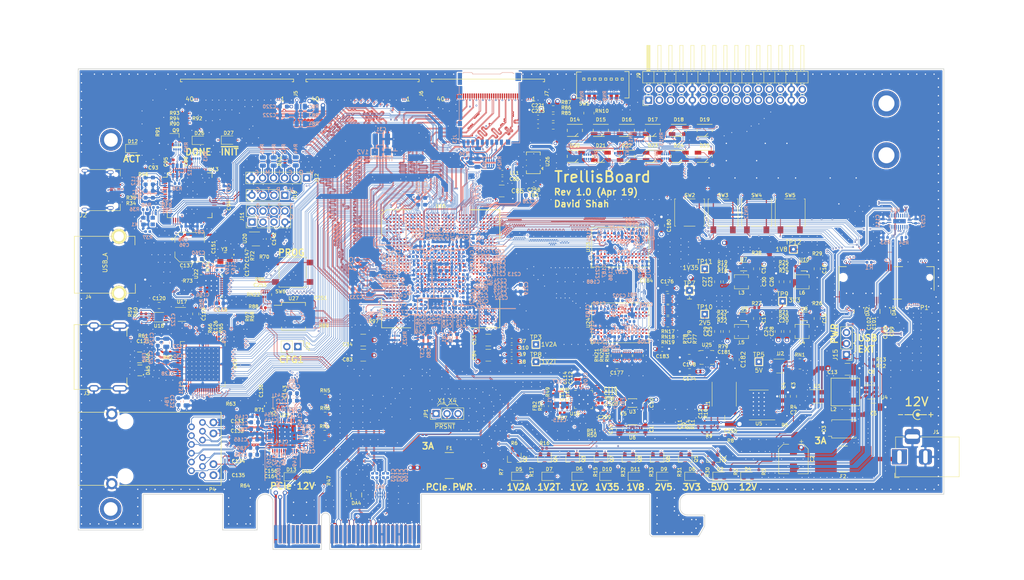
<source format=kicad_pcb>
(kicad_pcb (version 20171130) (host pcbnew 5.1.0)

  (general
    (thickness 1.6)
    (drawings 180)
    (tracks 47469)
    (zones 0)
    (modules 510)
    (nets 749)
  )

  (page A4)
  (layers
    (0 F.Cu signal)
    (1 In1.Cu signal)
    (2 In2.Cu signal)
    (3 In3.Cu signal)
    (4 In4.Cu signal)
    (5 In5.Cu signal)
    (6 In6.Cu signal)
    (31 B.Cu signal)
    (32 B.Adhes user)
    (33 F.Adhes user)
    (34 B.Paste user)
    (35 F.Paste user)
    (36 B.SilkS user)
    (37 F.SilkS user)
    (38 B.Mask user)
    (39 F.Mask user)
    (40 Dwgs.User user)
    (41 Cmts.User user)
    (42 Eco1.User user)
    (43 Eco2.User user)
    (44 Edge.Cuts user)
    (45 Margin user)
    (46 B.CrtYd user)
    (47 F.CrtYd user)
    (48 B.Fab user)
    (49 F.Fab user)
  )

  (setup
    (last_trace_width 0.0889)
    (user_trace_width 0.1)
    (user_trace_width 0.15)
    (user_trace_width 0.2)
    (user_trace_width 0.25)
    (user_trace_width 0.35)
    (user_trace_width 0.5)
    (user_trace_width 0.8)
    (user_trace_width 1)
    (trace_clearance 0.0762)
    (zone_clearance 0.15)
    (zone_45_only no)
    (trace_min 0.0889)
    (via_size 0.4)
    (via_drill 0.2)
    (via_min_size 0.4)
    (via_min_drill 0.2)
    (user_via 0.6 0.3)
    (user_via 0.8 0.5)
    (user_via 1 0.6)
    (user_via 1.5 1)
    (user_via 2 1.5)
    (uvia_size 0.3)
    (uvia_drill 0.1)
    (uvias_allowed no)
    (uvia_min_size 0.2)
    (uvia_min_drill 0.1)
    (edge_width 0.15)
    (segment_width 0.2)
    (pcb_text_width 0.3)
    (pcb_text_size 1.5 1.5)
    (mod_edge_width 0.15)
    (mod_text_size 1 1)
    (mod_text_width 0.15)
    (pad_size 1.524 1.524)
    (pad_drill 0.762)
    (pad_to_mask_clearance 0.051)
    (solder_mask_min_width 0.25)
    (aux_axis_origin 0 0)
    (visible_elements FFFFFFFF)
    (pcbplotparams
      (layerselection 0x010fc_ffffffff)
      (usegerberextensions false)
      (usegerberattributes false)
      (usegerberadvancedattributes false)
      (creategerberjobfile false)
      (excludeedgelayer true)
      (linewidth 0.100000)
      (plotframeref false)
      (viasonmask false)
      (mode 1)
      (useauxorigin false)
      (hpglpennumber 1)
      (hpglpenspeed 20)
      (hpglpendiameter 15.000000)
      (psnegative false)
      (psa4output false)
      (plotreference true)
      (plotvalue true)
      (plotinvisibletext false)
      (padsonsilk false)
      (subtractmaskfromsilk false)
      (outputformat 1)
      (mirror false)
      (drillshape 1)
      (scaleselection 1)
      (outputdirectory ""))
  )

  (net 0 "")
  (net 1 "/PCIe + SATA/DCU1_REFCLK-")
  (net 2 "/PCIe + SATA/DCU1_REFCLK+")
  (net 3 DDR3_A4)
  (net 4 DDR3_A6)
  (net 5 DDR3_A5)
  (net 6 DDR3_A7)
  (net 7 /DDR3/DDR3_VTT)
  (net 8 "Net-(R38-Pad2)")
  (net 9 +3V3)
  (net 10 /Power/1V2_EN)
  (net 11 /Power/2V5_EN)
  (net 12 /Power/1V35_EN)
  (net 13 "Net-(RN1-Pad4)")
  (net 14 +5V)
  (net 15 "Net-(RN1-Pad5)")
  (net 16 USD_D0)
  (net 17 USD_D3)
  (net 18 USD_CMD)
  (net 19 USD_D2)
  (net 20 "Net-(RN23-Pad1)")
  (net 21 GND)
  (net 22 "/FPGA IO/CFG0")
  (net 23 "Net-(RN23-Pad8)")
  (net 24 "/FPGA IO/CFG1")
  (net 25 "/FPGA IO/CFG2")
  (net 26 "/FPGA IO/FLASH_D3")
  (net 27 "/FPGA IO/FLASH_D1")
  (net 28 "/FPGA IO/FLASH_D2")
  (net 29 "/FPGA IO/FLASH_D0")
  (net 30 DDR3_WE)
  (net 31 DDR3_CKE)
  (net 32 DDR3_CS)
  (net 33 DDR3_ODT)
  (net 34 DDR3_CAS)
  (net 35 DDR3_BA2)
  (net 36 DDR3_RAS)
  (net 37 DDR3_BA1)
  (net 38 DDR3_A12)
  (net 39 DDR3_A14)
  (net 40 DDR3_A13)
  (net 41 DDR3_BA0)
  (net 42 DDR3_A11)
  (net 43 DDR3_A9)
  (net 44 DDR3_A10)
  (net 45 DDR3_A8)
  (net 46 DDR3_A0)
  (net 47 DDR3_A2)
  (net 48 DDR3_A1)
  (net 49 DDR3_A3)
  (net 50 "/HDMI, GbE, USB/ETH_LED2")
  (net 51 ETH_~RESET)
  (net 52 "/HDMI, GbE, USB/ETH_LED1")
  (net 53 RGMII_REF_CLK)
  (net 54 "Net-(D18-Pad4)")
  (net 55 "Net-(D20-Pad4)")
  (net 56 "Net-(D19-Pad4)")
  (net 57 "Net-(D21-Pad4)")
  (net 58 "Net-(D25-Pad4)")
  (net 59 "Net-(D23-Pad4)")
  (net 60 "Net-(D24-Pad4)")
  (net 61 "Net-(D22-Pad4)")
  (net 62 FTDI_D1_RX)
  (net 63 FTDI_~WR)
  (net 64 FTDI_~RD)
  (net 65 FTDI_~SIWU)
  (net 66 RGMII_RXD0)
  (net 67 RGMII_RXD2)
  (net 68 RGMII_RXD1)
  (net 69 RGMII_RXD3)
  (net 70 RGMII_RX_DV)
  (net 71 ETH_MDIO)
  (net 72 RGMII_RX_CLK)
  (net 73 ETH_INT_N)
  (net 74 "Net-(D17-Pad1)")
  (net 75 "Net-(D16-Pad1)")
  (net 76 "Net-(D14-Pad1)")
  (net 77 "Net-(D15-Pad1)")
  (net 78 DIP_SW1)
  (net 79 DIP_SW0)
  (net 80 DIP_SW2)
  (net 81 DIP_SW3)
  (net 82 DIP_SW7)
  (net 83 DIP_SW6)
  (net 84 DIP_SW4)
  (net 85 DIP_SW5)
  (net 86 "Net-(D14-Pad4)")
  (net 87 "Net-(D16-Pad4)")
  (net 88 "Net-(D15-Pad4)")
  (net 89 "Net-(D17-Pad4)")
  (net 90 "Net-(D21-Pad1)")
  (net 91 "Net-(D20-Pad1)")
  (net 92 "Net-(D18-Pad1)")
  (net 93 "Net-(D19-Pad1)")
  (net 94 BTN1)
  (net 95 BTN0)
  (net 96 BTN2)
  (net 97 BTN3)
  (net 98 "Net-(D25-Pad1)")
  (net 99 "Net-(D24-Pad1)")
  (net 100 "Net-(D22-Pad1)")
  (net 101 "Net-(D23-Pad1)")
  (net 102 "/FPGA IO/VCCIO7")
  (net 103 "Net-(R44-Pad2)")
  (net 104 JTAG_TDO)
  (net 105 JTAG_TDI)
  (net 106 "Net-(R43-Pad2)")
  (net 107 "Net-(R42-Pad2)")
  (net 108 JTAG_TCK)
  (net 109 JTAG_TMS)
  (net 110 "Net-(R45-Pad2)")
  (net 111 "/PCIe + SATA/CLKAUXO+")
  (net 112 +1V8)
  (net 113 +2V5)
  (net 114 "/PCIe + SATA/CLKAUXO-")
  (net 115 "/FPGA IO/VCCIO6")
  (net 116 CLK_SDA)
  (net 117 "Net-(R36-Pad2)")
  (net 118 FPGA_12MHz)
  (net 119 "/PCIe + SATA/PCIe_REFCLK+")
  (net 120 "/PCIe + SATA/PCIe_REFCLK-")
  (net 121 PCIe_12V)
  (net 122 "Net-(D13-Pad2)")
  (net 123 ~PERST)
  (net 124 "Net-(P3-PadA11)")
  (net 125 "Net-(D12-Pad2)")
  (net 126 "Net-(R40-Pad1)")
  (net 127 "Net-(R39-Pad1)")
  (net 128 "Net-(R38-Pad1)")
  (net 129 "Net-(R12-Pad2)")
  (net 130 "/PCIe + SATA/3V3_C")
  (net 131 "/PCIe + SATA/3V3_CA")
  (net 132 "Net-(R57-Pad1)")
  (net 133 "Net-(R58-Pad2)")
  (net 134 FABRIC_REFCLK)
  (net 135 "/HDMI, GbE, USB/PORT_SCL")
  (net 136 "/HDMI, GbE, USB/PORT_SDA")
  (net 137 "Net-(C121-Pad1)")
  (net 138 "Net-(R62-Pad1)")
  (net 139 /Power/3V3_PG)
  (net 140 "Net-(D27-Pad2)")
  (net 141 "/FPGA IO/~PROGRAM")
  (net 142 "Net-(R80-Pad1)")
  (net 143 "Net-(R81-Pad1)")
  (net 144 "/FPGA IO/FLASH_~CS")
  (net 145 "/FPGA IO/FLASH_CLK")
  (net 146 "/FPGA IO/DONE")
  (net 147 "Net-(Q9-Pad1)")
  (net 148 "Net-(D26-Pad2)")
  (net 149 "Net-(R79-Pad1)")
  (net 150 "/FPGA IO/~INIT")
  (net 151 "Net-(C9-Pad1)")
  (net 152 "Net-(C11-Pad1)")
  (net 153 "Net-(Q2-Pad3)")
  (net 154 "Net-(D5-Pad1)")
  (net 155 /Power/1V2_PG)
  (net 156 USD_D1)
  (net 157 USD_CLK)
  (net 158 "Net-(R97-Pad1)")
  (net 159 "Net-(Q2-Pad1)")
  (net 160 +1V2A)
  (net 161 "Net-(R5-Pad2)")
  (net 162 "Net-(D2-Pad2)")
  (net 163 "Net-(C7-Pad1)")
  (net 164 "Net-(D4-Pad2)")
  (net 165 +12V)
  (net 166 "Net-(R74-Pad1)")
  (net 167 "/Debug Interface/PORT_D-")
  (net 168 "/Debug Interface/FTDI_D-")
  (net 169 "/Debug Interface/FTDI_D+")
  (net 170 "/Debug Interface/PORT_D+")
  (net 171 "Net-(C22-Pad2)")
  (net 172 "Net-(R71-Pad2)")
  (net 173 "/HDMI, GbE, USB/USB_XO")
  (net 174 "/HDMI, GbE, USB/USB_XI")
  (net 175 "Net-(R73-Pad1)")
  (net 176 "/HDMI, GbE, USB/USBA_VBUS")
  (net 177 "/HDMI, GbE, USB/EXTVBUS")
  (net 178 DVI_SCL)
  (net 179 DVI_SDA)
  (net 180 CLK_SCL)
  (net 181 "Net-(R70-Pad1)")
  (net 182 "Net-(C175-Pad2)")
  (net 183 DDR3_CLK+)
  (net 184 "Net-(P4-Pad16)")
  (net 185 "Net-(R66-Pad1)")
  (net 186 "Net-(R65-Pad1)")
  (net 187 "/HDMI, GbE, USB/HDMI_HPD")
  (net 188 DDR3_CLK-)
  (net 189 "Net-(C179-Pad1)")
  (net 190 +1V35)
  (net 191 +1V2)
  (net 192 "Net-(D10-Pad2)")
  (net 193 "Net-(P4-Pad14)")
  (net 194 "Net-(C12-Pad2)")
  (net 195 "Net-(D6-Pad2)")
  (net 196 +1V2T)
  (net 197 "Net-(Q4-Pad1)")
  (net 198 "Net-(Q4-Pad3)")
  (net 199 "Net-(D7-Pad1)")
  (net 200 "Net-(C19-Pad2)")
  (net 201 "Net-(C20-Pad2)")
  (net 202 "Net-(C21-Pad2)")
  (net 203 "/Debug Interface/FTDI_12MHz")
  (net 204 "Net-(D11-Pad2)")
  (net 205 /Power/2V5_PG)
  (net 206 /Power/1V35_PG)
  (net 207 /Power/1V8_PG)
  (net 208 "Net-(D8-Pad2)")
  (net 209 "Net-(D9-Pad2)")
  (net 210 "Net-(C8-Pad2)")
  (net 211 "Net-(C8-Pad1)")
  (net 212 /Power/PWR_EN)
  (net 213 "/HDMI, GbE, USB/HDMI_5V")
  (net 214 "Net-(U17-Pad3)")
  (net 215 "Net-(D9-Pad1)")
  (net 216 "Net-(D11-Pad1)")
  (net 217 "Net-(D26-Pad1)")
  (net 218 "Net-(D2-Pad1)")
  (net 219 "Net-(D6-Pad1)")
  (net 220 "Net-(D10-Pad1)")
  (net 221 "Net-(D8-Pad1)")
  (net 222 "Net-(U1-Pad3)")
  (net 223 DDR3_Vref)
  (net 224 DDR3_Vtt_EN)
  (net 225 "Net-(U5-Pad2)")
  (net 226 "Net-(L1-Pad1)")
  (net 227 "Net-(C11-Pad2)")
  (net 228 "Net-(U13-Pad3)")
  (net 229 "/Debug Interface/Vphy")
  (net 230 "/Debug Interface/Vpll")
  (net 231 "/Debug Interface/JTAG_ACT")
  (net 232 "Net-(U13-Pad22)")
  (net 233 "Net-(U13-Pad23)")
  (net 234 "Net-(U13-Pad24)")
  (net 235 "Net-(U13-Pad26)")
  (net 236 "Net-(U13-Pad27)")
  (net 237 "Net-(U13-Pad28)")
  (net 238 "Net-(U13-Pad29)")
  (net 239 "Net-(U13-Pad30)")
  (net 240 "Net-(U13-Pad32)")
  (net 241 "Net-(U13-Pad33)")
  (net 242 "Net-(U13-Pad34)")
  (net 243 "Net-(U13-Pad36)")
  (net 244 FTDI_D0_TX)
  (net 245 FTDI_D2)
  (net 246 FTDI_D3)
  (net 247 FTDI_D4)
  (net 248 FTDI_D5)
  (net 249 FTDI_D6)
  (net 250 FTDI_D7)
  (net 251 FTDI_~RXF)
  (net 252 "Net-(U13-Pad49)")
  (net 253 "Net-(U13-Pad50)")
  (net 254 FTDI_~TXE)
  (net 255 "Net-(U13-Pad57)")
  (net 256 "Net-(U13-Pad58)")
  (net 257 "Net-(U13-Pad59)")
  (net 258 "Net-(U13-Pad60)")
  (net 259 "/HDMI, GbE, USB/DVI_DVDD")
  (net 260 DVI_DE)
  (net 261 DVI_HSYNC)
  (net 262 DVI_VSYNC)
  (net 263 "Net-(U19-Pad11)")
  (net 264 "/HDMI, GbE, USB/DVI_PVDD")
  (net 265 "/HDMI, GbE, USB/TMDS_CLK-")
  (net 266 "/HDMI, GbE, USB/TMDS_CLK+")
  (net 267 "/HDMI, GbE, USB/DVI_TVDD")
  (net 268 "/HDMI, GbE, USB/TMDS_D0-")
  (net 269 "/HDMI, GbE, USB/TMDS_D0+")
  (net 270 "/HDMI, GbE, USB/TMDS_D1-")
  (net 271 "/HDMI, GbE, USB/TMDS_D1+")
  (net 272 "/HDMI, GbE, USB/TMDS_D2-")
  (net 273 "/HDMI, GbE, USB/TMDS_D2+")
  (net 274 DVI_D23)
  (net 275 DVI_D22)
  (net 276 DVI_D21)
  (net 277 DVI_D20)
  (net 278 DVI_D19)
  (net 279 DVI_D18)
  (net 280 DVI_D17)
  (net 281 DVI_D16)
  (net 282 DVI_D15)
  (net 283 DVI_D14)
  (net 284 DVI_D13)
  (net 285 DVI_D12)
  (net 286 "Net-(U19-Pad49)")
  (net 287 DVI_D11)
  (net 288 DVI_D10)
  (net 289 DVI_D9)
  (net 290 DVI_D8)
  (net 291 DVI_D7)
  (net 292 DVI_D6)
  (net 293 DVI_CLK)
  (net 294 DVI_D5)
  (net 295 DVI_D4)
  (net 296 DVI_D3)
  (net 297 DVI_D2)
  (net 298 DVI_D1)
  (net 299 DVI_D0)
  (net 300 "/HDMI, GbE, USB/AVDDH")
  (net 301 "/HDMI, GbE, USB/MX4-")
  (net 302 "/HDMI, GbE, USB/MX4+")
  (net 303 "/HDMI, GbE, USB/AVDDL")
  (net 304 "/HDMI, GbE, USB/MX3-")
  (net 305 "/HDMI, GbE, USB/MX3+")
  (net 306 "/HDMI, GbE, USB/MX2-")
  (net 307 "/HDMI, GbE, USB/MX2+")
  (net 308 "/HDMI, GbE, USB/MX1-")
  (net 309 "/HDMI, GbE, USB/MX1+")
  (net 310 "Net-(U21-Pad13)")
  (net 311 RGMII_TXD0)
  (net 312 RGMII_TXD1)
  (net 313 RGMII_TXD2)
  (net 314 RGMII_TXD3)
  (net 315 RGMII_TX_CLK)
  (net 316 RGMII_TX_EN)
  (net 317 ETH_MDC)
  (net 318 "Net-(U21-Pad43)")
  (net 319 "/HDMI, GbE, USB/AVDDL_PLL")
  (net 320 "/HDMI, GbE, USB/ETH_XO")
  (net 321 "/HDMI, GbE, USB/ETH_XI")
  (net 322 "Net-(U21-Pad47)")
  (net 323 "Net-(U22-Pad3)")
  (net 324 "Net-(U22-Pad5)")
  (net 325 "/HDMI, GbE, USB/USBA_D+")
  (net 326 "/HDMI, GbE, USB/USBA_D-")
  (net 327 ULPI_RESET)
  (net 328 ULPI_NXT)
  (net 329 ULPI_DIR)
  (net 330 ULPI_STP)
  (net 331 ULPI_CLKO)
  (net 332 "/HDMI, GbE, USB/USB1V8")
  (net 333 ULPI_D7)
  (net 334 ULPI_D6)
  (net 335 ULPI_D5)
  (net 336 ULPI_D4)
  (net 337 ULPI_D3)
  (net 338 ULPI_D2)
  (net 339 ULPI_D1)
  (net 340 ULPI_D0)
  (net 341 "Net-(C117-Pad1)")
  (net 342 "Net-(C115-Pad2)")
  (net 343 CLK_SD_OE)
  (net 344 "/PCIe + SATA/1V8_C")
  (net 345 "Net-(U16-Pad16)")
  (net 346 "/PCIe + SATA/DCU0_REFCLK-")
  (net 347 "/PCIe + SATA/DCU0_REFCLK+")
  (net 348 "Net-(U16-Pad24)")
  (net 349 DDR3_DQ13)
  (net 350 DDR3_DQ15)
  (net 351 DDR3_DQ12)
  (net 352 DDR3_DQS1-)
  (net 353 DDR3_DQ14)
  (net 354 DDR3_DQ11)
  (net 355 DDR3_DQ9)
  (net 356 DDR3_DQS1+)
  (net 357 DDR3_DQ10)
  (net 358 DDR3_DM1)
  (net 359 DDR3_DQ8)
  (net 360 DDR3_DQ0)
  (net 361 DDR3_DM0)
  (net 362 DDR3_DQ2)
  (net 363 DDR3_DQS0+)
  (net 364 DDR3_DQ1)
  (net 365 DDR3_DQ3)
  (net 366 DDR3_DQ6)
  (net 367 DDR3_DQS0-)
  (net 368 DDR3_DQ4)
  (net 369 DDR3_DQ7)
  (net 370 DDR3_DQ5)
  (net 371 "Net-(U23-PadJ1)")
  (net 372 "Net-(U23-PadJ9)")
  (net 373 "Net-(U23-PadL1)")
  (net 374 "Net-(U23-PadL9)")
  (net 375 "Net-(U23-PadM7)")
  (net 376 DDR3_RESET)
  (net 377 "Net-(U24-PadM7)")
  (net 378 "Net-(U24-PadL9)")
  (net 379 "Net-(U24-PadL1)")
  (net 380 "Net-(U24-PadJ9)")
  (net 381 "Net-(U24-PadJ1)")
  (net 382 DDR3_DQ21)
  (net 383 DDR3_DQ23)
  (net 384 DDR3_DQ20)
  (net 385 DDR3_DQS2-)
  (net 386 DDR3_DQ22)
  (net 387 DDR3_DQ19)
  (net 388 DDR3_DQ17)
  (net 389 DDR3_DQS2+)
  (net 390 DDR3_DQ18)
  (net 391 DDR3_DM2)
  (net 392 DDR3_DQ16)
  (net 393 DDR3_DQ24)
  (net 394 DDR3_DM3)
  (net 395 DDR3_DQ26)
  (net 396 DDR3_DQS3+)
  (net 397 DDR3_DQ25)
  (net 398 DDR3_DQ27)
  (net 399 DDR3_DQ30)
  (net 400 DDR3_DQS3-)
  (net 401 DDR3_DQ28)
  (net 402 DDR3_DQ31)
  (net 403 DDR3_DQ29)
  (net 404 "Net-(X1-Pad1)")
  (net 405 "Net-(L4-Pad1)")
  (net 406 "Net-(L5-Pad1)")
  (net 407 "Net-(L3-Pad1)")
  (net 408 "Net-(L6-Pad1)")
  (net 409 "/FPGA Core Power/VCCHTX1")
  (net 410 "/FPGA Core Power/VCCHTX0")
  (net 411 "/FPGA Core Power/VCCA0")
  (net 412 "/FPGA Core Power/VCCAUX")
  (net 413 "/FPGA Core Power/VCCA1")
  (net 414 "/PCIe + SATA/DCU1_RX1-")
  (net 415 "/PCIe + SATA/DCU1_RX1+")
  (net 416 "/PCIe + SATA/DCU1_RX0-")
  (net 417 "/PCIe + SATA/DCU1_RX0+")
  (net 418 "/PCIe + SATA/PCIe_HSI0+")
  (net 419 "/PCIe + SATA/PCIe_HSI0-")
  (net 420 "/PCIe + SATA/PCIe_HSI1+")
  (net 421 "/PCIe + SATA/PCIe_HSI1-")
  (net 422 "/PCIe + SATA/DCU0_RX0+")
  (net 423 "/PCIe + SATA/DCU0_RX0-")
  (net 424 "/PCIe + SATA/DCU0_RX1+")
  (net 425 "/PCIe + SATA/DCU0_RX1-")
  (net 426 "Net-(U6-Pad2)")
  (net 427 "Net-(U6-Pad5)")
  (net 428 "Net-(U3-Pad5)")
  (net 429 "Net-(U3-Pad2)")
  (net 430 "Net-(U10-Pad4)")
  (net 431 "Net-(U9-Pad4)")
  (net 432 "Net-(U8-Pad4)")
  (net 433 "Net-(U7-Pad4)")
  (net 434 "Net-(J5-Pad38)")
  (net 435 "/FPGA IO/EXT0_11-")
  (net 436 "/FPGA IO/EXT0_11+")
  (net 437 "/FPGA IO/EXT0_10-")
  (net 438 "/FPGA IO/EXT0_10+")
  (net 439 "/FPGA IO/EXT0_9-")
  (net 440 "/FPGA IO/EXT0_9+")
  (net 441 "/FPGA IO/EXT0_8-")
  (net 442 "/FPGA IO/EXT0_8+")
  (net 443 "/FPGA IO/EXT0_7-")
  (net 444 "/FPGA IO/EXT0_7+")
  (net 445 "/FPGA IO/EXT0_6-")
  (net 446 "/FPGA IO/EXT0_6+")
  (net 447 "/FPGA IO/EXT0_5-")
  (net 448 "/FPGA IO/EXT0_5+")
  (net 449 "/FPGA IO/EXT0_4-")
  (net 450 "/FPGA IO/EXT0_4+")
  (net 451 "/FPGA IO/EXT0_3-")
  (net 452 "/FPGA IO/EXT0_3+")
  (net 453 "/FPGA IO/EXT0_2-")
  (net 454 "/FPGA IO/EXT0_2+")
  (net 455 "/FPGA IO/EXT0_1-")
  (net 456 "/FPGA IO/EXT0_1+")
  (net 457 "/FPGA IO/EXT0_0-")
  (net 458 "/FPGA IO/EXT0_0+")
  (net 459 "Net-(J6-Pad38)")
  (net 460 "/FPGA IO/EXT1_11-")
  (net 461 "/FPGA IO/EXT1_11+")
  (net 462 "/FPGA IO/EXT1_10-")
  (net 463 "/FPGA IO/EXT1_10+")
  (net 464 "/FPGA IO/EXT1_9-")
  (net 465 "/FPGA IO/EXT1_9+")
  (net 466 "/FPGA IO/EXT1_8-")
  (net 467 "/FPGA IO/EXT1_8+")
  (net 468 "/FPGA IO/EXT1_7-")
  (net 469 "/FPGA IO/EXT1_7+")
  (net 470 "/FPGA IO/EXT1_6-")
  (net 471 "/FPGA IO/EXT1_6+")
  (net 472 "/FPGA IO/EXT1_5-")
  (net 473 "/FPGA IO/EXT1_5+")
  (net 474 "/FPGA IO/EXT1_4-")
  (net 475 "/FPGA IO/EXT1_4+")
  (net 476 "/FPGA IO/EXT1_3-")
  (net 477 "/FPGA IO/EXT1_3+")
  (net 478 "/FPGA IO/EXT1_2-")
  (net 479 "/FPGA IO/EXT1_2+")
  (net 480 "/FPGA IO/EXT1_1-")
  (net 481 "/FPGA IO/EXT1_1+")
  (net 482 "/FPGA IO/EXT1_0-")
  (net 483 "/FPGA IO/EXT1_0+")
  (net 484 "/FPGA IO/EXT2_0+")
  (net 485 "/FPGA IO/EXT2_0-")
  (net 486 "/FPGA IO/EXT2_1+")
  (net 487 "/FPGA IO/EXT2_1-")
  (net 488 "/FPGA IO/EXT2_2+")
  (net 489 "/FPGA IO/EXT2_2-")
  (net 490 "/FPGA IO/EXT2_3+")
  (net 491 "/FPGA IO/EXT2_3-")
  (net 492 "/FPGA IO/EXT2_4+")
  (net 493 "/FPGA IO/EXT2_4-")
  (net 494 "/FPGA IO/EXT2_5+")
  (net 495 "/FPGA IO/EXT2_5-")
  (net 496 "/FPGA IO/EXT2_6+")
  (net 497 "/FPGA IO/EXT2_6-")
  (net 498 "/FPGA IO/EXT2_7+")
  (net 499 "/FPGA IO/EXT2_7-")
  (net 500 "/FPGA IO/EXT2_8+")
  (net 501 "/FPGA IO/EXT2_8-")
  (net 502 "/FPGA IO/EXT2_9+")
  (net 503 "/FPGA IO/EXT2_9-")
  (net 504 "/FPGA IO/EXT2_10+")
  (net 505 "/FPGA IO/EXT2_10-")
  (net 506 "/FPGA IO/EXT2_11+")
  (net 507 "/FPGA IO/EXT2_11-")
  (net 508 "Net-(J7-Pad38)")
  (net 509 "Net-(C132-Pad1)")
  (net 510 "Net-(C135-Pad1)")
  (net 511 "Net-(C133-Pad1)")
  (net 512 "Net-(C134-Pad1)")
  (net 513 "Net-(P3-PadB5)")
  (net 514 "Net-(P3-PadB6)")
  (net 515 "Net-(P3-PadB8)")
  (net 516 "Net-(P3-PadB9)")
  (net 517 "Net-(P3-PadB10)")
  (net 518 PCIe_~WAKE)
  (net 519 "Net-(P3-PadB12)")
  (net 520 "/PCIe + SATA/~PRSNT2~_X1")
  (net 521 "Net-(P3-PadB23)")
  (net 522 "Net-(P3-PadB24)")
  (net 523 "Net-(P3-PadB27)")
  (net 524 "Net-(P3-PadB28)")
  (net 525 "Net-(P3-PadB30)")
  (net 526 "/PCIe + SATA/~PRSNT2~_X4")
  (net 527 "/PCIe + SATA/~PRSNT1")
  (net 528 "Net-(P3-PadA5)")
  (net 529 "Net-(P3-PadA6)")
  (net 530 "Net-(P3-PadA7)")
  (net 531 "Net-(P3-PadA8)")
  (net 532 "Net-(P3-PadA9)")
  (net 533 "Net-(P3-PadA10)")
  (net 534 "Net-(P3-PadA19)")
  (net 535 "Net-(P3-PadA25)")
  (net 536 "Net-(P3-PadA26)")
  (net 537 "Net-(P3-PadA29)")
  (net 538 "Net-(P3-PadA30)")
  (net 539 "Net-(P3-PadA32)")
  (net 540 "Net-(U26-Pad1)")
  (net 541 "Net-(U26-Pad2)")
  (net 542 "/FPGA IO/CLK100+")
  (net 543 "/FPGA IO/CLK100-")
  (net 544 "Net-(J3-Pad14)")
  (net 545 "Net-(J3-Pad13)")
  (net 546 LED2)
  (net 547 LED11)
  (net 548 LED10)
  (net 549 LED0)
  (net 550 LED1)
  (net 551 LED3)
  (net 552 LED4)
  (net 553 LED5)
  (net 554 LED6)
  (net 555 LED7)
  (net 556 LED8)
  (net 557 LED9)
  (net 558 "Net-(F2-Pad2)")
  (net 559 "Net-(U15-PadR1)")
  (net 560 "Net-(U15-PadT2)")
  (net 561 "Net-(U15-PadAB2)")
  (net 562 "Net-(U15-PadAC2)")
  (net 563 "Net-(U15-PadAE2)")
  (net 564 "Net-(U15-PadAG2)")
  (net 565 "Net-(U15-PadA3)")
  (net 566 "Net-(U15-PadV3)")
  (net 567 "Net-(U15-PadW3)")
  (net 568 "Net-(U15-PadY3)")
  (net 569 "Net-(U15-PadAC3)")
  (net 570 "Net-(U15-PadAG3)")
  (net 571 "Net-(U15-PadAL3)")
  (net 572 "Net-(U15-PadB4)")
  (net 573 "Net-(U15-PadH4)")
  (net 574 "Net-(U15-PadAC4)")
  (net 575 "Net-(U15-PadA5)")
  (net 576 "Net-(U15-PadL5)")
  (net 577 "Net-(U15-PadW6)")
  (net 578 "Net-(U15-PadD7)")
  (net 579 "Net-(U15-PadE7)")
  (net 580 "Net-(U15-PadAE7)")
  (net 581 "Net-(U15-PadG9)")
  (net 582 "/PCIe + SATA/DCU0_TX0+")
  (net 583 "Net-(U15-PadG10)")
  (net 584 "/PCIe + SATA/DCU0_TX0-")
  (net 585 "Net-(U15-PadG11)")
  (net 586 "/PCIe + SATA/DCU0_TX1+")
  (net 587 "/PCIe + SATA/DCU0_TX1-")
  (net 588 "/FPGA IO/PMOD1_10")
  (net 589 "/FPGA IO/PMOD1_9")
  (net 590 "Net-(U15-PadG14)")
  (net 591 "Net-(U15-PadG15)")
  (net 592 "Net-(U15-PadAK15)")
  (net 593 "Net-(U15-PadG16)")
  (net 594 "Net-(U15-PadAK16)")
  (net 595 "Net-(U15-PadG17)")
  (net 596 "Net-(U15-PadG18)")
  (net 597 "/PCIe + SATA/DCU1_TX0+")
  (net 598 "Net-(U15-PadG19)")
  (net 599 "/PCIe + SATA/DCU1_TX0-")
  (net 600 "/FPGA IO/PMOD1_8")
  (net 601 "/FPGA IO/PMOD1_7")
  (net 602 "/PCIe + SATA/DCU1_TX1+")
  (net 603 "/PCIe + SATA/DCU1_TX1-")
  (net 604 "/FPGA IO/EXIO_5")
  (net 605 "/FPGA IO/EXIO_4")
  (net 606 "/FPGA IO/EXIO_3")
  (net 607 "Net-(U15-PadG22)")
  (net 608 "/FPGA IO/PMOD1_3")
  (net 609 "/FPGA IO/PMOD1_2")
  (net 610 "/FPGA IO/PMOD1_0")
  (net 611 "/FPGA IO/PMOD1_1")
  (net 612 "/FPGA IO/EXIO_2")
  (net 613 "Net-(U15-PadG23)")
  (net 614 "/FPGA IO/EXIO_1")
  (net 615 "/FPGA IO/PMOD0_10")
  (net 616 "/FPGA IO/EXIO_0")
  (net 617 "/FPGA IO/PMOD0_9")
  (net 618 "Net-(U15-PadG24)")
  (net 619 "Net-(U15-PadAG24)")
  (net 620 "Net-(U15-PadAK24)")
  (net 621 "/FPGA IO/PMOD0_8")
  (net 622 "/FPGA IO/PMOD0_3")
  (net 623 "/FPGA IO/PMOD0_7")
  (net 624 "/FPGA IO/PMOD0_2")
  (net 625 "/FPGA IO/PMOD0_1")
  (net 626 "Net-(U15-PadAK25)")
  (net 627 "/FPGA IO/PMOD0_0")
  (net 628 "Net-(U15-PadB26)")
  (net 629 "Net-(U15-PadE26)")
  (net 630 "Net-(U15-PadAE26)")
  (net 631 "Net-(U15-PadJ27)")
  (net 632 "Net-(U15-PadW27)")
  (net 633 "Net-(U15-PadC28)")
  (net 634 "Net-(U15-PadL28)")
  (net 635 "Net-(U15-PadAC28)")
  (net 636 "Net-(U15-PadH29)")
  (net 637 "Net-(U15-PadP29)")
  (net 638 "Net-(U15-PadAB29)")
  (net 639 "Net-(U15-PadAC29)")
  (net 640 "Net-(U15-PadAE29)")
  (net 641 "Net-(U15-PadAJ29)")
  (net 642 "Net-(U15-PadP30)")
  (net 643 "Net-(U15-PadR30)")
  (net 644 "Net-(U15-PadV30)")
  (net 645 "Net-(U15-PadAB30)")
  (net 646 "Net-(U15-PadAE30)")
  (net 647 "Net-(U15-PadAJ30)")
  (net 648 "Net-(U15-PadA31)")
  (net 649 "Net-(U15-PadAG31)")
  (net 650 "Net-(U15-PadAK31)")
  (net 651 "Net-(U15-PadAG32)")
  (net 652 "Net-(U15-PadAD27)")
  (net 653 "Net-(U15-PadF30)")
  (net 654 "Net-(U15-PadN27)")
  (net 655 "Net-(U15-PadU29)")
  (net 656 "Net-(U15-PadW1)")
  (net 657 "Net-(U15-PadV1)")
  (net 658 "Net-(U15-PadY7)")
  (net 659 "Net-(U15-PadY6)")
  (net 660 "Net-(U15-PadAC5)")
  (net 661 "Net-(U15-PadAD4)")
  (net 662 "Net-(U15-PadY4)")
  (net 663 "Net-(U15-PadW4)")
  (net 664 "Net-(U15-PadJ4)")
  (net 665 "Net-(U15-PadL3)")
  (net 666 "Net-(U15-PadL2)")
  (net 667 "Net-(U15-PadK2)")
  (net 668 "Net-(U15-PadL1)")
  (net 669 "Net-(U15-PadK1)")
  (net 670 "Net-(U15-PadJ1)")
  (net 671 "Net-(U15-PadD1)")
  (net 672 "Net-(U15-PadC1)")
  (net 673 "Net-(U15-PadF2)")
  (net 674 "Net-(U15-PadE1)")
  (net 675 "Net-(U15-PadE4)")
  (net 676 "Net-(U15-PadD4)")
  (net 677 "Net-(P1-Pad52)")
  (net 678 M2_CLKSEL)
  (net 679 "Net-(R54-Pad1)")
  (net 680 "/PCIe + SATA/M2_REFCLK+")
  (net 681 "/PCIe + SATA/M2_REFCLK-")
  (net 682 "Net-(U11-Pad17)")
  (net 683 "Net-(U11-Pad16)")
  (net 684 "/PCIe + SATA/CLKREFO+")
  (net 685 "/PCIe + SATA/CLKREFO-")
  (net 686 "/PCIe + SATA/M2_RX0+")
  (net 687 "/PCIe + SATA/M2_RX0-")
  (net 688 "/PCIe + SATA/M2_RX1+")
  (net 689 "/PCIe + SATA/M2_RX1-")
  (net 690 M2_CTS)
  (net 691 M2_RTS)
  (net 692 M2_SDIO_D0)
  (net 693 M2_TXD)
  (net 694 M2_SDIO_D3)
  (net 695 M2_SDIO_D2)
  (net 696 M2_SDIO_D1)
  (net 697 M2_SDIO_CLK)
  (net 698 M2_SDIO_CMD)
  (net 699 "Net-(P1-Pad3)")
  (net 700 "Net-(P1-Pad5)")
  (net 701 "Net-(P1-Pad6)")
  (net 702 "Net-(P1-Pad8)")
  (net 703 "Net-(P1-Pad10)")
  (net 704 "Net-(P1-Pad12)")
  (net 705 "Net-(P1-Pad14)")
  (net 706 "Net-(P1-Pad16)")
  (net 707 "Net-(P1-Pad20)")
  (net 708 "Net-(P1-Pad21)")
  (net 709 "Net-(P1-Pad23)")
  (net 710 "Net-(P1-Pad38)")
  (net 711 "Net-(P1-Pad40)")
  (net 712 "Net-(P1-Pad42)")
  (net 713 "Net-(P1-Pad44)")
  (net 714 "Net-(P1-Pad46)")
  (net 715 "Net-(P1-Pad48)")
  (net 716 "Net-(P1-Pad50)")
  (net 717 "Net-(P1-Pad53)")
  (net 718 "Net-(P1-Pad54)")
  (net 719 "Net-(P1-Pad55)")
  (net 720 "Net-(P1-Pad56)")
  (net 721 "Net-(P1-Pad58)")
  (net 722 "Net-(P1-Pad60)")
  (net 723 "Net-(P1-Pad62)")
  (net 724 "Net-(P1-Pad64)")
  (net 725 "Net-(P1-Pad66)")
  (net 726 "Net-(P1-Pad68)")
  (net 727 "Net-(P1-Pad70)")
  (net 728 "Net-(C258-Pad1)")
  (net 729 M2_RXD)
  (net 730 "Net-(U15-PadA4)")
  (net 731 "Net-(RN2-Pad4)")
  (net 732 "Net-(RN2-Pad2)")
  (net 733 "Net-(RN2-Pad3)")
  (net 734 "Net-(C260-Pad1)")
  (net 735 "Net-(C13-Pad1)")
  (net 736 USB_5V)
  (net 737 "Net-(J2-PadB11)")
  (net 738 "Net-(J2-PadB10)")
  (net 739 "Net-(J2-PadB8)")
  (net 740 "Net-(J2-PadB5)")
  (net 741 "Net-(J2-PadB3)")
  (net 742 "Net-(J2-PadB2)")
  (net 743 "Net-(J2-PadA11)")
  (net 744 "Net-(J2-PadA8)")
  (net 745 "Net-(J2-PadA10)")
  (net 746 "Net-(J2-PadA5)")
  (net 747 "Net-(J2-PadA3)")
  (net 748 "Net-(J2-PadA2)")

  (net_class Default "This is the default net class."
    (clearance 0.0762)
    (trace_width 0.0889)
    (via_dia 0.4)
    (via_drill 0.2)
    (uvia_dia 0.3)
    (uvia_drill 0.1)
    (diff_pair_width 0.11)
    (diff_pair_gap 0.11)
    (add_net +12V)
    (add_net +1V2)
    (add_net +1V2A)
    (add_net +1V2T)
    (add_net +1V35)
    (add_net +1V8)
    (add_net +2V5)
    (add_net +3V3)
    (add_net +5V)
    (add_net /DDR3/DDR3_VTT)
    (add_net "/Debug Interface/FTDI_12MHz")
    (add_net "/Debug Interface/FTDI_D+")
    (add_net "/Debug Interface/FTDI_D-")
    (add_net "/Debug Interface/JTAG_ACT")
    (add_net "/Debug Interface/PORT_D+")
    (add_net "/Debug Interface/PORT_D-")
    (add_net "/Debug Interface/Vphy")
    (add_net "/Debug Interface/Vpll")
    (add_net "/FPGA Core Power/VCCA0")
    (add_net "/FPGA Core Power/VCCA1")
    (add_net "/FPGA Core Power/VCCAUX")
    (add_net "/FPGA Core Power/VCCHTX0")
    (add_net "/FPGA Core Power/VCCHTX1")
    (add_net "/FPGA IO/CFG0")
    (add_net "/FPGA IO/CFG1")
    (add_net "/FPGA IO/CFG2")
    (add_net "/FPGA IO/CLK100+")
    (add_net "/FPGA IO/CLK100-")
    (add_net "/FPGA IO/DONE")
    (add_net "/FPGA IO/EXIO_0")
    (add_net "/FPGA IO/EXIO_1")
    (add_net "/FPGA IO/EXIO_2")
    (add_net "/FPGA IO/EXIO_3")
    (add_net "/FPGA IO/EXIO_4")
    (add_net "/FPGA IO/EXIO_5")
    (add_net "/FPGA IO/EXT0_0+")
    (add_net "/FPGA IO/EXT0_0-")
    (add_net "/FPGA IO/EXT0_1+")
    (add_net "/FPGA IO/EXT0_1-")
    (add_net "/FPGA IO/EXT0_10+")
    (add_net "/FPGA IO/EXT0_10-")
    (add_net "/FPGA IO/EXT0_11+")
    (add_net "/FPGA IO/EXT0_11-")
    (add_net "/FPGA IO/EXT0_2+")
    (add_net "/FPGA IO/EXT0_2-")
    (add_net "/FPGA IO/EXT0_3+")
    (add_net "/FPGA IO/EXT0_3-")
    (add_net "/FPGA IO/EXT0_4+")
    (add_net "/FPGA IO/EXT0_4-")
    (add_net "/FPGA IO/EXT0_5+")
    (add_net "/FPGA IO/EXT0_5-")
    (add_net "/FPGA IO/EXT0_6+")
    (add_net "/FPGA IO/EXT0_6-")
    (add_net "/FPGA IO/EXT0_7+")
    (add_net "/FPGA IO/EXT0_7-")
    (add_net "/FPGA IO/EXT0_8+")
    (add_net "/FPGA IO/EXT0_8-")
    (add_net "/FPGA IO/EXT0_9+")
    (add_net "/FPGA IO/EXT0_9-")
    (add_net "/FPGA IO/EXT1_0+")
    (add_net "/FPGA IO/EXT1_0-")
    (add_net "/FPGA IO/EXT1_1+")
    (add_net "/FPGA IO/EXT1_1-")
    (add_net "/FPGA IO/EXT1_10+")
    (add_net "/FPGA IO/EXT1_10-")
    (add_net "/FPGA IO/EXT1_11+")
    (add_net "/FPGA IO/EXT1_11-")
    (add_net "/FPGA IO/EXT1_2+")
    (add_net "/FPGA IO/EXT1_2-")
    (add_net "/FPGA IO/EXT1_3+")
    (add_net "/FPGA IO/EXT1_3-")
    (add_net "/FPGA IO/EXT1_4+")
    (add_net "/FPGA IO/EXT1_4-")
    (add_net "/FPGA IO/EXT1_5+")
    (add_net "/FPGA IO/EXT1_5-")
    (add_net "/FPGA IO/EXT1_6+")
    (add_net "/FPGA IO/EXT1_6-")
    (add_net "/FPGA IO/EXT1_7+")
    (add_net "/FPGA IO/EXT1_7-")
    (add_net "/FPGA IO/EXT1_8+")
    (add_net "/FPGA IO/EXT1_8-")
    (add_net "/FPGA IO/EXT1_9+")
    (add_net "/FPGA IO/EXT1_9-")
    (add_net "/FPGA IO/EXT2_0+")
    (add_net "/FPGA IO/EXT2_0-")
    (add_net "/FPGA IO/EXT2_1+")
    (add_net "/FPGA IO/EXT2_1-")
    (add_net "/FPGA IO/EXT2_10+")
    (add_net "/FPGA IO/EXT2_10-")
    (add_net "/FPGA IO/EXT2_11+")
    (add_net "/FPGA IO/EXT2_11-")
    (add_net "/FPGA IO/EXT2_2+")
    (add_net "/FPGA IO/EXT2_2-")
    (add_net "/FPGA IO/EXT2_3+")
    (add_net "/FPGA IO/EXT2_3-")
    (add_net "/FPGA IO/EXT2_4+")
    (add_net "/FPGA IO/EXT2_4-")
    (add_net "/FPGA IO/EXT2_5+")
    (add_net "/FPGA IO/EXT2_5-")
    (add_net "/FPGA IO/EXT2_6+")
    (add_net "/FPGA IO/EXT2_6-")
    (add_net "/FPGA IO/EXT2_7+")
    (add_net "/FPGA IO/EXT2_7-")
    (add_net "/FPGA IO/EXT2_8+")
    (add_net "/FPGA IO/EXT2_8-")
    (add_net "/FPGA IO/EXT2_9+")
    (add_net "/FPGA IO/EXT2_9-")
    (add_net "/FPGA IO/FLASH_CLK")
    (add_net "/FPGA IO/FLASH_D0")
    (add_net "/FPGA IO/FLASH_D1")
    (add_net "/FPGA IO/FLASH_D2")
    (add_net "/FPGA IO/FLASH_D3")
    (add_net "/FPGA IO/FLASH_~CS")
    (add_net "/FPGA IO/PMOD0_0")
    (add_net "/FPGA IO/PMOD0_1")
    (add_net "/FPGA IO/PMOD0_10")
    (add_net "/FPGA IO/PMOD0_2")
    (add_net "/FPGA IO/PMOD0_3")
    (add_net "/FPGA IO/PMOD0_7")
    (add_net "/FPGA IO/PMOD0_8")
    (add_net "/FPGA IO/PMOD0_9")
    (add_net "/FPGA IO/PMOD1_0")
    (add_net "/FPGA IO/PMOD1_1")
    (add_net "/FPGA IO/PMOD1_10")
    (add_net "/FPGA IO/PMOD1_2")
    (add_net "/FPGA IO/PMOD1_3")
    (add_net "/FPGA IO/PMOD1_7")
    (add_net "/FPGA IO/PMOD1_8")
    (add_net "/FPGA IO/PMOD1_9")
    (add_net "/FPGA IO/VCCIO6")
    (add_net "/FPGA IO/VCCIO7")
    (add_net "/FPGA IO/~INIT")
    (add_net "/FPGA IO/~PROGRAM")
    (add_net "/HDMI, GbE, USB/AVDDH")
    (add_net "/HDMI, GbE, USB/AVDDL")
    (add_net "/HDMI, GbE, USB/AVDDL_PLL")
    (add_net "/HDMI, GbE, USB/DVI_DVDD")
    (add_net "/HDMI, GbE, USB/DVI_PVDD")
    (add_net "/HDMI, GbE, USB/DVI_TVDD")
    (add_net "/HDMI, GbE, USB/ETH_LED1")
    (add_net "/HDMI, GbE, USB/ETH_LED2")
    (add_net "/HDMI, GbE, USB/ETH_XI")
    (add_net "/HDMI, GbE, USB/ETH_XO")
    (add_net "/HDMI, GbE, USB/EXTVBUS")
    (add_net "/HDMI, GbE, USB/HDMI_5V")
    (add_net "/HDMI, GbE, USB/HDMI_HPD")
    (add_net "/HDMI, GbE, USB/MX1+")
    (add_net "/HDMI, GbE, USB/MX1-")
    (add_net "/HDMI, GbE, USB/MX2+")
    (add_net "/HDMI, GbE, USB/MX2-")
    (add_net "/HDMI, GbE, USB/MX3+")
    (add_net "/HDMI, GbE, USB/MX3-")
    (add_net "/HDMI, GbE, USB/MX4+")
    (add_net "/HDMI, GbE, USB/MX4-")
    (add_net "/HDMI, GbE, USB/PORT_SCL")
    (add_net "/HDMI, GbE, USB/PORT_SDA")
    (add_net "/HDMI, GbE, USB/TMDS_CLK+")
    (add_net "/HDMI, GbE, USB/TMDS_CLK-")
    (add_net "/HDMI, GbE, USB/TMDS_D0+")
    (add_net "/HDMI, GbE, USB/TMDS_D0-")
    (add_net "/HDMI, GbE, USB/TMDS_D1+")
    (add_net "/HDMI, GbE, USB/TMDS_D1-")
    (add_net "/HDMI, GbE, USB/TMDS_D2+")
    (add_net "/HDMI, GbE, USB/TMDS_D2-")
    (add_net "/HDMI, GbE, USB/USB1V8")
    (add_net "/HDMI, GbE, USB/USBA_D+")
    (add_net "/HDMI, GbE, USB/USBA_D-")
    (add_net "/HDMI, GbE, USB/USBA_VBUS")
    (add_net "/HDMI, GbE, USB/USB_XI")
    (add_net "/HDMI, GbE, USB/USB_XO")
    (add_net "/PCIe + SATA/1V8_C")
    (add_net "/PCIe + SATA/3V3_C")
    (add_net "/PCIe + SATA/3V3_CA")
    (add_net "/PCIe + SATA/CLKAUXO+")
    (add_net "/PCIe + SATA/CLKAUXO-")
    (add_net "/PCIe + SATA/CLKREFO+")
    (add_net "/PCIe + SATA/CLKREFO-")
    (add_net "/PCIe + SATA/DCU0_REFCLK+")
    (add_net "/PCIe + SATA/DCU0_REFCLK-")
    (add_net "/PCIe + SATA/DCU0_RX0+")
    (add_net "/PCIe + SATA/DCU0_RX0-")
    (add_net "/PCIe + SATA/DCU0_RX1+")
    (add_net "/PCIe + SATA/DCU0_RX1-")
    (add_net "/PCIe + SATA/DCU0_TX0+")
    (add_net "/PCIe + SATA/DCU0_TX0-")
    (add_net "/PCIe + SATA/DCU0_TX1+")
    (add_net "/PCIe + SATA/DCU0_TX1-")
    (add_net "/PCIe + SATA/DCU1_REFCLK+")
    (add_net "/PCIe + SATA/DCU1_REFCLK-")
    (add_net "/PCIe + SATA/DCU1_RX0+")
    (add_net "/PCIe + SATA/DCU1_RX0-")
    (add_net "/PCIe + SATA/DCU1_RX1+")
    (add_net "/PCIe + SATA/DCU1_RX1-")
    (add_net "/PCIe + SATA/DCU1_TX0+")
    (add_net "/PCIe + SATA/DCU1_TX0-")
    (add_net "/PCIe + SATA/DCU1_TX1+")
    (add_net "/PCIe + SATA/DCU1_TX1-")
    (add_net "/PCIe + SATA/M2_REFCLK+")
    (add_net "/PCIe + SATA/M2_REFCLK-")
    (add_net "/PCIe + SATA/M2_RX0+")
    (add_net "/PCIe + SATA/M2_RX0-")
    (add_net "/PCIe + SATA/M2_RX1+")
    (add_net "/PCIe + SATA/M2_RX1-")
    (add_net "/PCIe + SATA/PCIe_HSI0+")
    (add_net "/PCIe + SATA/PCIe_HSI0-")
    (add_net "/PCIe + SATA/PCIe_HSI1+")
    (add_net "/PCIe + SATA/PCIe_HSI1-")
    (add_net "/PCIe + SATA/PCIe_REFCLK+")
    (add_net "/PCIe + SATA/PCIe_REFCLK-")
    (add_net "/PCIe + SATA/~PRSNT1")
    (add_net "/PCIe + SATA/~PRSNT2~_X1")
    (add_net "/PCIe + SATA/~PRSNT2~_X4")
    (add_net /Power/1V2_EN)
    (add_net /Power/1V2_PG)
    (add_net /Power/1V35_EN)
    (add_net /Power/1V35_PG)
    (add_net /Power/1V8_PG)
    (add_net /Power/2V5_EN)
    (add_net /Power/2V5_PG)
    (add_net /Power/3V3_PG)
    (add_net /Power/PWR_EN)
    (add_net BTN0)
    (add_net BTN1)
    (add_net BTN2)
    (add_net BTN3)
    (add_net CLK_SCL)
    (add_net CLK_SDA)
    (add_net CLK_SD_OE)
    (add_net DDR3_A0)
    (add_net DDR3_A1)
    (add_net DDR3_A10)
    (add_net DDR3_A11)
    (add_net DDR3_A12)
    (add_net DDR3_A13)
    (add_net DDR3_A14)
    (add_net DDR3_A2)
    (add_net DDR3_A3)
    (add_net DDR3_A4)
    (add_net DDR3_A5)
    (add_net DDR3_A6)
    (add_net DDR3_A7)
    (add_net DDR3_A8)
    (add_net DDR3_A9)
    (add_net DDR3_BA0)
    (add_net DDR3_BA1)
    (add_net DDR3_BA2)
    (add_net DDR3_CAS)
    (add_net DDR3_CKE)
    (add_net DDR3_CLK+)
    (add_net DDR3_CLK-)
    (add_net DDR3_CS)
    (add_net DDR3_DM0)
    (add_net DDR3_DM1)
    (add_net DDR3_DM2)
    (add_net DDR3_DM3)
    (add_net DDR3_DQ0)
    (add_net DDR3_DQ1)
    (add_net DDR3_DQ10)
    (add_net DDR3_DQ11)
    (add_net DDR3_DQ12)
    (add_net DDR3_DQ13)
    (add_net DDR3_DQ14)
    (add_net DDR3_DQ15)
    (add_net DDR3_DQ16)
    (add_net DDR3_DQ17)
    (add_net DDR3_DQ18)
    (add_net DDR3_DQ19)
    (add_net DDR3_DQ2)
    (add_net DDR3_DQ20)
    (add_net DDR3_DQ21)
    (add_net DDR3_DQ22)
    (add_net DDR3_DQ23)
    (add_net DDR3_DQ24)
    (add_net DDR3_DQ25)
    (add_net DDR3_DQ26)
    (add_net DDR3_DQ27)
    (add_net DDR3_DQ28)
    (add_net DDR3_DQ29)
    (add_net DDR3_DQ3)
    (add_net DDR3_DQ30)
    (add_net DDR3_DQ31)
    (add_net DDR3_DQ4)
    (add_net DDR3_DQ5)
    (add_net DDR3_DQ6)
    (add_net DDR3_DQ7)
    (add_net DDR3_DQ8)
    (add_net DDR3_DQ9)
    (add_net DDR3_DQS0+)
    (add_net DDR3_DQS0-)
    (add_net DDR3_DQS1+)
    (add_net DDR3_DQS1-)
    (add_net DDR3_DQS2+)
    (add_net DDR3_DQS2-)
    (add_net DDR3_DQS3+)
    (add_net DDR3_DQS3-)
    (add_net DDR3_ODT)
    (add_net DDR3_RAS)
    (add_net DDR3_RESET)
    (add_net DDR3_Vref)
    (add_net DDR3_Vtt_EN)
    (add_net DDR3_WE)
    (add_net DIP_SW0)
    (add_net DIP_SW1)
    (add_net DIP_SW2)
    (add_net DIP_SW3)
    (add_net DIP_SW4)
    (add_net DIP_SW5)
    (add_net DIP_SW6)
    (add_net DIP_SW7)
    (add_net DVI_CLK)
    (add_net DVI_D0)
    (add_net DVI_D1)
    (add_net DVI_D10)
    (add_net DVI_D11)
    (add_net DVI_D12)
    (add_net DVI_D13)
    (add_net DVI_D14)
    (add_net DVI_D15)
    (add_net DVI_D16)
    (add_net DVI_D17)
    (add_net DVI_D18)
    (add_net DVI_D19)
    (add_net DVI_D2)
    (add_net DVI_D20)
    (add_net DVI_D21)
    (add_net DVI_D22)
    (add_net DVI_D23)
    (add_net DVI_D3)
    (add_net DVI_D4)
    (add_net DVI_D5)
    (add_net DVI_D6)
    (add_net DVI_D7)
    (add_net DVI_D8)
    (add_net DVI_D9)
    (add_net DVI_DE)
    (add_net DVI_HSYNC)
    (add_net DVI_SCL)
    (add_net DVI_SDA)
    (add_net DVI_VSYNC)
    (add_net ETH_INT_N)
    (add_net ETH_MDC)
    (add_net ETH_MDIO)
    (add_net ETH_~RESET)
    (add_net FABRIC_REFCLK)
    (add_net FPGA_12MHz)
    (add_net FTDI_D0_TX)
    (add_net FTDI_D1_RX)
    (add_net FTDI_D2)
    (add_net FTDI_D3)
    (add_net FTDI_D4)
    (add_net FTDI_D5)
    (add_net FTDI_D6)
    (add_net FTDI_D7)
    (add_net FTDI_~RD)
    (add_net FTDI_~RXF)
    (add_net FTDI_~SIWU)
    (add_net FTDI_~TXE)
    (add_net FTDI_~WR)
    (add_net GND)
    (add_net JTAG_TCK)
    (add_net JTAG_TDI)
    (add_net JTAG_TDO)
    (add_net JTAG_TMS)
    (add_net LED0)
    (add_net LED1)
    (add_net LED10)
    (add_net LED11)
    (add_net LED2)
    (add_net LED3)
    (add_net LED4)
    (add_net LED5)
    (add_net LED6)
    (add_net LED7)
    (add_net LED8)
    (add_net LED9)
    (add_net M2_CLKSEL)
    (add_net M2_CTS)
    (add_net M2_RTS)
    (add_net M2_RXD)
    (add_net M2_SDIO_CLK)
    (add_net M2_SDIO_CMD)
    (add_net M2_SDIO_D0)
    (add_net M2_SDIO_D1)
    (add_net M2_SDIO_D2)
    (add_net M2_SDIO_D3)
    (add_net M2_TXD)
    (add_net "Net-(C11-Pad1)")
    (add_net "Net-(C11-Pad2)")
    (add_net "Net-(C115-Pad2)")
    (add_net "Net-(C117-Pad1)")
    (add_net "Net-(C12-Pad2)")
    (add_net "Net-(C121-Pad1)")
    (add_net "Net-(C13-Pad1)")
    (add_net "Net-(C132-Pad1)")
    (add_net "Net-(C133-Pad1)")
    (add_net "Net-(C134-Pad1)")
    (add_net "Net-(C135-Pad1)")
    (add_net "Net-(C175-Pad2)")
    (add_net "Net-(C179-Pad1)")
    (add_net "Net-(C19-Pad2)")
    (add_net "Net-(C20-Pad2)")
    (add_net "Net-(C21-Pad2)")
    (add_net "Net-(C22-Pad2)")
    (add_net "Net-(C258-Pad1)")
    (add_net "Net-(C260-Pad1)")
    (add_net "Net-(C7-Pad1)")
    (add_net "Net-(C8-Pad1)")
    (add_net "Net-(C8-Pad2)")
    (add_net "Net-(C9-Pad1)")
    (add_net "Net-(D10-Pad1)")
    (add_net "Net-(D10-Pad2)")
    (add_net "Net-(D11-Pad1)")
    (add_net "Net-(D11-Pad2)")
    (add_net "Net-(D12-Pad2)")
    (add_net "Net-(D13-Pad2)")
    (add_net "Net-(D14-Pad1)")
    (add_net "Net-(D14-Pad4)")
    (add_net "Net-(D15-Pad1)")
    (add_net "Net-(D15-Pad4)")
    (add_net "Net-(D16-Pad1)")
    (add_net "Net-(D16-Pad4)")
    (add_net "Net-(D17-Pad1)")
    (add_net "Net-(D17-Pad4)")
    (add_net "Net-(D18-Pad1)")
    (add_net "Net-(D18-Pad4)")
    (add_net "Net-(D19-Pad1)")
    (add_net "Net-(D19-Pad4)")
    (add_net "Net-(D2-Pad1)")
    (add_net "Net-(D2-Pad2)")
    (add_net "Net-(D20-Pad1)")
    (add_net "Net-(D20-Pad4)")
    (add_net "Net-(D21-Pad1)")
    (add_net "Net-(D21-Pad4)")
    (add_net "Net-(D22-Pad1)")
    (add_net "Net-(D22-Pad4)")
    (add_net "Net-(D23-Pad1)")
    (add_net "Net-(D23-Pad4)")
    (add_net "Net-(D24-Pad1)")
    (add_net "Net-(D24-Pad4)")
    (add_net "Net-(D25-Pad1)")
    (add_net "Net-(D25-Pad4)")
    (add_net "Net-(D26-Pad1)")
    (add_net "Net-(D26-Pad2)")
    (add_net "Net-(D27-Pad2)")
    (add_net "Net-(D4-Pad2)")
    (add_net "Net-(D5-Pad1)")
    (add_net "Net-(D6-Pad1)")
    (add_net "Net-(D6-Pad2)")
    (add_net "Net-(D7-Pad1)")
    (add_net "Net-(D8-Pad1)")
    (add_net "Net-(D8-Pad2)")
    (add_net "Net-(D9-Pad1)")
    (add_net "Net-(D9-Pad2)")
    (add_net "Net-(F2-Pad2)")
    (add_net "Net-(J2-PadA10)")
    (add_net "Net-(J2-PadA11)")
    (add_net "Net-(J2-PadA2)")
    (add_net "Net-(J2-PadA3)")
    (add_net "Net-(J2-PadA5)")
    (add_net "Net-(J2-PadA8)")
    (add_net "Net-(J2-PadB10)")
    (add_net "Net-(J2-PadB11)")
    (add_net "Net-(J2-PadB2)")
    (add_net "Net-(J2-PadB3)")
    (add_net "Net-(J2-PadB5)")
    (add_net "Net-(J2-PadB8)")
    (add_net "Net-(J3-Pad13)")
    (add_net "Net-(J3-Pad14)")
    (add_net "Net-(J5-Pad38)")
    (add_net "Net-(J6-Pad38)")
    (add_net "Net-(J7-Pad38)")
    (add_net "Net-(L1-Pad1)")
    (add_net "Net-(L3-Pad1)")
    (add_net "Net-(L4-Pad1)")
    (add_net "Net-(L5-Pad1)")
    (add_net "Net-(L6-Pad1)")
    (add_net "Net-(P1-Pad10)")
    (add_net "Net-(P1-Pad12)")
    (add_net "Net-(P1-Pad14)")
    (add_net "Net-(P1-Pad16)")
    (add_net "Net-(P1-Pad20)")
    (add_net "Net-(P1-Pad21)")
    (add_net "Net-(P1-Pad23)")
    (add_net "Net-(P1-Pad3)")
    (add_net "Net-(P1-Pad38)")
    (add_net "Net-(P1-Pad40)")
    (add_net "Net-(P1-Pad42)")
    (add_net "Net-(P1-Pad44)")
    (add_net "Net-(P1-Pad46)")
    (add_net "Net-(P1-Pad48)")
    (add_net "Net-(P1-Pad5)")
    (add_net "Net-(P1-Pad50)")
    (add_net "Net-(P1-Pad52)")
    (add_net "Net-(P1-Pad53)")
    (add_net "Net-(P1-Pad54)")
    (add_net "Net-(P1-Pad55)")
    (add_net "Net-(P1-Pad56)")
    (add_net "Net-(P1-Pad58)")
    (add_net "Net-(P1-Pad6)")
    (add_net "Net-(P1-Pad60)")
    (add_net "Net-(P1-Pad62)")
    (add_net "Net-(P1-Pad64)")
    (add_net "Net-(P1-Pad66)")
    (add_net "Net-(P1-Pad68)")
    (add_net "Net-(P1-Pad70)")
    (add_net "Net-(P1-Pad8)")
    (add_net "Net-(P3-PadA10)")
    (add_net "Net-(P3-PadA11)")
    (add_net "Net-(P3-PadA19)")
    (add_net "Net-(P3-PadA25)")
    (add_net "Net-(P3-PadA26)")
    (add_net "Net-(P3-PadA29)")
    (add_net "Net-(P3-PadA30)")
    (add_net "Net-(P3-PadA32)")
    (add_net "Net-(P3-PadA5)")
    (add_net "Net-(P3-PadA6)")
    (add_net "Net-(P3-PadA7)")
    (add_net "Net-(P3-PadA8)")
    (add_net "Net-(P3-PadA9)")
    (add_net "Net-(P3-PadB10)")
    (add_net "Net-(P3-PadB12)")
    (add_net "Net-(P3-PadB23)")
    (add_net "Net-(P3-PadB24)")
    (add_net "Net-(P3-PadB27)")
    (add_net "Net-(P3-PadB28)")
    (add_net "Net-(P3-PadB30)")
    (add_net "Net-(P3-PadB5)")
    (add_net "Net-(P3-PadB6)")
    (add_net "Net-(P3-PadB8)")
    (add_net "Net-(P3-PadB9)")
    (add_net "Net-(P4-Pad14)")
    (add_net "Net-(P4-Pad16)")
    (add_net "Net-(Q2-Pad1)")
    (add_net "Net-(Q2-Pad3)")
    (add_net "Net-(Q4-Pad1)")
    (add_net "Net-(Q4-Pad3)")
    (add_net "Net-(Q9-Pad1)")
    (add_net "Net-(R12-Pad2)")
    (add_net "Net-(R36-Pad2)")
    (add_net "Net-(R38-Pad1)")
    (add_net "Net-(R38-Pad2)")
    (add_net "Net-(R39-Pad1)")
    (add_net "Net-(R40-Pad1)")
    (add_net "Net-(R42-Pad2)")
    (add_net "Net-(R43-Pad2)")
    (add_net "Net-(R44-Pad2)")
    (add_net "Net-(R45-Pad2)")
    (add_net "Net-(R5-Pad2)")
    (add_net "Net-(R54-Pad1)")
    (add_net "Net-(R57-Pad1)")
    (add_net "Net-(R58-Pad2)")
    (add_net "Net-(R62-Pad1)")
    (add_net "Net-(R65-Pad1)")
    (add_net "Net-(R66-Pad1)")
    (add_net "Net-(R70-Pad1)")
    (add_net "Net-(R71-Pad2)")
    (add_net "Net-(R73-Pad1)")
    (add_net "Net-(R74-Pad1)")
    (add_net "Net-(R79-Pad1)")
    (add_net "Net-(R80-Pad1)")
    (add_net "Net-(R81-Pad1)")
    (add_net "Net-(R97-Pad1)")
    (add_net "Net-(RN1-Pad4)")
    (add_net "Net-(RN1-Pad5)")
    (add_net "Net-(RN2-Pad2)")
    (add_net "Net-(RN2-Pad3)")
    (add_net "Net-(RN2-Pad4)")
    (add_net "Net-(RN23-Pad1)")
    (add_net "Net-(RN23-Pad8)")
    (add_net "Net-(U1-Pad3)")
    (add_net "Net-(U10-Pad4)")
    (add_net "Net-(U11-Pad16)")
    (add_net "Net-(U11-Pad17)")
    (add_net "Net-(U13-Pad22)")
    (add_net "Net-(U13-Pad23)")
    (add_net "Net-(U13-Pad24)")
    (add_net "Net-(U13-Pad26)")
    (add_net "Net-(U13-Pad27)")
    (add_net "Net-(U13-Pad28)")
    (add_net "Net-(U13-Pad29)")
    (add_net "Net-(U13-Pad3)")
    (add_net "Net-(U13-Pad30)")
    (add_net "Net-(U13-Pad32)")
    (add_net "Net-(U13-Pad33)")
    (add_net "Net-(U13-Pad34)")
    (add_net "Net-(U13-Pad36)")
    (add_net "Net-(U13-Pad49)")
    (add_net "Net-(U13-Pad50)")
    (add_net "Net-(U13-Pad57)")
    (add_net "Net-(U13-Pad58)")
    (add_net "Net-(U13-Pad59)")
    (add_net "Net-(U13-Pad60)")
    (add_net "Net-(U15-PadA3)")
    (add_net "Net-(U15-PadA31)")
    (add_net "Net-(U15-PadA4)")
    (add_net "Net-(U15-PadA5)")
    (add_net "Net-(U15-PadAB2)")
    (add_net "Net-(U15-PadAB29)")
    (add_net "Net-(U15-PadAB30)")
    (add_net "Net-(U15-PadAC2)")
    (add_net "Net-(U15-PadAC28)")
    (add_net "Net-(U15-PadAC29)")
    (add_net "Net-(U15-PadAC3)")
    (add_net "Net-(U15-PadAC4)")
    (add_net "Net-(U15-PadAC5)")
    (add_net "Net-(U15-PadAD27)")
    (add_net "Net-(U15-PadAD4)")
    (add_net "Net-(U15-PadAE2)")
    (add_net "Net-(U15-PadAE26)")
    (add_net "Net-(U15-PadAE29)")
    (add_net "Net-(U15-PadAE30)")
    (add_net "Net-(U15-PadAE7)")
    (add_net "Net-(U15-PadAG2)")
    (add_net "Net-(U15-PadAG24)")
    (add_net "Net-(U15-PadAG3)")
    (add_net "Net-(U15-PadAG31)")
    (add_net "Net-(U15-PadAG32)")
    (add_net "Net-(U15-PadAJ29)")
    (add_net "Net-(U15-PadAJ30)")
    (add_net "Net-(U15-PadAK15)")
    (add_net "Net-(U15-PadAK16)")
    (add_net "Net-(U15-PadAK24)")
    (add_net "Net-(U15-PadAK25)")
    (add_net "Net-(U15-PadAK31)")
    (add_net "Net-(U15-PadAL3)")
    (add_net "Net-(U15-PadB26)")
    (add_net "Net-(U15-PadB4)")
    (add_net "Net-(U15-PadC1)")
    (add_net "Net-(U15-PadC28)")
    (add_net "Net-(U15-PadD1)")
    (add_net "Net-(U15-PadD4)")
    (add_net "Net-(U15-PadD7)")
    (add_net "Net-(U15-PadE1)")
    (add_net "Net-(U15-PadE26)")
    (add_net "Net-(U15-PadE4)")
    (add_net "Net-(U15-PadE7)")
    (add_net "Net-(U15-PadF2)")
    (add_net "Net-(U15-PadF30)")
    (add_net "Net-(U15-PadG10)")
    (add_net "Net-(U15-PadG11)")
    (add_net "Net-(U15-PadG14)")
    (add_net "Net-(U15-PadG15)")
    (add_net "Net-(U15-PadG16)")
    (add_net "Net-(U15-PadG17)")
    (add_net "Net-(U15-PadG18)")
    (add_net "Net-(U15-PadG19)")
    (add_net "Net-(U15-PadG22)")
    (add_net "Net-(U15-PadG23)")
    (add_net "Net-(U15-PadG24)")
    (add_net "Net-(U15-PadG9)")
    (add_net "Net-(U15-PadH29)")
    (add_net "Net-(U15-PadH4)")
    (add_net "Net-(U15-PadJ1)")
    (add_net "Net-(U15-PadJ27)")
    (add_net "Net-(U15-PadJ4)")
    (add_net "Net-(U15-PadK1)")
    (add_net "Net-(U15-PadK2)")
    (add_net "Net-(U15-PadL1)")
    (add_net "Net-(U15-PadL2)")
    (add_net "Net-(U15-PadL28)")
    (add_net "Net-(U15-PadL3)")
    (add_net "Net-(U15-PadL5)")
    (add_net "Net-(U15-PadN27)")
    (add_net "Net-(U15-PadP29)")
    (add_net "Net-(U15-PadP30)")
    (add_net "Net-(U15-PadR1)")
    (add_net "Net-(U15-PadR30)")
    (add_net "Net-(U15-PadT2)")
    (add_net "Net-(U15-PadU29)")
    (add_net "Net-(U15-PadV1)")
    (add_net "Net-(U15-PadV3)")
    (add_net "Net-(U15-PadV30)")
    (add_net "Net-(U15-PadW1)")
    (add_net "Net-(U15-PadW27)")
    (add_net "Net-(U15-PadW3)")
    (add_net "Net-(U15-PadW4)")
    (add_net "Net-(U15-PadW6)")
    (add_net "Net-(U15-PadY3)")
    (add_net "Net-(U15-PadY4)")
    (add_net "Net-(U15-PadY6)")
    (add_net "Net-(U15-PadY7)")
    (add_net "Net-(U16-Pad16)")
    (add_net "Net-(U16-Pad24)")
    (add_net "Net-(U17-Pad3)")
    (add_net "Net-(U19-Pad11)")
    (add_net "Net-(U19-Pad49)")
    (add_net "Net-(U21-Pad13)")
    (add_net "Net-(U21-Pad43)")
    (add_net "Net-(U21-Pad47)")
    (add_net "Net-(U22-Pad3)")
    (add_net "Net-(U22-Pad5)")
    (add_net "Net-(U23-PadJ1)")
    (add_net "Net-(U23-PadJ9)")
    (add_net "Net-(U23-PadL1)")
    (add_net "Net-(U23-PadL9)")
    (add_net "Net-(U23-PadM7)")
    (add_net "Net-(U24-PadJ1)")
    (add_net "Net-(U24-PadJ9)")
    (add_net "Net-(U24-PadL1)")
    (add_net "Net-(U24-PadL9)")
    (add_net "Net-(U24-PadM7)")
    (add_net "Net-(U26-Pad1)")
    (add_net "Net-(U26-Pad2)")
    (add_net "Net-(U3-Pad2)")
    (add_net "Net-(U3-Pad5)")
    (add_net "Net-(U5-Pad2)")
    (add_net "Net-(U6-Pad2)")
    (add_net "Net-(U6-Pad5)")
    (add_net "Net-(U7-Pad4)")
    (add_net "Net-(U8-Pad4)")
    (add_net "Net-(U9-Pad4)")
    (add_net "Net-(X1-Pad1)")
    (add_net PCIe_12V)
    (add_net PCIe_~WAKE)
    (add_net RGMII_REF_CLK)
    (add_net RGMII_RXD0)
    (add_net RGMII_RXD1)
    (add_net RGMII_RXD2)
    (add_net RGMII_RXD3)
    (add_net RGMII_RX_CLK)
    (add_net RGMII_RX_DV)
    (add_net RGMII_TXD0)
    (add_net RGMII_TXD1)
    (add_net RGMII_TXD2)
    (add_net RGMII_TXD3)
    (add_net RGMII_TX_CLK)
    (add_net RGMII_TX_EN)
    (add_net ULPI_CLKO)
    (add_net ULPI_D0)
    (add_net ULPI_D1)
    (add_net ULPI_D2)
    (add_net ULPI_D3)
    (add_net ULPI_D4)
    (add_net ULPI_D5)
    (add_net ULPI_D6)
    (add_net ULPI_D7)
    (add_net ULPI_DIR)
    (add_net ULPI_NXT)
    (add_net ULPI_RESET)
    (add_net ULPI_STP)
    (add_net USB_5V)
    (add_net USD_CLK)
    (add_net USD_CMD)
    (add_net USD_D0)
    (add_net USD_D1)
    (add_net USD_D2)
    (add_net USD_D3)
    (add_net ~PERST)
  )

  (module Connector_PinHeader_2.54mm:PinHeader_1x04_P2.54mm_Vertical (layer F.Cu) (tedit 59FED5CC) (tstamp 5BF66684)
    (at 88 53 270)
    (descr "Through hole straight pin header, 1x04, 2.54mm pitch, single row")
    (tags "Through hole pin header THT 1x04 2.54mm single row")
    (path /61FAF948/5C32CD1F)
    (fp_text reference J10 (at 0 -2.33 270) (layer F.SilkS)
      (effects (font (size 0.8 0.8) (thickness 0.15)))
    )
    (fp_text value UART (at 0 9.95 270) (layer F.Fab)
      (effects (font (size 1 1) (thickness 0.15)))
    )
    (fp_text user %R (at 0 3.81) (layer F.Fab)
      (effects (font (size 1 1) (thickness 0.15)))
    )
    (fp_line (start 1.8 -1.8) (end -1.8 -1.8) (layer F.CrtYd) (width 0.05))
    (fp_line (start 1.8 9.4) (end 1.8 -1.8) (layer F.CrtYd) (width 0.05))
    (fp_line (start -1.8 9.4) (end 1.8 9.4) (layer F.CrtYd) (width 0.05))
    (fp_line (start -1.8 -1.8) (end -1.8 9.4) (layer F.CrtYd) (width 0.05))
    (fp_line (start -1.33 -1.33) (end 0 -1.33) (layer F.SilkS) (width 0.12))
    (fp_line (start -1.33 0) (end -1.33 -1.33) (layer F.SilkS) (width 0.12))
    (fp_line (start -1.33 1.27) (end 1.33 1.27) (layer F.SilkS) (width 0.12))
    (fp_line (start 1.33 1.27) (end 1.33 8.95) (layer F.SilkS) (width 0.12))
    (fp_line (start -1.33 1.27) (end -1.33 8.95) (layer F.SilkS) (width 0.12))
    (fp_line (start -1.33 8.95) (end 1.33 8.95) (layer F.SilkS) (width 0.12))
    (fp_line (start -1.27 -0.635) (end -0.635 -1.27) (layer F.Fab) (width 0.1))
    (fp_line (start -1.27 8.89) (end -1.27 -0.635) (layer F.Fab) (width 0.1))
    (fp_line (start 1.27 8.89) (end -1.27 8.89) (layer F.Fab) (width 0.1))
    (fp_line (start 1.27 -1.27) (end 1.27 8.89) (layer F.Fab) (width 0.1))
    (fp_line (start -0.635 -1.27) (end 1.27 -1.27) (layer F.Fab) (width 0.1))
    (pad 4 thru_hole oval (at 0 7.62 270) (size 1.7 1.7) (drill 1) (layers *.Cu *.Mask)
      (net 21 GND))
    (pad 3 thru_hole oval (at 0 5.08 270) (size 1.7 1.7) (drill 1) (layers *.Cu *.Mask)
      (net 244 FTDI_D0_TX))
    (pad 2 thru_hole oval (at 0 2.54 270) (size 1.7 1.7) (drill 1) (layers *.Cu *.Mask)
      (net 62 FTDI_D1_RX))
    (pad 1 thru_hole rect (at 0 0 270) (size 1.7 1.7) (drill 1) (layers *.Cu *.Mask)
      (net 9 +3V3))
    (model ${KISYS3DMOD}/Connector_PinHeader_2.54mm.3dshapes/PinHeader_1x04_P2.54mm_Vertical.wrl
      (at (xyz 0 0 0))
      (scale (xyz 1 1 1))
      (rotate (xyz 0 0 0))
    )
  )

  (module Connector_USB:USB_C_Receptacle_Amphenol_12401610E4-2A (layer F.Cu) (tedit 5A142044) (tstamp 5CAA0D2E)
    (at 44.6 51.8 270)
    (descr "USB TYPE C, RA RCPT PCB, SMT, https://www.amphenolcanada.com/StockAvailabilityPrice.aspx?From=&PartNum=12401610E4%7e2A")
    (tags "USB C Type-C Receptacle SMD")
    (path /62793184/5D1382FA)
    (attr smd)
    (fp_text reference J2 (at 5.8 3.2) (layer F.SilkS)
      (effects (font (size 1 1) (thickness 0.15)))
    )
    (fp_text value USB_C_Receptacle (at 0 6.14 270) (layer F.Fab)
      (effects (font (size 1 1) (thickness 0.15)))
    )
    (fp_line (start -4.6 5.23) (end -4.6 -5.22) (layer F.Fab) (width 0.1))
    (fp_line (start -4.6 -5.22) (end 4.6 -5.22) (layer F.Fab) (width 0.1))
    (fp_line (start -4.75 -5.37) (end -3.25 -5.37) (layer F.SilkS) (width 0.12))
    (fp_line (start -4.75 -5.37) (end -4.75 1.89) (layer F.SilkS) (width 0.12))
    (fp_line (start 4.75 -5.37) (end 4.75 1.89) (layer F.SilkS) (width 0.12))
    (fp_line (start 3.25 -5.37) (end 4.75 -5.37) (layer F.SilkS) (width 0.12))
    (fp_line (start -4.6 5.23) (end 4.6 5.23) (layer F.Fab) (width 0.1))
    (fp_line (start 4.6 5.23) (end 4.6 -5.22) (layer F.Fab) (width 0.1))
    (fp_line (start -5.39 -5.87) (end 5.39 -5.87) (layer F.CrtYd) (width 0.05))
    (fp_line (start 5.39 -5.87) (end 5.39 5.73) (layer F.CrtYd) (width 0.05))
    (fp_line (start 5.39 5.73) (end -5.39 5.73) (layer F.CrtYd) (width 0.05))
    (fp_line (start -5.39 5.73) (end -5.39 -5.87) (layer F.CrtYd) (width 0.05))
    (fp_text user %R (at 0 0 270) (layer F.Fab)
      (effects (font (size 1 1) (thickness 0.1)))
    )
    (pad B12 smd rect (at -3 -3.32 270) (size 0.3 0.7) (layers F.Cu F.Paste F.Mask)
      (net 21 GND))
    (pad B11 smd rect (at -2.5 -3.32 270) (size 0.3 0.7) (layers F.Cu F.Paste F.Mask)
      (net 737 "Net-(J2-PadB11)"))
    (pad B10 smd rect (at -2 -3.32 270) (size 0.3 0.7) (layers F.Cu F.Paste F.Mask)
      (net 738 "Net-(J2-PadB10)"))
    (pad B9 smd rect (at -1.5 -3.32 270) (size 0.3 0.7) (layers F.Cu F.Paste F.Mask)
      (net 736 USB_5V))
    (pad B8 smd rect (at -1 -3.32 270) (size 0.3 0.7) (layers F.Cu F.Paste F.Mask)
      (net 739 "Net-(J2-PadB8)"))
    (pad B7 smd rect (at -0.5 -3.32 270) (size 0.3 0.7) (layers F.Cu F.Paste F.Mask)
      (net 167 "/Debug Interface/PORT_D-"))
    (pad B6 smd rect (at 0 -3.32 270) (size 0.3 0.7) (layers F.Cu F.Paste F.Mask)
      (net 170 "/Debug Interface/PORT_D+"))
    (pad B5 smd rect (at 0.5 -3.32 270) (size 0.3 0.7) (layers F.Cu F.Paste F.Mask)
      (net 740 "Net-(J2-PadB5)"))
    (pad B4 smd rect (at 1 -3.32 270) (size 0.3 0.7) (layers F.Cu F.Paste F.Mask)
      (net 736 USB_5V))
    (pad B3 smd rect (at 1.5 -3.32 270) (size 0.3 0.7) (layers F.Cu F.Paste F.Mask)
      (net 741 "Net-(J2-PadB3)"))
    (pad B2 smd rect (at 2 -3.32 270) (size 0.3 0.7) (layers F.Cu F.Paste F.Mask)
      (net 742 "Net-(J2-PadB2)"))
    (pad "" np_thru_hole circle (at -3.6 -4.36 270) (size 0.65 0.65) (drill 0.65) (layers *.Cu *.Mask))
    (pad "" np_thru_hole oval (at 3.6 -4.36 270) (size 0.95 0.65) (drill oval 0.95 0.65) (layers *.Cu *.Mask))
    (pad S1 thru_hole oval (at -4.49 2.84 270) (size 0.8 1.4) (drill oval 0.5 1.1) (layers *.Cu *.Mask)
      (net 21 GND))
    (pad S1 thru_hole oval (at 4.49 2.84 270) (size 0.8 1.4) (drill oval 0.5 1.1) (layers *.Cu *.Mask)
      (net 21 GND))
    (pad S1 thru_hole oval (at 4.13 -3.11 270) (size 0.8 1.4) (drill oval 0.5 1.1) (layers *.Cu *.Mask)
      (net 21 GND))
    (pad B1 smd rect (at 2.5 -3.32 270) (size 0.3 0.7) (layers F.Cu F.Paste F.Mask)
      (net 21 GND))
    (pad A11 smd rect (at 2.25 -5.02 270) (size 0.3 0.7) (layers F.Cu F.Paste F.Mask)
      (net 743 "Net-(J2-PadA11)"))
    (pad A8 smd rect (at 0.75 -5.02 270) (size 0.3 0.7) (layers F.Cu F.Paste F.Mask)
      (net 744 "Net-(J2-PadA8)"))
    (pad A9 smd rect (at 1.25 -5.02 270) (size 0.3 0.7) (layers F.Cu F.Paste F.Mask)
      (net 736 USB_5V))
    (pad A10 smd rect (at 1.75 -5.02 270) (size 0.3 0.7) (layers F.Cu F.Paste F.Mask)
      (net 745 "Net-(J2-PadA10)"))
    (pad A12 smd rect (at 2.75 -5.02 270) (size 0.3 0.7) (layers F.Cu F.Paste F.Mask)
      (net 21 GND))
    (pad A7 smd rect (at 0.25 -5.02 270) (size 0.3 0.7) (layers F.Cu F.Paste F.Mask)
      (net 167 "/Debug Interface/PORT_D-"))
    (pad A6 smd rect (at -0.25 -5.02 270) (size 0.3 0.7) (layers F.Cu F.Paste F.Mask)
      (net 170 "/Debug Interface/PORT_D+"))
    (pad A5 smd rect (at -0.75 -5.02 270) (size 0.3 0.7) (layers F.Cu F.Paste F.Mask)
      (net 746 "Net-(J2-PadA5)"))
    (pad A4 smd rect (at -1.25 -5.02 270) (size 0.3 0.7) (layers F.Cu F.Paste F.Mask)
      (net 736 USB_5V))
    (pad A3 smd rect (at -1.75 -5.02 270) (size 0.3 0.7) (layers F.Cu F.Paste F.Mask)
      (net 747 "Net-(J2-PadA3)"))
    (pad A2 smd rect (at -2.25 -5.02 270) (size 0.3 0.7) (layers F.Cu F.Paste F.Mask)
      (net 748 "Net-(J2-PadA2)"))
    (pad A1 smd rect (at -2.75 -5.02 270) (size 0.3 0.7) (layers F.Cu F.Paste F.Mask)
      (net 21 GND))
    (pad S1 thru_hole oval (at -4.13 -3.11 270) (size 0.8 1.4) (drill oval 0.5 1.1) (layers *.Cu *.Mask)
      (net 21 GND))
    (model /home/david/3d/M-12401610E4#2A-REVT2.stp
      (offset (xyz 0 -5.25 1.57))
      (scale (xyz 1 1 1))
      (rotate (xyz 0 0 90))
    )
  )

  (module Connector_PinHeader_2.54mm:PinHeader_1x03_P2.54mm_Vertical (layer F.Cu) (tedit 59FED5CC) (tstamp 5CA8C122)
    (at 217.75 89.83 180)
    (descr "Through hole straight pin header, 1x03, 2.54mm pitch, single row")
    (tags "Through hole pin header THT 1x03 2.54mm single row")
    (path /5B5D9B41/5CE8562B)
    (fp_text reference J15 (at 2.56 -0.08 270) (layer F.SilkS)
      (effects (font (size 1 1) (thickness 0.15)))
    )
    (fp_text value PWR (at 0 7.41 180) (layer F.Fab)
      (effects (font (size 1 1) (thickness 0.15)))
    )
    (fp_text user %R (at 0 2.54 270) (layer F.Fab)
      (effects (font (size 1 1) (thickness 0.15)))
    )
    (fp_line (start 1.8 -1.8) (end -1.8 -1.8) (layer F.CrtYd) (width 0.05))
    (fp_line (start 1.8 6.85) (end 1.8 -1.8) (layer F.CrtYd) (width 0.05))
    (fp_line (start -1.8 6.85) (end 1.8 6.85) (layer F.CrtYd) (width 0.05))
    (fp_line (start -1.8 -1.8) (end -1.8 6.85) (layer F.CrtYd) (width 0.05))
    (fp_line (start -1.33 -1.33) (end 0 -1.33) (layer F.SilkS) (width 0.12))
    (fp_line (start -1.33 0) (end -1.33 -1.33) (layer F.SilkS) (width 0.12))
    (fp_line (start -1.33 1.27) (end 1.33 1.27) (layer F.SilkS) (width 0.12))
    (fp_line (start 1.33 1.27) (end 1.33 6.41) (layer F.SilkS) (width 0.12))
    (fp_line (start -1.33 1.27) (end -1.33 6.41) (layer F.SilkS) (width 0.12))
    (fp_line (start -1.33 6.41) (end 1.33 6.41) (layer F.SilkS) (width 0.12))
    (fp_line (start -1.27 -0.635) (end -0.635 -1.27) (layer F.Fab) (width 0.1))
    (fp_line (start -1.27 6.35) (end -1.27 -0.635) (layer F.Fab) (width 0.1))
    (fp_line (start 1.27 6.35) (end -1.27 6.35) (layer F.Fab) (width 0.1))
    (fp_line (start 1.27 -1.27) (end 1.27 6.35) (layer F.Fab) (width 0.1))
    (fp_line (start -0.635 -1.27) (end 1.27 -1.27) (layer F.Fab) (width 0.1))
    (pad 3 thru_hole oval (at 0 5.08 180) (size 1.7 1.7) (drill 1) (layers *.Cu *.Mask)
      (net 736 USB_5V))
    (pad 2 thru_hole oval (at 0 2.54 180) (size 1.7 1.7) (drill 1) (layers *.Cu *.Mask)
      (net 14 +5V))
    (pad 1 thru_hole rect (at 0 0 180) (size 1.7 1.7) (drill 1) (layers *.Cu *.Mask)
      (net 735 "Net-(C13-Pad1)"))
    (model ${KISYS3DMOD}/Connector_PinHeader_2.54mm.3dshapes/PinHeader_1x03_P2.54mm_Vertical.wrl
      (at (xyz 0 0 0))
      (scale (xyz 1 1 1))
      (rotate (xyz 0 0 0))
    )
  )

  (module Capacitor_SMD:C_0805_2012Metric (layer F.Cu) (tedit 5B36C52B) (tstamp 5BF65903)
    (at 192.25 91 270)
    (descr "Capacitor SMD 0805 (2012 Metric), square (rectangular) end terminal, IPC_7351 nominal, (Body size source: https://docs.google.com/spreadsheets/d/1BsfQQcO9C6DZCsRaXUlFlo91Tg2WpOkGARC1WS5S8t0/edit?usp=sharing), generated with kicad-footprint-generator")
    (tags capacitor)
    (path /6162FA9E/6198C2EE)
    (attr smd)
    (fp_text reference C182 (at 0 -1.65 270) (layer F.SilkS)
      (effects (font (size 1 1) (thickness 0.15)))
    )
    (fp_text value 10µ (at 0 1.65 270) (layer F.Fab)
      (effects (font (size 1 1) (thickness 0.15)))
    )
    (fp_text user %R (at 0 0 270) (layer F.Fab)
      (effects (font (size 0.5 0.5) (thickness 0.08)))
    )
    (fp_line (start 1.68 0.95) (end -1.68 0.95) (layer F.CrtYd) (width 0.05))
    (fp_line (start 1.68 -0.95) (end 1.68 0.95) (layer F.CrtYd) (width 0.05))
    (fp_line (start -1.68 -0.95) (end 1.68 -0.95) (layer F.CrtYd) (width 0.05))
    (fp_line (start -1.68 0.95) (end -1.68 -0.95) (layer F.CrtYd) (width 0.05))
    (fp_line (start -0.258578 0.71) (end 0.258578 0.71) (layer F.SilkS) (width 0.12))
    (fp_line (start -0.258578 -0.71) (end 0.258578 -0.71) (layer F.SilkS) (width 0.12))
    (fp_line (start 1 0.6) (end -1 0.6) (layer F.Fab) (width 0.1))
    (fp_line (start 1 -0.6) (end 1 0.6) (layer F.Fab) (width 0.1))
    (fp_line (start -1 -0.6) (end 1 -0.6) (layer F.Fab) (width 0.1))
    (fp_line (start -1 0.6) (end -1 -0.6) (layer F.Fab) (width 0.1))
    (pad 2 smd roundrect (at 0.9375 0 270) (size 0.975 1.4) (layers F.Cu F.Paste F.Mask) (roundrect_rratio 0.25)
      (net 21 GND))
    (pad 1 smd roundrect (at -0.9375 0 270) (size 0.975 1.4) (layers F.Cu F.Paste F.Mask) (roundrect_rratio 0.25)
      (net 9 +3V3))
    (model ${KISYS3DMOD}/Capacitor_SMD.3dshapes/C_0805_2012Metric.wrl
      (at (xyz 0 0 0))
      (scale (xyz 1 1 1))
      (rotate (xyz 0 0 0))
    )
  )

  (module Capacitor_SMD:C_1210_3225Metric (layer F.Cu) (tedit 5B301BBE) (tstamp 5BF662C3)
    (at 138.1 52)
    (descr "Capacitor SMD 1210 (3225 Metric), square (rectangular) end terminal, IPC_7351 nominal, (Body size source: http://www.tortai-tech.com/upload/download/2011102023233369053.pdf), generated with kicad-footprint-generator")
    (tags capacitor)
    (path /5B5F5F9A/5BAC0AAB)
    (attr smd)
    (fp_text reference C86 (at 3.65 0) (layer F.SilkS)
      (effects (font (size 1 1) (thickness 0.15)))
    )
    (fp_text value 47µ (at 0 2.28) (layer F.Fab)
      (effects (font (size 1 1) (thickness 0.15)))
    )
    (fp_text user %R (at 0 0) (layer F.Fab)
      (effects (font (size 0.8 0.8) (thickness 0.12)))
    )
    (fp_line (start 2.28 1.58) (end -2.28 1.58) (layer F.CrtYd) (width 0.05))
    (fp_line (start 2.28 -1.58) (end 2.28 1.58) (layer F.CrtYd) (width 0.05))
    (fp_line (start -2.28 -1.58) (end 2.28 -1.58) (layer F.CrtYd) (width 0.05))
    (fp_line (start -2.28 1.58) (end -2.28 -1.58) (layer F.CrtYd) (width 0.05))
    (fp_line (start -0.602064 1.36) (end 0.602064 1.36) (layer F.SilkS) (width 0.12))
    (fp_line (start -0.602064 -1.36) (end 0.602064 -1.36) (layer F.SilkS) (width 0.12))
    (fp_line (start 1.6 1.25) (end -1.6 1.25) (layer F.Fab) (width 0.1))
    (fp_line (start 1.6 -1.25) (end 1.6 1.25) (layer F.Fab) (width 0.1))
    (fp_line (start -1.6 -1.25) (end 1.6 -1.25) (layer F.Fab) (width 0.1))
    (fp_line (start -1.6 1.25) (end -1.6 -1.25) (layer F.Fab) (width 0.1))
    (pad 2 smd roundrect (at 1.4 0) (size 1.25 2.65) (layers F.Cu F.Paste F.Mask) (roundrect_rratio 0.2)
      (net 21 GND))
    (pad 1 smd roundrect (at -1.4 0) (size 1.25 2.65) (layers F.Cu F.Paste F.Mask) (roundrect_rratio 0.2)
      (net 412 "/FPGA Core Power/VCCAUX"))
    (model ${KISYS3DMOD}/Capacitor_SMD.3dshapes/C_1210_3225Metric.wrl
      (at (xyz 0 0 0))
      (scale (xyz 1 1 1))
      (rotate (xyz 0 0 0))
    )
  )

  (module "Custom Parts:PCIe_EDGE_x4" locked (layer F.Cu) (tedit 5C97D3CB) (tstamp 5BF6693F)
    (at 92.9 131.4)
    (path /5C060E84/5C060EE2)
    (fp_text reference P3 (at 0 -7.35) (layer F.SilkS) hide
      (effects (font (size 0.8 0.8) (thickness 0.15)))
    )
    (fp_text value PCIe_x4_EDGE (at 0 -5.08) (layer Dwgs.User)
      (effects (font (size 1 1) (thickness 0.15)))
    )
    (fp_arc (start 4.5 -3.95) (end 3.55 -3.95) (angle 180) (layer Edge.Cuts) (width 0.15))
    (fp_line (start 5.45 -3.95) (end 5.45 3.5) (layer Edge.Cuts) (width 0.15))
    (fp_line (start 3.55 3.5) (end -6.9 3.5) (layer Edge.Cuts) (width 0.15))
    (fp_line (start 3.55 -3.95) (end 3.55 3.5) (layer Edge.Cuts) (width 0.15))
    (fp_line (start 5.45 3.5) (end 26.65 3.5) (layer Edge.Cuts) (width 0.15))
    (fp_line (start 26.65 3.5) (end 26.65 -3.2) (layer Edge.Cuts) (width 0.15))
    (fp_line (start -7.65 3.5) (end -7.65 -2.47) (layer Edge.Cuts) (width 0.15))
    (fp_line (start -7.65 3.5) (end -6.9 3.5) (layer Edge.Cuts) (width 0.15))
    (fp_line (start 3.7 -107.65) (end 105.4 -107.65) (layer Edge.Cuts) (width 0.15))
    (fp_arc (start -9.475 -7.425) (end -11.3 -7.425) (angle 180) (layer Edge.Cuts) (width 0.15))
    (fp_line (start -7.65 -7.425) (end -7.65 -2.47) (layer Edge.Cuts) (width 0.15))
    (fp_line (start -11.3 -1) (end -11.9 -1) (layer Edge.Cuts) (width 0.15))
    (fp_line (start -11.3 -2.8) (end -11.3 -1) (layer Edge.Cuts) (width 0.15))
    (fp_line (start -11.3 -7.425) (end -11.3 -2.8) (layer Edge.Cuts) (width 0.15))
    (fp_line (start -11.9 -1) (end -19.3 -1) (layer Edge.Cuts) (width 0.15))
    (fp_line (start -19.3 -107.65) (end 3.7 -107.65) (layer Edge.Cuts) (width 0.15))
    (fp_line (start -52.65 -1) (end -52.65 -106.65) (layer Edge.Cuts) (width 0.15))
    (fp_line (start -37.65 -1) (end -52.65 -1) (layer Edge.Cuts) (width 0.15))
    (fp_line (start -37.65 -9.25) (end -37.65 -1) (layer Edge.Cuts) (width 0.15))
    (fp_line (start -19.3 -9.25) (end -37.65 -9.25) (layer Edge.Cuts) (width 0.15))
    (fp_line (start -19.3 -1) (end -19.3 -9.25) (layer Edge.Cuts) (width 0.15))
    (fp_line (start -52.65 -107.65) (end -19.3 -107.65) (layer Edge.Cuts) (width 0.15))
    (fp_line (start -52.65 -106.65) (end -52.65 -107.65) (layer Edge.Cuts) (width 0.15))
    (fp_line (start 26.65 -9.25) (end 76.65 -9.25) (layer Edge.Cuts) (width 0.15))
    (fp_line (start 26.65 -3.2) (end 26.65 -9.25) (layer Edge.Cuts) (width 0.15))
    (fp_line (start 76.65 -9.25) (end 79.4 -9.25) (layer Edge.Cuts) (width 0.15))
    (fp_line (start 79.4 -9.25) (end 79.4 -4.45) (layer Edge.Cuts) (width 0.15))
    (fp_line (start 92.1 -1.88) (end 92.1 -4.45) (layer Edge.Cuts) (width 0.15))
    (fp_line (start 79.9 0.55) (end 90.71 0.55) (layer Edge.Cuts) (width 0.15))
    (fp_line (start 79.4 -4.45) (end 79.4 0.05) (layer Edge.Cuts) (width 0.15))
    (fp_line (start 88.15 -9.25) (end 105.4 -9.25) (layer Edge.Cuts) (width 0.15))
    (fp_line (start 86.4 -6.2) (end 86.4 -7.5) (layer Edge.Cuts) (width 0.15))
    (fp_line (start 92.1 -4.45) (end 88.15 -4.45) (layer Edge.Cuts) (width 0.15))
    (fp_line (start 79.9 0.55) (end 79.4 0.05) (layer Edge.Cuts) (width 0.15))
    (fp_line (start 90.71 0.55) (end 92.1 -1.88) (layer Edge.Cuts) (width 0.15))
    (fp_arc (start 88.15 -7.5) (end 88.15 -9.25) (angle -90) (layer Edge.Cuts) (width 0.15))
    (fp_arc (start 88.15 -6.2) (end 86.4 -6.2) (angle -90) (layer Edge.Cuts) (width 0.15))
    (pad M thru_hole circle (at -45.1 -91.2) (size 5 5) (drill 3.18) (layers *.Cu *.Mask))
    (pad M thru_hole circle (at -45.15 -5.85) (size 5 5) (drill 3.18) (layers *.Cu *.Mask))
    (pad A32 smd rect (at 26 0) (size 0.75 4.2) (layers B.Cu B.Mask)
      (net 539 "Net-(P3-PadA32)"))
    (pad A31 smd rect (at 25 0) (size 0.75 4.2) (layers B.Cu B.Mask)
      (net 21 GND))
    (pad A30 smd rect (at 24 0) (size 0.75 4.2) (layers B.Cu B.Mask)
      (net 538 "Net-(P3-PadA30)"))
    (pad A29 smd rect (at 23 0) (size 0.75 4.2) (layers B.Cu B.Mask)
      (net 537 "Net-(P3-PadA29)"))
    (pad A28 smd rect (at 22 0) (size 0.75 4.2) (layers B.Cu B.Mask)
      (net 21 GND))
    (pad A27 smd rect (at 21 0) (size 0.75 4.2) (layers B.Cu B.Mask)
      (net 21 GND))
    (pad A26 smd rect (at 20 0) (size 0.75 4.2) (layers B.Cu B.Mask)
      (net 536 "Net-(P3-PadA26)"))
    (pad A25 smd rect (at 19 0) (size 0.75 4.2) (layers B.Cu B.Mask)
      (net 535 "Net-(P3-PadA25)"))
    (pad A24 smd rect (at 18 0) (size 0.75 4.2) (layers B.Cu B.Mask)
      (net 21 GND))
    (pad A23 smd rect (at 17 0) (size 0.75 4.2) (layers B.Cu B.Mask)
      (net 21 GND))
    (pad A22 smd rect (at 16 0) (size 0.75 4.2) (layers B.Cu B.Mask)
      (net 421 "/PCIe + SATA/PCIe_HSI1-"))
    (pad A21 smd rect (at 15 0) (size 0.75 4.2) (layers B.Cu B.Mask)
      (net 420 "/PCIe + SATA/PCIe_HSI1+"))
    (pad A20 smd rect (at 14 0) (size 0.75 4.2) (layers B.Cu B.Mask)
      (net 21 GND))
    (pad A19 smd rect (at 13 0) (size 0.75 4.2) (layers B.Cu B.Mask)
      (net 534 "Net-(P3-PadA19)"))
    (pad A18 smd rect (at 12 0) (size 0.75 4.2) (layers B.Cu B.Mask)
      (net 21 GND))
    (pad A17 smd rect (at 11 0) (size 0.75 4.2) (layers B.Cu B.Mask)
      (net 419 "/PCIe + SATA/PCIe_HSI0-"))
    (pad A16 smd rect (at 10 0) (size 0.75 4.2) (layers B.Cu B.Mask)
      (net 418 "/PCIe + SATA/PCIe_HSI0+"))
    (pad A15 smd rect (at 9 0) (size 0.75 4.2) (layers B.Cu B.Mask)
      (net 21 GND))
    (pad A14 smd rect (at 8 0) (size 0.75 4.2) (layers B.Cu B.Mask)
      (net 120 "/PCIe + SATA/PCIe_REFCLK-"))
    (pad A13 smd rect (at 7 0) (size 0.75 4.2) (layers B.Cu B.Mask)
      (net 119 "/PCIe + SATA/PCIe_REFCLK+"))
    (pad A12 smd rect (at 6 0) (size 0.75 4.2) (layers B.Cu B.Mask)
      (net 21 GND))
    (pad A11 smd rect (at 3 0) (size 0.75 4.2) (layers B.Cu B.Mask)
      (net 124 "Net-(P3-PadA11)"))
    (pad A10 smd rect (at 2 0) (size 0.75 4.2) (layers B.Cu B.Mask)
      (net 533 "Net-(P3-PadA10)"))
    (pad A9 smd rect (at 1 0) (size 0.75 4.2) (layers B.Cu B.Mask)
      (net 532 "Net-(P3-PadA9)"))
    (pad A8 smd rect (at 0 0) (size 0.75 4.2) (layers B.Cu B.Mask)
      (net 531 "Net-(P3-PadA8)"))
    (pad A7 smd rect (at -1 0) (size 0.75 4.2) (layers B.Cu B.Mask)
      (net 530 "Net-(P3-PadA7)"))
    (pad A6 smd rect (at -2 0) (size 0.75 4.2) (layers B.Cu B.Mask)
      (net 529 "Net-(P3-PadA6)"))
    (pad A5 smd rect (at -3 0) (size 0.75 4.2) (layers B.Cu B.Mask)
      (net 528 "Net-(P3-PadA5)"))
    (pad A4 smd rect (at -4 0) (size 0.75 4.2) (layers B.Cu B.Mask)
      (net 21 GND))
    (pad A3 smd rect (at -5 0) (size 0.75 4.2) (layers B.Cu B.Mask)
      (net 121 PCIe_12V))
    (pad A2 smd rect (at -6 0) (size 0.75 4.2) (layers B.Cu B.Mask)
      (net 121 PCIe_12V))
    (pad A1 smd rect (at -7 -0.5) (size 0.75 3.2) (layers B.Cu B.Mask)
      (net 527 "/PCIe + SATA/~PRSNT1"))
    (pad B32 smd rect (at 26 0) (size 0.75 4.2) (layers F.Cu F.Mask)
      (net 21 GND))
    (pad B31 smd rect (at 25 -0.5) (size 0.75 3.2) (layers F.Cu F.Mask)
      (net 526 "/PCIe + SATA/~PRSNT2~_X4"))
    (pad B30 smd rect (at 24 0) (size 0.75 4.2) (layers F.Cu F.Mask)
      (net 525 "Net-(P3-PadB30)"))
    (pad B29 smd rect (at 23 0) (size 0.75 4.2) (layers F.Cu F.Mask)
      (net 21 GND))
    (pad B28 smd rect (at 22 0) (size 0.75 4.2) (layers F.Cu F.Mask)
      (net 524 "Net-(P3-PadB28)"))
    (pad B27 smd rect (at 21 0) (size 0.75 4.2) (layers F.Cu F.Mask)
      (net 523 "Net-(P3-PadB27)"))
    (pad B26 smd rect (at 20 0) (size 0.75 4.2) (layers F.Cu F.Mask)
      (net 21 GND))
    (pad B25 smd rect (at 19 0) (size 0.75 4.2) (layers F.Cu F.Mask)
      (net 21 GND))
    (pad B24 smd rect (at 18 0) (size 0.75 4.2) (layers F.Cu F.Mask)
      (net 522 "Net-(P3-PadB24)"))
    (pad B23 smd rect (at 17 0) (size 0.75 4.2) (layers F.Cu F.Mask)
      (net 521 "Net-(P3-PadB23)"))
    (pad B22 smd rect (at 16 0) (size 0.75 4.2) (layers F.Cu F.Mask)
      (net 21 GND))
    (pad B21 smd rect (at 15 0) (size 0.75 4.2) (layers F.Cu F.Mask)
      (net 21 GND))
    (pad B20 smd rect (at 14 0) (size 0.75 4.2) (layers F.Cu F.Mask)
      (net 425 "/PCIe + SATA/DCU0_RX1-"))
    (pad B19 smd rect (at 13 0) (size 0.75 4.2) (layers F.Cu F.Mask)
      (net 424 "/PCIe + SATA/DCU0_RX1+"))
    (pad B18 smd rect (at 12 0) (size 0.75 4.2) (layers F.Cu F.Mask)
      (net 21 GND))
    (pad B17 smd rect (at 11 0) (size 0.75 4.2) (layers F.Cu F.Mask)
      (net 520 "/PCIe + SATA/~PRSNT2~_X1"))
    (pad B16 smd rect (at 10 0) (size 0.75 4.2) (layers F.Cu F.Mask)
      (net 21 GND))
    (pad B15 smd rect (at 9 0) (size 0.75 4.2) (layers F.Cu F.Mask)
      (net 423 "/PCIe + SATA/DCU0_RX0-"))
    (pad B14 smd rect (at 8 0) (size 0.75 4.2) (layers F.Cu F.Mask)
      (net 422 "/PCIe + SATA/DCU0_RX0+"))
    (pad B13 smd rect (at 7 0) (size 0.75 4.2) (layers F.Cu F.Mask)
      (net 21 GND))
    (pad B12 smd rect (at 6 0) (size 0.75 4.2) (layers F.Cu F.Mask)
      (net 519 "Net-(P3-PadB12)"))
    (pad B11 smd rect (at 3 0) (size 0.75 4.2) (layers F.Cu F.Mask)
      (net 518 PCIe_~WAKE))
    (pad B10 smd rect (at 2 0) (size 0.75 4.2) (layers F.Cu F.Mask)
      (net 517 "Net-(P3-PadB10)"))
    (pad B9 smd rect (at 1 0) (size 0.75 4.2) (layers F.Cu F.Mask)
      (net 516 "Net-(P3-PadB9)"))
    (pad B8 smd rect (at 0 0) (size 0.75 4.2) (layers F.Cu F.Mask)
      (net 515 "Net-(P3-PadB8)"))
    (pad B7 smd rect (at -1 0) (size 0.75 4.2) (layers F.Cu F.Mask)
      (net 21 GND))
    (pad B6 smd rect (at -2 0) (size 0.75 4.2) (layers F.Cu F.Mask)
      (net 514 "Net-(P3-PadB6)"))
    (pad B5 smd rect (at -3 0) (size 0.75 4.2) (layers F.Cu F.Mask)
      (net 513 "Net-(P3-PadB5)"))
    (pad B4 smd rect (at -4 0) (size 0.75 4.2) (layers F.Cu F.Mask)
      (net 21 GND))
    (pad B3 smd rect (at -5 0) (size 0.75 4.2) (layers F.Cu F.Mask)
      (net 121 PCIe_12V))
    (pad B2 smd rect (at -6 0) (size 0.75 4.2) (layers F.Cu F.Mask)
      (net 121 PCIe_12V))
    (pad B1 smd rect (at -7 0) (size 0.75 4.2) (layers F.Cu F.Mask)
      (net 121 PCIe_12V))
  )

  (module TestPoint:TestPoint_Pad_1.5x1.5mm (layer B.Cu) (tedit 5A0F774F) (tstamp 5C97BD25)
    (at 108.77 43)
    (descr "SMD rectangular pad as test Point, square 1.5mm side length")
    (tags "test point SMD pad rectangle square")
    (path /5B5D9B41/5C274F6C)
    (attr virtual)
    (fp_text reference TP4 (at 0 1.648) (layer B.SilkS)
      (effects (font (size 1 1) (thickness 0.15)) (justify mirror))
    )
    (fp_text value 1.2V (at 0 -1.75) (layer B.Fab)
      (effects (font (size 1 1) (thickness 0.15)) (justify mirror))
    )
    (fp_line (start 1.25 -1.25) (end -1.25 -1.25) (layer B.CrtYd) (width 0.05))
    (fp_line (start 1.25 -1.25) (end 1.25 1.25) (layer B.CrtYd) (width 0.05))
    (fp_line (start -1.25 1.25) (end -1.25 -1.25) (layer B.CrtYd) (width 0.05))
    (fp_line (start -1.25 1.25) (end 1.25 1.25) (layer B.CrtYd) (width 0.05))
    (fp_line (start -0.95 -0.95) (end -0.95 0.95) (layer B.SilkS) (width 0.12))
    (fp_line (start 0.95 -0.95) (end -0.95 -0.95) (layer B.SilkS) (width 0.12))
    (fp_line (start 0.95 0.95) (end 0.95 -0.95) (layer B.SilkS) (width 0.12))
    (fp_line (start -0.95 0.95) (end 0.95 0.95) (layer B.SilkS) (width 0.12))
    (fp_text user %R (at 0 1.65) (layer B.Fab)
      (effects (font (size 1 1) (thickness 0.15)) (justify mirror))
    )
    (pad 1 smd rect (at 0 0) (size 1.5 1.5) (layers B.Cu B.Mask)
      (net 191 +1V2))
  )

  (module TestPoint:TestPoint_Pad_1.5x1.5mm (layer B.Cu) (tedit 5A0F774F) (tstamp 5C976EAB)
    (at 111.75 43)
    (descr "SMD rectangular pad as test Point, square 1.5mm side length")
    (tags "test point SMD pad rectangle square")
    (path /5B5D9B41/5C2E8C62)
    (attr virtual)
    (fp_text reference TP6 (at 0 1.648) (layer B.SilkS)
      (effects (font (size 1 1) (thickness 0.15)) (justify mirror))
    )
    (fp_text value GND (at 0 -1.75) (layer B.Fab)
      (effects (font (size 1 1) (thickness 0.15)) (justify mirror))
    )
    (fp_text user %R (at 0 1.65) (layer B.Fab)
      (effects (font (size 1 1) (thickness 0.15)) (justify mirror))
    )
    (fp_line (start -0.95 0.95) (end 0.95 0.95) (layer B.SilkS) (width 0.12))
    (fp_line (start 0.95 0.95) (end 0.95 -0.95) (layer B.SilkS) (width 0.12))
    (fp_line (start 0.95 -0.95) (end -0.95 -0.95) (layer B.SilkS) (width 0.12))
    (fp_line (start -0.95 -0.95) (end -0.95 0.95) (layer B.SilkS) (width 0.12))
    (fp_line (start -1.25 1.25) (end 1.25 1.25) (layer B.CrtYd) (width 0.05))
    (fp_line (start -1.25 1.25) (end -1.25 -1.25) (layer B.CrtYd) (width 0.05))
    (fp_line (start 1.25 -1.25) (end 1.25 1.25) (layer B.CrtYd) (width 0.05))
    (fp_line (start 1.25 -1.25) (end -1.25 -1.25) (layer B.CrtYd) (width 0.05))
    (pad 1 smd rect (at 0 0) (size 1.5 1.5) (layers B.Cu B.Mask)
      (net 21 GND))
  )

  (module Capacitor_SMD:C_0603_1608Metric (layer B.Cu) (tedit 5C94C4C5) (tstamp 5C9556A6)
    (at 68 67.75 180)
    (descr "Capacitor SMD 0603 (1608 Metric), square (rectangular) end terminal, IPC_7351 nominal, (Body size source: http://www.tortai-tech.com/upload/download/2011102023233369053.pdf), generated with kicad-footprint-generator")
    (tags capacitor)
    (path /5CA09014/5CA72817)
    (attr smd)
    (fp_text reference C260 (at 0 1.43 180) (layer B.SilkS)
      (effects (font (size 0.8 0.8) (thickness 0.15)) (justify mirror))
    )
    (fp_text value 4.7µ (at 0 -1.43 180) (layer B.Fab)
      (effects (font (size 1 1) (thickness 0.15)) (justify mirror))
    )
    (fp_line (start -0.8 -0.4) (end -0.8 0.4) (layer B.Fab) (width 0.1))
    (fp_line (start -0.8 0.4) (end 0.8 0.4) (layer B.Fab) (width 0.1))
    (fp_line (start 0.8 0.4) (end 0.8 -0.4) (layer B.Fab) (width 0.1))
    (fp_line (start 0.8 -0.4) (end -0.8 -0.4) (layer B.Fab) (width 0.1))
    (fp_line (start -0.162779 0.51) (end 0.162779 0.51) (layer B.SilkS) (width 0.12))
    (fp_line (start -0.162779 -0.51) (end 0.162779 -0.51) (layer B.SilkS) (width 0.12))
    (fp_line (start -1.48 -0.73) (end -1.48 0.73) (layer B.CrtYd) (width 0.05))
    (fp_line (start -1.48 0.73) (end 1.48 0.73) (layer B.CrtYd) (width 0.05))
    (fp_line (start 1.48 0.73) (end 1.48 -0.73) (layer B.CrtYd) (width 0.05))
    (fp_line (start 1.48 -0.73) (end -1.48 -0.73) (layer B.CrtYd) (width 0.05))
    (fp_text user %R (at 0 0 180) (layer B.Fab)
      (effects (font (size 0.4 0.4) (thickness 0.06)) (justify mirror))
    )
    (pad 1 smd roundrect (at -0.7875 0 180) (size 0.875 0.95) (layers B.Cu B.Paste B.Mask) (roundrect_rratio 0.25)
      (net 734 "Net-(C260-Pad1)"))
    (pad 2 smd roundrect (at 0.7875 0 180) (size 0.875 0.95) (layers B.Cu B.Paste B.Mask) (roundrect_rratio 0.25)
      (net 21 GND))
    (model ${KISYS3DMOD}/Capacitor_SMD.3dshapes/C_0603_1608Metric.wrl
      (at (xyz 0 0 0))
      (scale (xyz 1 1 1))
      (rotate (xyz 0 0 0))
    )
  )

  (module Capacitor_SMD:C_0402_1005Metric (layer F.Cu) (tedit 5B301BBE) (tstamp 5BF6414F)
    (at 155.2 96.05 90)
    (descr "Capacitor SMD 0402 (1005 Metric), square (rectangular) end terminal, IPC_7351 nominal, (Body size source: http://www.tortai-tech.com/upload/download/2011102023233369053.pdf), generated with kicad-footprint-generator")
    (tags capacitor)
    (path /5C060E84/5C2543FF)
    (attr smd)
    (fp_text reference C114 (at 0.8 -2.45 90) (layer F.SilkS)
      (effects (font (size 0.8 0.8) (thickness 0.15)))
    )
    (fp_text value 470n (at 0 1.17 90) (layer F.Fab)
      (effects (font (size 1 1) (thickness 0.15)))
    )
    (fp_text user %R (at 0 0 90) (layer F.Fab)
      (effects (font (size 0.25 0.25) (thickness 0.04)))
    )
    (fp_line (start 0.93 0.47) (end -0.93 0.47) (layer F.CrtYd) (width 0.05))
    (fp_line (start 0.93 -0.47) (end 0.93 0.47) (layer F.CrtYd) (width 0.05))
    (fp_line (start -0.93 -0.47) (end 0.93 -0.47) (layer F.CrtYd) (width 0.05))
    (fp_line (start -0.93 0.47) (end -0.93 -0.47) (layer F.CrtYd) (width 0.05))
    (fp_line (start 0.5 0.25) (end -0.5 0.25) (layer F.Fab) (width 0.1))
    (fp_line (start 0.5 -0.25) (end 0.5 0.25) (layer F.Fab) (width 0.1))
    (fp_line (start -0.5 -0.25) (end 0.5 -0.25) (layer F.Fab) (width 0.1))
    (fp_line (start -0.5 0.25) (end -0.5 -0.25) (layer F.Fab) (width 0.1))
    (pad 2 smd roundrect (at 0.485 0 90) (size 0.59 0.64) (layers F.Cu F.Paste F.Mask) (roundrect_rratio 0.25)
      (net 21 GND))
    (pad 1 smd roundrect (at -0.485 0 90) (size 0.59 0.64) (layers F.Cu F.Paste F.Mask) (roundrect_rratio 0.25)
      (net 130 "/PCIe + SATA/3V3_C"))
    (model ${KISYS3DMOD}/Capacitor_SMD.3dshapes/C_0402_1005Metric.wrl
      (at (xyz 0 0 0))
      (scale (xyz 1 1 1))
      (rotate (xyz 0 0 0))
    )
  )

  (module Capacitor_SMD:C_0402_1005Metric (layer F.Cu) (tedit 5B301BBE) (tstamp 5BF640D1)
    (at 156.2 96.05 90)
    (descr "Capacitor SMD 0402 (1005 Metric), square (rectangular) end terminal, IPC_7351 nominal, (Body size source: http://www.tortai-tech.com/upload/download/2011102023233369053.pdf), generated with kicad-footprint-generator")
    (tags capacitor)
    (path /5C060E84/5C23A7A1)
    (attr smd)
    (fp_text reference C112 (at 0.8 -2.2 90) (layer F.SilkS)
      (effects (font (size 0.8 0.8) (thickness 0.15)))
    )
    (fp_text value 470n (at 0 1.17 90) (layer F.Fab)
      (effects (font (size 1 1) (thickness 0.15)))
    )
    (fp_text user %R (at 0 0 90) (layer F.Fab)
      (effects (font (size 0.25 0.25) (thickness 0.04)))
    )
    (fp_line (start 0.93 0.47) (end -0.93 0.47) (layer F.CrtYd) (width 0.05))
    (fp_line (start 0.93 -0.47) (end 0.93 0.47) (layer F.CrtYd) (width 0.05))
    (fp_line (start -0.93 -0.47) (end 0.93 -0.47) (layer F.CrtYd) (width 0.05))
    (fp_line (start -0.93 0.47) (end -0.93 -0.47) (layer F.CrtYd) (width 0.05))
    (fp_line (start 0.5 0.25) (end -0.5 0.25) (layer F.Fab) (width 0.1))
    (fp_line (start 0.5 -0.25) (end 0.5 0.25) (layer F.Fab) (width 0.1))
    (fp_line (start -0.5 -0.25) (end 0.5 -0.25) (layer F.Fab) (width 0.1))
    (fp_line (start -0.5 0.25) (end -0.5 -0.25) (layer F.Fab) (width 0.1))
    (pad 2 smd roundrect (at 0.485 0 90) (size 0.59 0.64) (layers F.Cu F.Paste F.Mask) (roundrect_rratio 0.25)
      (net 21 GND))
    (pad 1 smd roundrect (at -0.485 0 90) (size 0.59 0.64) (layers F.Cu F.Paste F.Mask) (roundrect_rratio 0.25)
      (net 130 "/PCIe + SATA/3V3_C"))
    (model ${KISYS3DMOD}/Capacitor_SMD.3dshapes/C_0402_1005Metric.wrl
      (at (xyz 0 0 0))
      (scale (xyz 1 1 1))
      (rotate (xyz 0 0 0))
    )
  )

  (module Capacitor_SMD:C_0402_1005Metric (layer F.Cu) (tedit 5C7137CB) (tstamp 5C77840F)
    (at 158.9 104.3)
    (descr "Capacitor SMD 0402 (1005 Metric), square (rectangular) end terminal, IPC_7351 nominal, (Body size source: http://www.tortai-tech.com/upload/download/2011102023233369053.pdf), generated with kicad-footprint-generator")
    (tags capacitor)
    (path /5C060E84/5C9FD15E)
    (attr smd)
    (fp_text reference C259 (at 2.89 0.03) (layer F.SilkS)
      (effects (font (size 0.8 0.8) (thickness 0.15)))
    )
    (fp_text value 470n (at 0 1.17) (layer F.Fab)
      (effects (font (size 1 1) (thickness 0.15)))
    )
    (fp_line (start -0.5 0.25) (end -0.5 -0.25) (layer F.Fab) (width 0.1))
    (fp_line (start -0.5 -0.25) (end 0.5 -0.25) (layer F.Fab) (width 0.1))
    (fp_line (start 0.5 -0.25) (end 0.5 0.25) (layer F.Fab) (width 0.1))
    (fp_line (start 0.5 0.25) (end -0.5 0.25) (layer F.Fab) (width 0.1))
    (fp_line (start -0.93 0.47) (end -0.93 -0.47) (layer F.CrtYd) (width 0.05))
    (fp_line (start -0.93 -0.47) (end 0.93 -0.47) (layer F.CrtYd) (width 0.05))
    (fp_line (start 0.93 -0.47) (end 0.93 0.47) (layer F.CrtYd) (width 0.05))
    (fp_line (start 0.93 0.47) (end -0.93 0.47) (layer F.CrtYd) (width 0.05))
    (fp_text user %R (at 0 0) (layer F.Fab)
      (effects (font (size 0.25 0.25) (thickness 0.04)))
    )
    (pad 1 smd roundrect (at -0.485 0) (size 0.59 0.64) (layers F.Cu F.Paste F.Mask) (roundrect_rratio 0.25)
      (net 344 "/PCIe + SATA/1V8_C"))
    (pad 2 smd roundrect (at 0.485 0) (size 0.59 0.64) (layers F.Cu F.Paste F.Mask) (roundrect_rratio 0.25)
      (net 21 GND))
    (model ${KISYS3DMOD}/Capacitor_SMD.3dshapes/C_0402_1005Metric.wrl
      (at (xyz 0 0 0))
      (scale (xyz 1 1 1))
      (rotate (xyz 0 0 0))
    )
  )

  (module Capacitor_SMD:C_0402_1005Metric (layer F.Cu) (tedit 5C70617F) (tstamp 5C801F8B)
    (at 145.515 49)
    (descr "Capacitor SMD 0402 (1005 Metric), square (rectangular) end terminal, IPC_7351 nominal, (Body size source: http://www.tortai-tech.com/upload/download/2011102023233369053.pdf), generated with kicad-footprint-generator")
    (tags capacitor)
    (path /61FAF948/5C82DC49)
    (attr smd)
    (fp_text reference C258 (at -0.015 2.75) (layer F.SilkS)
      (effects (font (size 0.8 0.8) (thickness 0.15)))
    )
    (fp_text value 470n (at 0 1.17) (layer F.Fab)
      (effects (font (size 1 1) (thickness 0.15)))
    )
    (fp_line (start -0.5 0.25) (end -0.5 -0.25) (layer F.Fab) (width 0.1))
    (fp_line (start -0.5 -0.25) (end 0.5 -0.25) (layer F.Fab) (width 0.1))
    (fp_line (start 0.5 -0.25) (end 0.5 0.25) (layer F.Fab) (width 0.1))
    (fp_line (start 0.5 0.25) (end -0.5 0.25) (layer F.Fab) (width 0.1))
    (fp_line (start -0.93 0.47) (end -0.93 -0.47) (layer F.CrtYd) (width 0.05))
    (fp_line (start -0.93 -0.47) (end 0.93 -0.47) (layer F.CrtYd) (width 0.05))
    (fp_line (start 0.93 -0.47) (end 0.93 0.47) (layer F.CrtYd) (width 0.05))
    (fp_line (start 0.93 0.47) (end -0.93 0.47) (layer F.CrtYd) (width 0.05))
    (fp_text user %R (at 0 0) (layer F.Fab)
      (effects (font (size 0.25 0.25) (thickness 0.04)))
    )
    (pad 1 smd roundrect (at -0.485 0) (size 0.59 0.64) (layers F.Cu F.Paste F.Mask) (roundrect_rratio 0.25)
      (net 728 "Net-(C258-Pad1)"))
    (pad 2 smd roundrect (at 0.485 0) (size 0.59 0.64) (layers F.Cu F.Paste F.Mask) (roundrect_rratio 0.25)
      (net 21 GND))
    (model ${KISYS3DMOD}/Capacitor_SMD.3dshapes/C_0402_1005Metric.wrl
      (at (xyz 0 0 0))
      (scale (xyz 1 1 1))
      (rotate (xyz 0 0 0))
    )
  )

  (module Inductor_SMD:L_0603_1608Metric (layer F.Cu) (tedit 5C70618A) (tstamp 5C7FFED4)
    (at 145.5375 50.5 180)
    (descr "Inductor SMD 0603 (1608 Metric), square (rectangular) end terminal, IPC_7351 nominal, (Body size source: http://www.tortai-tech.com/upload/download/2011102023233369053.pdf), generated with kicad-footprint-generator")
    (tags inductor)
    (path /61FAF948/5CBA0958)
    (attr smd)
    (fp_text reference FB3 (at 0.0375 -2.5 180) (layer F.SilkS)
      (effects (font (size 0.8 0.8) (thickness 0.15)))
    )
    (fp_text value 100R (at 0 1.43 180) (layer F.Fab)
      (effects (font (size 1 1) (thickness 0.15)))
    )
    (fp_line (start -0.8 0.4) (end -0.8 -0.4) (layer F.Fab) (width 0.1))
    (fp_line (start -0.8 -0.4) (end 0.8 -0.4) (layer F.Fab) (width 0.1))
    (fp_line (start 0.8 -0.4) (end 0.8 0.4) (layer F.Fab) (width 0.1))
    (fp_line (start 0.8 0.4) (end -0.8 0.4) (layer F.Fab) (width 0.1))
    (fp_line (start -0.162779 -0.51) (end 0.162779 -0.51) (layer F.SilkS) (width 0.12))
    (fp_line (start -0.162779 0.51) (end 0.162779 0.51) (layer F.SilkS) (width 0.12))
    (fp_line (start -1.48 0.73) (end -1.48 -0.73) (layer F.CrtYd) (width 0.05))
    (fp_line (start -1.48 -0.73) (end 1.48 -0.73) (layer F.CrtYd) (width 0.05))
    (fp_line (start 1.48 -0.73) (end 1.48 0.73) (layer F.CrtYd) (width 0.05))
    (fp_line (start 1.48 0.73) (end -1.48 0.73) (layer F.CrtYd) (width 0.05))
    (fp_text user %R (at 0 0 180) (layer F.Fab)
      (effects (font (size 0.4 0.4) (thickness 0.06)))
    )
    (pad 1 smd roundrect (at -0.7875 0 180) (size 0.875 0.95) (layers F.Cu F.Paste F.Mask) (roundrect_rratio 0.25)
      (net 9 +3V3))
    (pad 2 smd roundrect (at 0.7875 0 180) (size 0.875 0.95) (layers F.Cu F.Paste F.Mask) (roundrect_rratio 0.25)
      (net 728 "Net-(C258-Pad1)"))
    (model ${KISYS3DMOD}/Inductor_SMD.3dshapes/L_0603_1608Metric.wrl
      (at (xyz 0 0 0))
      (scale (xyz 1 1 1))
      (rotate (xyz 0 0 0))
    )
  )

  (module "Custom Parts:9774025151R" (layer F.Cu) (tedit 5C6D8590) (tstamp 5C7A33B1)
    (at 227 31.75)
    (path /5C060E84/5C7023EB)
    (fp_text reference J8 (at 0 3.75) (layer F.SilkS) hide
      (effects (font (size 1 1) (thickness 0.15)))
    )
    (fp_text value 9774025151R (at 0 -2.75) (layer F.Fab)
      (effects (font (size 1 1) (thickness 0.15)))
    )
    (pad "" np_thru_hole circle (at 0 0) (size 6 6) (drill 3.7) (layers *.Cu *.Mask))
  )

  (module "Custom Parts:9774025151R" (layer F.Cu) (tedit 5C6D8590) (tstamp 5C7A33AC)
    (at 227 43.75)
    (path /5C060E84/5C751C23)
    (fp_text reference J14 (at 0 3.75) (layer F.SilkS) hide
      (effects (font (size 1 1) (thickness 0.15)))
    )
    (fp_text value 9774025151R (at 0 -2.75) (layer F.Fab)
      (effects (font (size 1 1) (thickness 0.15)))
    )
    (pad "" np_thru_hole circle (at 0 0) (size 6 6) (drill 3.7) (layers *.Cu *.Mask))
  )

  (module Capacitor_SMD:C_0402_1005Metric (layer B.Cu) (tedit 5C69ACF0) (tstamp 5C6A3A8C)
    (at 233.75 59 90)
    (descr "Capacitor SMD 0402 (1005 Metric), square (rectangular) end terminal, IPC_7351 nominal, (Body size source: http://www.tortai-tech.com/upload/download/2011102023233369053.pdf), generated with kicad-footprint-generator")
    (tags capacitor)
    (path /5C060E84/5C836F58)
    (attr smd)
    (fp_text reference C257 (at 0 1.75 90) (layer B.SilkS)
      (effects (font (size 0.8 0.8) (thickness 0.15)) (justify mirror))
    )
    (fp_text value 470n (at 0 -1.17 90) (layer B.Fab)
      (effects (font (size 1 1) (thickness 0.15)) (justify mirror))
    )
    (fp_line (start -0.5 -0.25) (end -0.5 0.25) (layer B.Fab) (width 0.1))
    (fp_line (start -0.5 0.25) (end 0.5 0.25) (layer B.Fab) (width 0.1))
    (fp_line (start 0.5 0.25) (end 0.5 -0.25) (layer B.Fab) (width 0.1))
    (fp_line (start 0.5 -0.25) (end -0.5 -0.25) (layer B.Fab) (width 0.1))
    (fp_line (start -0.93 -0.47) (end -0.93 0.47) (layer B.CrtYd) (width 0.05))
    (fp_line (start -0.93 0.47) (end 0.93 0.47) (layer B.CrtYd) (width 0.05))
    (fp_line (start 0.93 0.47) (end 0.93 -0.47) (layer B.CrtYd) (width 0.05))
    (fp_line (start 0.93 -0.47) (end -0.93 -0.47) (layer B.CrtYd) (width 0.05))
    (fp_text user %R (at 0 0 90) (layer B.Fab)
      (effects (font (size 0.25 0.25) (thickness 0.04)) (justify mirror))
    )
    (pad 1 smd roundrect (at -0.485 0 90) (size 0.59 0.64) (layers B.Cu B.Paste B.Mask) (roundrect_rratio 0.25)
      (net 9 +3V3))
    (pad 2 smd roundrect (at 0.485 0 90) (size 0.59 0.64) (layers B.Cu B.Paste B.Mask) (roundrect_rratio 0.25)
      (net 21 GND))
    (model ${KISYS3DMOD}/Capacitor_SMD.3dshapes/C_0402_1005Metric.wrl
      (at (xyz 0 0 0))
      (scale (xyz 1 1 1))
      (rotate (xyz 0 0 0))
    )
  )

  (module "Custom Parts:2199230-4" (layer F.Cu) (tedit 5C68584F) (tstamp 5C7655B3)
    (at 227 72 180)
    (path /5C060E84/655141E5)
    (fp_text reference P1 (at -8.75 -7 180) (layer F.SilkS)
      (effects (font (size 1 1) (thickness 0.15)))
    )
    (fp_text value M2_SOCKET_E (at 3.25 -5.75 180) (layer F.Fab)
      (effects (font (size 1 1) (thickness 0.15)))
    )
    (fp_line (start -11 2.5) (end -11 -3) (layer F.SilkS) (width 0.15))
    (fp_line (start -9.25 2.5) (end -11 2.5) (layer F.SilkS) (width 0.15))
    (fp_line (start -3.75 2.5) (end -1.75 2.5) (layer F.SilkS) (width 0.15))
    (fp_line (start 11 2.5) (end 9.25 2.5) (layer F.SilkS) (width 0.15))
    (fp_line (start 11 -3) (end 11 2.5) (layer F.SilkS) (width 0.15))
    (fp_line (start -3.5 -5) (end -1.5 -5) (layer F.SilkS) (width 0.15))
    (fp_line (start -10 -1.75) (end 10 -1.75) (layer F.Fab) (width 0.15))
    (pad M smd rect (at 10.35 -4.5 180) (size 1.2 2.75) (layers F.Cu F.Paste F.Mask)
      (net 21 GND))
    (pad M smd rect (at -10.35 -4.5 180) (size 1.2 2.75) (layers F.Cu F.Paste F.Mask)
      (net 21 GND))
    (pad "" np_thru_hole circle (at 10 0 180) (size 1.6 1.6) (drill 1.6) (layers *.Cu *.Mask))
    (pad "" np_thru_hole circle (at -10 0 180) (size 1.1 1.1) (drill 1.1) (layers *.Cu *.Mask))
    (pad 75 smd rect (at 9.25 -5.25 180) (size 0.3 1.55) (layers F.Cu F.Paste F.Mask)
      (net 21 GND))
    (pad 74 smd rect (at 9 2.25 180) (size 0.3 1.55) (layers F.Cu F.Paste F.Mask)
      (net 9 +3V3))
    (pad 73 smd rect (at 8.75 -5.25 180) (size 0.3 1.55) (layers F.Cu F.Paste F.Mask)
      (net 685 "/PCIe + SATA/CLKREFO-"))
    (pad 72 smd rect (at 8.5 2.25 180) (size 0.3 1.55) (layers F.Cu F.Paste F.Mask)
      (net 9 +3V3))
    (pad 71 smd rect (at 8.25 -5.25 180) (size 0.3 1.55) (layers F.Cu F.Paste F.Mask)
      (net 684 "/PCIe + SATA/CLKREFO+"))
    (pad 70 smd rect (at 8 2.25 180) (size 0.3 1.55) (layers F.Cu F.Paste F.Mask)
      (net 727 "Net-(P1-Pad70)"))
    (pad 69 smd rect (at 7.75 -5.25 180) (size 0.3 1.55) (layers F.Cu F.Paste F.Mask)
      (net 21 GND))
    (pad 68 smd rect (at 7.5 2.25 180) (size 0.3 1.55) (layers F.Cu F.Paste F.Mask)
      (net 726 "Net-(P1-Pad68)"))
    (pad 67 smd rect (at 7.25 -5.25 180) (size 0.3 1.55) (layers F.Cu F.Paste F.Mask)
      (net 415 "/PCIe + SATA/DCU1_RX1+"))
    (pad 66 smd rect (at 7 2.25 180) (size 0.3 1.55) (layers F.Cu F.Paste F.Mask)
      (net 725 "Net-(P1-Pad66)"))
    (pad 65 smd rect (at 6.75 -5.25 180) (size 0.3 1.55) (layers F.Cu F.Paste F.Mask)
      (net 414 "/PCIe + SATA/DCU1_RX1-"))
    (pad 64 smd rect (at 6.5 2.25 180) (size 0.3 1.55) (layers F.Cu F.Paste F.Mask)
      (net 724 "Net-(P1-Pad64)"))
    (pad 63 smd rect (at 6.25 -5.25 180) (size 0.3 1.55) (layers F.Cu F.Paste F.Mask)
      (net 21 GND))
    (pad 62 smd rect (at 6 2.25 180) (size 0.3 1.55) (layers F.Cu F.Paste F.Mask)
      (net 723 "Net-(P1-Pad62)"))
    (pad 61 smd rect (at 5.75 -5.25 180) (size 0.3 1.55) (layers F.Cu F.Paste F.Mask)
      (net 689 "/PCIe + SATA/M2_RX1-"))
    (pad 60 smd rect (at 5.5 2.25 180) (size 0.3 1.55) (layers F.Cu F.Paste F.Mask)
      (net 722 "Net-(P1-Pad60)"))
    (pad 59 smd rect (at 5.25 -5.25 180) (size 0.3 1.55) (layers F.Cu F.Paste F.Mask)
      (net 688 "/PCIe + SATA/M2_RX1+"))
    (pad 58 smd rect (at 5 2.25 180) (size 0.3 1.55) (layers F.Cu F.Paste F.Mask)
      (net 721 "Net-(P1-Pad58)"))
    (pad 57 smd rect (at 4.75 -5.25 180) (size 0.3 1.55) (layers F.Cu F.Paste F.Mask)
      (net 21 GND))
    (pad 56 smd rect (at 4.5 2.25 180) (size 0.3 1.55) (layers F.Cu F.Paste F.Mask)
      (net 720 "Net-(P1-Pad56)"))
    (pad 55 smd rect (at 4.25 -5.25 180) (size 0.3 1.55) (layers F.Cu F.Paste F.Mask)
      (net 719 "Net-(P1-Pad55)"))
    (pad 54 smd rect (at 4 2.25 180) (size 0.3 1.55) (layers F.Cu F.Paste F.Mask)
      (net 718 "Net-(P1-Pad54)"))
    (pad 53 smd rect (at 3.75 -5.25 180) (size 0.3 1.55) (layers F.Cu F.Paste F.Mask)
      (net 717 "Net-(P1-Pad53)"))
    (pad 52 smd rect (at 3.5 2.25 180) (size 0.3 1.55) (layers F.Cu F.Paste F.Mask)
      (net 677 "Net-(P1-Pad52)"))
    (pad 51 smd rect (at 3.25 -5.25 180) (size 0.3 1.55) (layers F.Cu F.Paste F.Mask)
      (net 21 GND))
    (pad 50 smd rect (at 3 2.25 180) (size 0.3 1.55) (layers F.Cu F.Paste F.Mask)
      (net 716 "Net-(P1-Pad50)"))
    (pad 49 smd rect (at 2.75 -5.25 180) (size 0.3 1.55) (layers F.Cu F.Paste F.Mask)
      (net 681 "/PCIe + SATA/M2_REFCLK-"))
    (pad 48 smd rect (at 2.5 2.25 180) (size 0.3 1.55) (layers F.Cu F.Paste F.Mask)
      (net 715 "Net-(P1-Pad48)"))
    (pad 47 smd rect (at 2.25 -5.25 180) (size 0.3 1.55) (layers F.Cu F.Paste F.Mask)
      (net 680 "/PCIe + SATA/M2_REFCLK+"))
    (pad 46 smd rect (at 2 2.25 180) (size 0.3 1.55) (layers F.Cu F.Paste F.Mask)
      (net 714 "Net-(P1-Pad46)"))
    (pad 45 smd rect (at 1.75 -5.25 180) (size 0.3 1.55) (layers F.Cu F.Paste F.Mask)
      (net 21 GND))
    (pad 44 smd rect (at 1.5 2.25 180) (size 0.3 1.55) (layers F.Cu F.Paste F.Mask)
      (net 713 "Net-(P1-Pad44)"))
    (pad 43 smd rect (at 1.25 -5.25 180) (size 0.3 1.55) (layers F.Cu F.Paste F.Mask)
      (net 417 "/PCIe + SATA/DCU1_RX0+"))
    (pad 42 smd rect (at 1 2.25 180) (size 0.3 1.55) (layers F.Cu F.Paste F.Mask)
      (net 712 "Net-(P1-Pad42)"))
    (pad 41 smd rect (at 0.75 -5.25 180) (size 0.3 1.55) (layers F.Cu F.Paste F.Mask)
      (net 416 "/PCIe + SATA/DCU1_RX0-"))
    (pad 40 smd rect (at 0.5 2.25 180) (size 0.3 1.55) (layers F.Cu F.Paste F.Mask)
      (net 711 "Net-(P1-Pad40)"))
    (pad 39 smd rect (at 0.25 -5.25 180) (size 0.3 1.55) (layers F.Cu F.Paste F.Mask)
      (net 21 GND))
    (pad 38 smd rect (at 0 2.25 180) (size 0.3 1.55) (layers F.Cu F.Paste F.Mask)
      (net 710 "Net-(P1-Pad38)"))
    (pad 37 smd rect (at -0.25 -5.25 180) (size 0.3 1.55) (layers F.Cu F.Paste F.Mask)
      (net 687 "/PCIe + SATA/M2_RX0-"))
    (pad 36 smd rect (at -0.5 2.25 180) (size 0.3 1.55) (layers F.Cu F.Paste F.Mask)
      (net 690 M2_CTS))
    (pad 35 smd rect (at -0.75 -5.25 180) (size 0.3 1.55) (layers F.Cu F.Paste F.Mask)
      (net 686 "/PCIe + SATA/M2_RX0+"))
    (pad 34 smd rect (at -1 2.25 180) (size 0.3 1.55) (layers F.Cu F.Paste F.Mask)
      (net 691 M2_RTS))
    (pad 33 smd rect (at -1.25 -5.25 180) (size 0.3 1.55) (layers F.Cu F.Paste F.Mask)
      (net 21 GND))
    (pad 32 smd rect (at -1.5 2.25 180) (size 0.3 1.55) (layers F.Cu F.Paste F.Mask)
      (net 729 M2_RXD))
    (pad 23 smd rect (at -3.75 -5.25 180) (size 0.3 1.55) (layers F.Cu F.Paste F.Mask)
      (net 709 "Net-(P1-Pad23)"))
    (pad 22 smd rect (at -4 2.25 180) (size 0.3 1.55) (layers F.Cu F.Paste F.Mask)
      (net 693 M2_TXD))
    (pad 21 smd rect (at -4.25 -5.25 180) (size 0.3 1.55) (layers F.Cu F.Paste F.Mask)
      (net 708 "Net-(P1-Pad21)"))
    (pad 20 smd rect (at -4.5 2.25 180) (size 0.3 1.55) (layers F.Cu F.Paste F.Mask)
      (net 707 "Net-(P1-Pad20)"))
    (pad 19 smd rect (at -4.75 -5.25 180) (size 0.3 1.55) (layers F.Cu F.Paste F.Mask)
      (net 694 M2_SDIO_D3))
    (pad 18 smd rect (at -5 2.25 180) (size 0.3 1.55) (layers F.Cu F.Paste F.Mask)
      (net 21 GND))
    (pad 17 smd rect (at -5.25 -5.25 180) (size 0.3 1.55) (layers F.Cu F.Paste F.Mask)
      (net 695 M2_SDIO_D2))
    (pad 16 smd rect (at -5.5 2.25 180) (size 0.3 1.55) (layers F.Cu F.Paste F.Mask)
      (net 706 "Net-(P1-Pad16)"))
    (pad 15 smd rect (at -5.75 -5.25 180) (size 0.3 1.55) (layers F.Cu F.Paste F.Mask)
      (net 696 M2_SDIO_D1))
    (pad 14 smd rect (at -6 2.25 180) (size 0.3 1.55) (layers F.Cu F.Paste F.Mask)
      (net 705 "Net-(P1-Pad14)"))
    (pad 13 smd rect (at -6.25 -5.25 180) (size 0.3 1.55) (layers F.Cu F.Paste F.Mask)
      (net 692 M2_SDIO_D0))
    (pad 12 smd rect (at -6.5 2.25 180) (size 0.3 1.55) (layers F.Cu F.Paste F.Mask)
      (net 704 "Net-(P1-Pad12)"))
    (pad 11 smd rect (at -6.75 -5.25 180) (size 0.3 1.55) (layers F.Cu F.Paste F.Mask)
      (net 698 M2_SDIO_CMD))
    (pad 10 smd rect (at -7 2.25 180) (size 0.3 1.55) (layers F.Cu F.Paste F.Mask)
      (net 703 "Net-(P1-Pad10)"))
    (pad 9 smd rect (at -7.25 -5.25 180) (size 0.3 1.55) (layers F.Cu F.Paste F.Mask)
      (net 697 M2_SDIO_CLK))
    (pad 8 smd rect (at -7.5 2.25 180) (size 0.3 1.55) (layers F.Cu F.Paste F.Mask)
      (net 702 "Net-(P1-Pad8)"))
    (pad 7 smd rect (at -7.75 -5.25 180) (size 0.3 1.55) (layers F.Cu F.Paste F.Mask)
      (net 21 GND))
    (pad 6 smd rect (at -8 2.25 180) (size 0.3 1.55) (layers F.Cu F.Paste F.Mask)
      (net 701 "Net-(P1-Pad6)"))
    (pad 5 smd rect (at -8.25 -5.25 180) (size 0.3 1.55) (layers F.Cu F.Paste F.Mask)
      (net 700 "Net-(P1-Pad5)"))
    (pad 4 smd rect (at -8.5 2.25 180) (size 0.3 1.55) (layers F.Cu F.Paste F.Mask)
      (net 9 +3V3))
    (pad 3 smd rect (at -8.75 -5.25 180) (size 0.3 1.55) (layers F.Cu F.Paste F.Mask)
      (net 699 "Net-(P1-Pad3)"))
    (pad 2 smd rect (at -9 2.25 180) (size 0.3 1.55) (layers F.Cu F.Paste F.Mask)
      (net 9 +3V3))
    (pad 1 smd rect (at -9.25 -5.25 180) (size 0.3 1.55) (layers F.Cu F.Paste F.Mask)
      (net 21 GND))
    (model /home/david/3d/c-2199230-4-b2-3d.stp
      (offset (xyz 0 -2.5 2.18))
      (scale (xyz 1 1 1))
      (rotate (xyz -90 0 0))
    )
  )

  (module Package_DFN_QFN:WQFN-20-1EP_2.5x4.5mm_P0.5mm_EP1x2.9mm (layer B.Cu) (tedit 5C69ACFA) (tstamp 5C694B49)
    (at 230 59 90)
    (descr http://www.onsemi.com/pub/Collateral/510CD.PDF)
    (tags "WQFN-20 4.5mm 2.5mm 0.5mm")
    (path /5C060E84/652CFC30)
    (attr smd)
    (fp_text reference U11 (at 2.65 -1 180) (layer B.SilkS)
      (effects (font (size 0.8 0.8) (thickness 0.15)) (justify mirror))
    )
    (fp_text value CBTL02043A (at 0 -4 90) (layer B.Fab)
      (effects (font (size 1 1) (thickness 0.15)) (justify mirror))
    )
    (fp_line (start -1.35 -2.35) (end -1.35 -2.1) (layer B.SilkS) (width 0.12))
    (fp_line (start -0.6 -2.35) (end -1.35 -2.35) (layer B.SilkS) (width 0.12))
    (fp_line (start 1.35 -2.35) (end 1.35 -2.1) (layer B.SilkS) (width 0.12))
    (fp_line (start 0.6 -2.35) (end 1.35 -2.35) (layer B.SilkS) (width 0.12))
    (fp_line (start -1.35 2.35) (end -1.35 2.1) (layer B.SilkS) (width 0.12))
    (fp_line (start 1.35 2.35) (end 1.35 2.1) (layer B.SilkS) (width 0.12))
    (fp_line (start 0.6 2.35) (end 1.35 2.35) (layer B.SilkS) (width 0.12))
    (fp_line (start -2 -3) (end 2 -3) (layer B.CrtYd) (width 0.05))
    (fp_line (start -2 3) (end 2 3) (layer B.CrtYd) (width 0.05))
    (fp_line (start 2 3) (end 2 -3) (layer B.CrtYd) (width 0.05))
    (fp_line (start -2 3) (end -2 -3) (layer B.CrtYd) (width 0.05))
    (fp_text user %R (at 0 0 90) (layer B.Fab)
      (effects (font (size 0.4 0.4) (thickness 0.06)) (justify mirror))
    )
    (fp_line (start -1.25 1.625) (end -0.625 2.25) (layer B.Fab) (width 0.1))
    (fp_line (start -1.25 -2.25) (end 1.25 -2.25) (layer B.Fab) (width 0.1))
    (fp_line (start 1.25 2.25) (end -0.625 2.25) (layer B.Fab) (width 0.1))
    (fp_line (start 1.25 2.25) (end 1.25 -2.25) (layer B.Fab) (width 0.1))
    (fp_line (start -1.25 1.625) (end -1.25 -2.25) (layer B.Fab) (width 0.1))
    (pad "" smd rect (at 0 0.95 180) (size 0.8 0.8) (layers B.Paste))
    (pad "" smd rect (at 0 -0.95 180) (size 0.8 0.8) (layers B.Paste))
    (pad "" smd rect (at 0 0 180) (size 0.8 0.8) (layers B.Paste))
    (pad 21 smd rect (at 0 0 180) (size 2.9 1) (layers B.Cu B.Mask)
      (net 21 GND))
    (pad 12 smd rect (at 1.3 -1.75 90) (size 0.9 0.24) (layers B.Cu B.Paste B.Mask)
      (net 685 "/PCIe + SATA/CLKREFO-"))
    (pad 13 smd rect (at 1.3 -1.25 90) (size 0.9 0.24) (layers B.Cu B.Paste B.Mask)
      (net 684 "/PCIe + SATA/CLKREFO+"))
    (pad 14 smd rect (at 1.3 -0.75 90) (size 0.9 0.24) (layers B.Cu B.Paste B.Mask)
      (net 114 "/PCIe + SATA/CLKAUXO-"))
    (pad 15 smd rect (at 1.3 -0.25 90) (size 0.9 0.24) (layers B.Cu B.Paste B.Mask)
      (net 111 "/PCIe + SATA/CLKAUXO+"))
    (pad 16 smd rect (at 1.3 0.25 90) (size 0.9 0.24) (layers B.Cu B.Paste B.Mask)
      (net 683 "Net-(U11-Pad16)"))
    (pad 17 smd rect (at 1.3 0.75 90) (size 0.9 0.24) (layers B.Cu B.Paste B.Mask)
      (net 682 "Net-(U11-Pad17)"))
    (pad 18 smd rect (at 1.3 1.25 90) (size 0.9 0.24) (layers B.Cu B.Paste B.Mask)
      (net 681 "/PCIe + SATA/M2_REFCLK-"))
    (pad 19 smd rect (at 1.3 1.75 90) (size 0.9 0.24) (layers B.Cu B.Paste B.Mask)
      (net 680 "/PCIe + SATA/M2_REFCLK+"))
    (pad 9 smd rect (at -1.3 -1.75 90) (size 0.9 0.24) (layers B.Cu B.Paste B.Mask)
      (net 678 M2_CLKSEL))
    (pad 8 smd rect (at -1.3 -1.25 90) (size 0.9 0.24) (layers B.Cu B.Paste B.Mask)
      (net 681 "/PCIe + SATA/M2_REFCLK-"))
    (pad 7 smd rect (at -1.3 -0.75 90) (size 0.9 0.24) (layers B.Cu B.Paste B.Mask)
      (net 680 "/PCIe + SATA/M2_REFCLK+"))
    (pad 6 smd rect (at -1.3 -0.25 90) (size 0.9 0.24) (layers B.Cu B.Paste B.Mask)
      (net 9 +3V3))
    (pad 5 smd rect (at -1.3 0.25 90) (size 0.9 0.24) (layers B.Cu B.Paste B.Mask)
      (net 21 GND))
    (pad 4 smd rect (at -1.3 0.75 90) (size 0.9 0.24) (layers B.Cu B.Paste B.Mask)
      (net 1 "/PCIe + SATA/DCU1_REFCLK-"))
    (pad 3 smd rect (at -1.3 1.25 90) (size 0.9 0.24) (layers B.Cu B.Paste B.Mask)
      (net 2 "/PCIe + SATA/DCU1_REFCLK+"))
    (pad 2 smd rect (at -1.3 1.75 90) (size 0.9 0.24) (layers B.Cu B.Paste B.Mask)
      (net 679 "Net-(R54-Pad1)"))
    (pad 11 smd rect (at 0.25 -2.3 180) (size 0.9 0.24) (layers B.Cu B.Paste B.Mask)
      (net 21 GND))
    (pad 10 smd rect (at -0.25 -2.3 180) (size 0.9 0.24) (layers B.Cu B.Paste B.Mask)
      (net 9 +3V3))
    (pad 20 smd rect (at 0.25 2.3 180) (size 0.9 0.24) (layers B.Cu B.Paste B.Mask)
      (net 21 GND))
    (pad 1 smd rect (at -0.25 2.3 180) (size 0.9 0.24) (layers B.Cu B.Paste B.Mask)
      (net 9 +3V3))
    (model ${KISYS3DMOD}/Package_DFN_QFN.3dshapes/WQFN-20-1EP_2.5x4.5mm_P0.5mm_EP1x2.9mm.wrl
      (at (xyz 0 0 0))
      (scale (xyz 1 1 1))
      (rotate (xyz 0 0 0))
    )
  )

  (module Resistor_SMD:R_0402_1005Metric (layer B.Cu) (tedit 5C69AD11) (tstamp 5C75A890)
    (at 231.015 62.75 180)
    (descr "Resistor SMD 0402 (1005 Metric), square (rectangular) end terminal, IPC_7351 nominal, (Body size source: http://www.tortai-tech.com/upload/download/2011102023233369053.pdf), generated with kicad-footprint-generator")
    (tags resistor)
    (path /5C060E84/5C83C987)
    (attr smd)
    (fp_text reference R54 (at 0.015 -1.25 180) (layer B.SilkS)
      (effects (font (size 0.8 0.8) (thickness 0.15)) (justify mirror))
    )
    (fp_text value 10k (at 0 -1.17 180) (layer B.Fab)
      (effects (font (size 1 1) (thickness 0.15)) (justify mirror))
    )
    (fp_line (start -0.5 -0.25) (end -0.5 0.25) (layer B.Fab) (width 0.1))
    (fp_line (start -0.5 0.25) (end 0.5 0.25) (layer B.Fab) (width 0.1))
    (fp_line (start 0.5 0.25) (end 0.5 -0.25) (layer B.Fab) (width 0.1))
    (fp_line (start 0.5 -0.25) (end -0.5 -0.25) (layer B.Fab) (width 0.1))
    (fp_line (start -0.93 -0.47) (end -0.93 0.47) (layer B.CrtYd) (width 0.05))
    (fp_line (start -0.93 0.47) (end 0.93 0.47) (layer B.CrtYd) (width 0.05))
    (fp_line (start 0.93 0.47) (end 0.93 -0.47) (layer B.CrtYd) (width 0.05))
    (fp_line (start 0.93 -0.47) (end -0.93 -0.47) (layer B.CrtYd) (width 0.05))
    (fp_text user %R (at 0 0 180) (layer B.Fab)
      (effects (font (size 0.25 0.25) (thickness 0.04)) (justify mirror))
    )
    (pad 1 smd roundrect (at -0.485 0 180) (size 0.59 0.64) (layers B.Cu B.Paste B.Mask) (roundrect_rratio 0.25)
      (net 679 "Net-(R54-Pad1)"))
    (pad 2 smd roundrect (at 0.485 0 180) (size 0.59 0.64) (layers B.Cu B.Paste B.Mask) (roundrect_rratio 0.25)
      (net 21 GND))
    (model ${KISYS3DMOD}/Resistor_SMD.3dshapes/R_0402_1005Metric.wrl
      (at (xyz 0 0 0))
      (scale (xyz 1 1 1))
      (rotate (xyz 0 0 0))
    )
  )

  (module Resistor_SMD:R_0402_1005Metric (layer B.Cu) (tedit 5C69AD0B) (tstamp 5C75A66E)
    (at 226.765 62.75)
    (descr "Resistor SMD 0402 (1005 Metric), square (rectangular) end terminal, IPC_7351 nominal, (Body size source: http://www.tortai-tech.com/upload/download/2011102023233369053.pdf), generated with kicad-footprint-generator")
    (tags resistor)
    (path /5C060E84/5C8F7D85)
    (attr smd)
    (fp_text reference R53 (at 0 1.17) (layer B.SilkS)
      (effects (font (size 0.8 0.8) (thickness 0.15)) (justify mirror))
    )
    (fp_text value 10k (at 0 -1.17) (layer B.Fab)
      (effects (font (size 1 1) (thickness 0.15)) (justify mirror))
    )
    (fp_text user %R (at 0 0) (layer B.Fab)
      (effects (font (size 0.25 0.25) (thickness 0.04)) (justify mirror))
    )
    (fp_line (start 0.93 -0.47) (end -0.93 -0.47) (layer B.CrtYd) (width 0.05))
    (fp_line (start 0.93 0.47) (end 0.93 -0.47) (layer B.CrtYd) (width 0.05))
    (fp_line (start -0.93 0.47) (end 0.93 0.47) (layer B.CrtYd) (width 0.05))
    (fp_line (start -0.93 -0.47) (end -0.93 0.47) (layer B.CrtYd) (width 0.05))
    (fp_line (start 0.5 -0.25) (end -0.5 -0.25) (layer B.Fab) (width 0.1))
    (fp_line (start 0.5 0.25) (end 0.5 -0.25) (layer B.Fab) (width 0.1))
    (fp_line (start -0.5 0.25) (end 0.5 0.25) (layer B.Fab) (width 0.1))
    (fp_line (start -0.5 -0.25) (end -0.5 0.25) (layer B.Fab) (width 0.1))
    (pad 2 smd roundrect (at 0.485 0) (size 0.59 0.64) (layers B.Cu B.Paste B.Mask) (roundrect_rratio 0.25)
      (net 678 M2_CLKSEL))
    (pad 1 smd roundrect (at -0.485 0) (size 0.59 0.64) (layers B.Cu B.Paste B.Mask) (roundrect_rratio 0.25)
      (net 21 GND))
    (model ${KISYS3DMOD}/Resistor_SMD.3dshapes/R_0402_1005Metric.wrl
      (at (xyz 0 0 0))
      (scale (xyz 1 1 1))
      (rotate (xyz 0 0 0))
    )
  )

  (module Resistor_SMD:R_0402_1005Metric (layer B.Cu) (tedit 5B301BBD) (tstamp 5C75E730)
    (at 223 68.5)
    (descr "Resistor SMD 0402 (1005 Metric), square (rectangular) end terminal, IPC_7351 nominal, (Body size source: http://www.tortai-tech.com/upload/download/2011102023233369053.pdf), generated with kicad-footprint-generator")
    (tags resistor)
    (path /5C060E84/65CACA89)
    (attr smd)
    (fp_text reference R1 (at 0 1.17) (layer B.SilkS)
      (effects (font (size 1 1) (thickness 0.15)) (justify mirror))
    )
    (fp_text value 10k (at 0 -1.17) (layer B.Fab)
      (effects (font (size 1 1) (thickness 0.15)) (justify mirror))
    )
    (fp_line (start -0.5 -0.25) (end -0.5 0.25) (layer B.Fab) (width 0.1))
    (fp_line (start -0.5 0.25) (end 0.5 0.25) (layer B.Fab) (width 0.1))
    (fp_line (start 0.5 0.25) (end 0.5 -0.25) (layer B.Fab) (width 0.1))
    (fp_line (start 0.5 -0.25) (end -0.5 -0.25) (layer B.Fab) (width 0.1))
    (fp_line (start -0.93 -0.47) (end -0.93 0.47) (layer B.CrtYd) (width 0.05))
    (fp_line (start -0.93 0.47) (end 0.93 0.47) (layer B.CrtYd) (width 0.05))
    (fp_line (start 0.93 0.47) (end 0.93 -0.47) (layer B.CrtYd) (width 0.05))
    (fp_line (start 0.93 -0.47) (end -0.93 -0.47) (layer B.CrtYd) (width 0.05))
    (fp_text user %R (at 0 0) (layer B.Fab)
      (effects (font (size 0.25 0.25) (thickness 0.04)) (justify mirror))
    )
    (pad 1 smd roundrect (at -0.485 0) (size 0.59 0.64) (layers B.Cu B.Paste B.Mask) (roundrect_rratio 0.25)
      (net 9 +3V3))
    (pad 2 smd roundrect (at 0.485 0) (size 0.59 0.64) (layers B.Cu B.Paste B.Mask) (roundrect_rratio 0.25)
      (net 677 "Net-(P1-Pad52)"))
    (model ${KISYS3DMOD}/Resistor_SMD.3dshapes/R_0402_1005Metric.wrl
      (at (xyz 0 0 0))
      (scale (xyz 1 1 1))
      (rotate (xyz 0 0 0))
    )
  )

  (module Package_SO:SO-8_5.3x6.2mm_P1.27mm (layer F.Cu) (tedit 5A02F2D3) (tstamp 5BF6878F)
    (at 90 81)
    (descr "8-Lead Plastic Small Outline, 5.3x6.2mm Body (http://www.ti.com.cn/cn/lit/ds/symlink/tl7705a.pdf)")
    (tags "SOIC 1.27")
    (path /61FAF948/60E46888)
    (attr smd)
    (fp_text reference U27 (at 0 -4.13) (layer F.SilkS)
      (effects (font (size 0.8 0.8) (thickness 0.15)))
    )
    (fp_text value W25Q (at 0 4.13) (layer F.Fab)
      (effects (font (size 1 1) (thickness 0.15)))
    )
    (fp_line (start -2.75 -2.55) (end -4.5 -2.55) (layer F.SilkS) (width 0.15))
    (fp_line (start -2.75 3.205) (end 2.75 3.205) (layer F.SilkS) (width 0.15))
    (fp_line (start -2.75 -3.205) (end 2.75 -3.205) (layer F.SilkS) (width 0.15))
    (fp_line (start -2.75 3.205) (end -2.75 2.455) (layer F.SilkS) (width 0.15))
    (fp_line (start 2.75 3.205) (end 2.75 2.455) (layer F.SilkS) (width 0.15))
    (fp_line (start 2.75 -3.205) (end 2.75 -2.455) (layer F.SilkS) (width 0.15))
    (fp_line (start -2.75 -3.205) (end -2.75 -2.55) (layer F.SilkS) (width 0.15))
    (fp_line (start -4.83 3.35) (end 4.83 3.35) (layer F.CrtYd) (width 0.05))
    (fp_line (start -4.83 -3.35) (end 4.83 -3.35) (layer F.CrtYd) (width 0.05))
    (fp_line (start 4.83 -3.35) (end 4.83 3.35) (layer F.CrtYd) (width 0.05))
    (fp_line (start -4.83 -3.35) (end -4.83 3.35) (layer F.CrtYd) (width 0.05))
    (fp_line (start -2.65 -2.1) (end -1.65 -3.1) (layer F.Fab) (width 0.15))
    (fp_line (start -2.65 3.1) (end -2.65 -2.1) (layer F.Fab) (width 0.15))
    (fp_line (start 2.65 3.1) (end -2.65 3.1) (layer F.Fab) (width 0.15))
    (fp_line (start 2.65 -3.1) (end 2.65 3.1) (layer F.Fab) (width 0.15))
    (fp_line (start -1.65 -3.1) (end 2.65 -3.1) (layer F.Fab) (width 0.15))
    (fp_text user %R (at 0 0) (layer F.Fab)
      (effects (font (size 1 1) (thickness 0.15)))
    )
    (pad 8 smd rect (at 3.7 -1.905) (size 1.75 0.55) (layers F.Cu F.Paste F.Mask)
      (net 9 +3V3))
    (pad 7 smd rect (at 3.7 -0.635) (size 1.75 0.55) (layers F.Cu F.Paste F.Mask)
      (net 26 "/FPGA IO/FLASH_D3"))
    (pad 6 smd rect (at 3.7 0.635) (size 1.75 0.55) (layers F.Cu F.Paste F.Mask)
      (net 145 "/FPGA IO/FLASH_CLK"))
    (pad 5 smd rect (at 3.7 1.905) (size 1.75 0.55) (layers F.Cu F.Paste F.Mask)
      (net 29 "/FPGA IO/FLASH_D0"))
    (pad 4 smd rect (at -3.7 1.905) (size 1.75 0.55) (layers F.Cu F.Paste F.Mask)
      (net 21 GND))
    (pad 3 smd rect (at -3.7 0.635) (size 1.75 0.55) (layers F.Cu F.Paste F.Mask)
      (net 28 "/FPGA IO/FLASH_D2"))
    (pad 2 smd rect (at -3.7 -0.635) (size 1.75 0.55) (layers F.Cu F.Paste F.Mask)
      (net 27 "/FPGA IO/FLASH_D1"))
    (pad 1 smd rect (at -3.7 -1.905) (size 1.75 0.55) (layers F.Cu F.Paste F.Mask)
      (net 144 "/FPGA IO/FLASH_~CS"))
    (model ${KISYS3DMOD}/Package_SO.3dshapes/SOIJ-8_5.3x5.3mm_P1.27mm.step
      (at (xyz 0 0 0))
      (scale (xyz 1 1 1))
      (rotate (xyz 0 0 0))
    )
  )

  (module "Custom Parts:TE_FPC_40pin_p0.5mm_4-1734839-0" (layer F.Cu) (tedit 5BF58209) (tstamp 5BF66AD3)
    (at 135 30 180)
    (path /61FAF948/64AB9BC6)
    (fp_text reference J7 (at -13.5 0.5 270) (layer F.SilkS)
      (effects (font (size 0.8 0.8) (thickness 0.15)))
    )
    (fp_text value EXT2 (at 0 -2 180) (layer F.Fab)
      (effects (font (size 1 1) (thickness 0.15)))
    )
    (fp_text user 40 (at 11 -0.75 180) (layer F.SilkS)
      (effects (font (size 1 1) (thickness 0.15)))
    )
    (fp_text user 1 (at -10.5 -0.75 180) (layer F.SilkS)
      (effects (font (size 1 1) (thickness 0.15)))
    )
    (fp_line (start 13.14 3.85) (end 13.14 3.25) (layer F.SilkS) (width 0.15))
    (fp_line (start 13.14 3.25) (end 12.98 3.25) (layer F.SilkS) (width 0.15))
    (fp_line (start 12.71 3.25) (end 13.03 3.25) (layer F.SilkS) (width 0.15))
    (fp_line (start -13.02 3.86) (end -13.02 3.25) (layer F.SilkS) (width 0.15))
    (fp_line (start -13.02 3.25) (end -12.66 3.25) (layer F.SilkS) (width 0.15))
    (fp_line (start 10.91 3.85) (end -13.02 3.86) (layer F.SilkS) (width 0.15))
    (fp_line (start 11.32 3.85) (end 13.14 3.85) (layer F.SilkS) (width 0.15))
    (fp_line (start 11.39 3.85) (end 10.9 3.85) (layer F.SilkS) (width 0.15))
    (pad 1 smd rect (at -9.75 0 180) (size 0.3 1.1) (layers F.Cu F.Paste F.Mask)
      (net 102 "/FPGA IO/VCCIO7"))
    (pad 2 smd rect (at -9.25 0 180) (size 0.3 1.1) (layers F.Cu F.Paste F.Mask)
      (net 102 "/FPGA IO/VCCIO7"))
    (pad 3 smd rect (at -8.75 0 180) (size 0.3 1.1) (layers F.Cu F.Paste F.Mask)
      (net 484 "/FPGA IO/EXT2_0+"))
    (pad 4 smd rect (at -8.25 0 180) (size 0.3 1.1) (layers F.Cu F.Paste F.Mask)
      (net 485 "/FPGA IO/EXT2_0-"))
    (pad 5 smd rect (at -7.75 0 180) (size 0.3 1.1) (layers F.Cu F.Paste F.Mask)
      (net 21 GND))
    (pad 6 smd rect (at -7.25 0 180) (size 0.3 1.1) (layers F.Cu F.Paste F.Mask)
      (net 486 "/FPGA IO/EXT2_1+"))
    (pad 7 smd rect (at -6.75 0 180) (size 0.3 1.1) (layers F.Cu F.Paste F.Mask)
      (net 487 "/FPGA IO/EXT2_1-"))
    (pad 8 smd rect (at -6.25 0 180) (size 0.3 1.1) (layers F.Cu F.Paste F.Mask)
      (net 21 GND))
    (pad 9 smd rect (at -5.75 0 180) (size 0.3 1.1) (layers F.Cu F.Paste F.Mask)
      (net 488 "/FPGA IO/EXT2_2+"))
    (pad 10 smd rect (at -5.25 0 180) (size 0.3 1.1) (layers F.Cu F.Paste F.Mask)
      (net 489 "/FPGA IO/EXT2_2-"))
    (pad 11 smd rect (at -4.75 0 180) (size 0.3 1.1) (layers F.Cu F.Paste F.Mask)
      (net 21 GND))
    (pad 12 smd rect (at -4.25 0 180) (size 0.3 1.1) (layers F.Cu F.Paste F.Mask)
      (net 490 "/FPGA IO/EXT2_3+"))
    (pad 13 smd rect (at -3.75 0 180) (size 0.3 1.1) (layers F.Cu F.Paste F.Mask)
      (net 491 "/FPGA IO/EXT2_3-"))
    (pad 14 smd rect (at -3.25 0 180) (size 0.3 1.1) (layers F.Cu F.Paste F.Mask)
      (net 21 GND))
    (pad 15 smd rect (at -2.75 0 180) (size 0.3 1.1) (layers F.Cu F.Paste F.Mask)
      (net 492 "/FPGA IO/EXT2_4+"))
    (pad 16 smd rect (at -2.25 0 180) (size 0.3 1.1) (layers F.Cu F.Paste F.Mask)
      (net 493 "/FPGA IO/EXT2_4-"))
    (pad 17 smd rect (at -1.75 0 180) (size 0.3 1.1) (layers F.Cu F.Paste F.Mask)
      (net 21 GND))
    (pad 18 smd rect (at -1.25 0 180) (size 0.3 1.1) (layers F.Cu F.Paste F.Mask)
      (net 494 "/FPGA IO/EXT2_5+"))
    (pad 19 smd rect (at -0.75 0 180) (size 0.3 1.1) (layers F.Cu F.Paste F.Mask)
      (net 495 "/FPGA IO/EXT2_5-"))
    (pad 20 smd rect (at -0.25 0 180) (size 0.3 1.1) (layers F.Cu F.Paste F.Mask)
      (net 21 GND))
    (pad 21 smd rect (at 0.25 0 180) (size 0.3 1.1) (layers F.Cu F.Paste F.Mask)
      (net 496 "/FPGA IO/EXT2_6+"))
    (pad 22 smd rect (at 0.75 0 180) (size 0.3 1.1) (layers F.Cu F.Paste F.Mask)
      (net 497 "/FPGA IO/EXT2_6-"))
    (pad 23 smd rect (at 1.25 0 180) (size 0.3 1.1) (layers F.Cu F.Paste F.Mask)
      (net 21 GND))
    (pad 24 smd rect (at 1.75 0 180) (size 0.3 1.1) (layers F.Cu F.Paste F.Mask)
      (net 498 "/FPGA IO/EXT2_7+"))
    (pad 25 smd rect (at 2.25 0 180) (size 0.3 1.1) (layers F.Cu F.Paste F.Mask)
      (net 499 "/FPGA IO/EXT2_7-"))
    (pad 26 smd rect (at 2.75 0 180) (size 0.3 1.1) (layers F.Cu F.Paste F.Mask)
      (net 21 GND))
    (pad 27 smd rect (at 3.25 0 180) (size 0.3 1.1) (layers F.Cu F.Paste F.Mask)
      (net 500 "/FPGA IO/EXT2_8+"))
    (pad 28 smd rect (at 3.75 0 180) (size 0.3 1.1) (layers F.Cu F.Paste F.Mask)
      (net 501 "/FPGA IO/EXT2_8-"))
    (pad 29 smd rect (at 4.25 0 180) (size 0.3 1.1) (layers F.Cu F.Paste F.Mask)
      (net 21 GND))
    (pad 30 smd rect (at 4.75 0 180) (size 0.3 1.1) (layers F.Cu F.Paste F.Mask)
      (net 502 "/FPGA IO/EXT2_9+"))
    (pad 31 smd rect (at 5.25 0 180) (size 0.3 1.1) (layers F.Cu F.Paste F.Mask)
      (net 503 "/FPGA IO/EXT2_9-"))
    (pad 32 smd rect (at 5.75 0 180) (size 0.3 1.1) (layers F.Cu F.Paste F.Mask)
      (net 21 GND))
    (pad 33 smd rect (at 6.25 0 180) (size 0.3 1.1) (layers F.Cu F.Paste F.Mask)
      (net 504 "/FPGA IO/EXT2_10+"))
    (pad 34 smd rect (at 6.75 0 180) (size 0.3 1.1) (layers F.Cu F.Paste F.Mask)
      (net 505 "/FPGA IO/EXT2_10-"))
    (pad 35 smd rect (at 7.25 0 180) (size 0.3 1.1) (layers F.Cu F.Paste F.Mask)
      (net 21 GND))
    (pad 36 smd rect (at 7.75 0 180) (size 0.3 1.1) (layers F.Cu F.Paste F.Mask)
      (net 506 "/FPGA IO/EXT2_11+"))
    (pad 37 smd rect (at 8.25 0 180) (size 0.3 1.1) (layers F.Cu F.Paste F.Mask)
      (net 507 "/FPGA IO/EXT2_11-"))
    (pad 38 smd rect (at 8.75 0 180) (size 0.3 1.1) (layers F.Cu F.Paste F.Mask)
      (net 508 "Net-(J7-Pad38)"))
    (pad 39 smd rect (at 9.25 0 180) (size 0.3 1.1) (layers F.Cu F.Paste F.Mask)
      (net 102 "/FPGA IO/VCCIO7"))
    (pad 40 smd rect (at 9.75 0 180) (size 0.3 1.1) (layers F.Cu F.Paste F.Mask)
      (net 102 "/FPGA IO/VCCIO7"))
    (pad "" smd rect (at 11.42 1.7 180) (size 2.3 3.1) (layers F.Cu F.Paste F.Mask))
    (pad "" smd rect (at -11.42 1.7 180) (size 2.3 3.1) (layers F.Cu F.Paste F.Mask))
    (model /home/david/3d/c-4-1734839-0-c-3d.stp
      (offset (xyz 0 -5 1))
      (scale (xyz 1 1 1))
      (rotate (xyz -90 0 0))
    )
  )

  (module Capacitor_SMD:C_0201_0603Metric (layer B.Cu) (tedit 5BF97B9C) (tstamp 5C08F877)
    (at 90.2 111.585 90)
    (descr "Capacitor SMD 0201 (0603 Metric), square (rectangular) end terminal, IPC_7351 nominal, (Body size source: https://www.vishay.com/docs/20052/crcw0201e3.pdf), generated with kicad-footprint-generator")
    (tags capacitor)
    (path /5CA09014/5CAACE73)
    (attr smd)
    (fp_text reference C149 (at -2.665 0.05 90) (layer B.SilkS)
      (effects (font (size 0.8 0.8) (thickness 0.15)) (justify mirror))
    )
    (fp_text value 10n (at 0 -1.05 90) (layer B.Fab)
      (effects (font (size 1 1) (thickness 0.15)) (justify mirror))
    )
    (fp_text user %R (at 0 0.68 90) (layer B.Fab)
      (effects (font (size 0.25 0.25) (thickness 0.04)) (justify mirror))
    )
    (fp_line (start 0.7 -0.35) (end -0.7 -0.35) (layer B.CrtYd) (width 0.05))
    (fp_line (start 0.7 0.35) (end 0.7 -0.35) (layer B.CrtYd) (width 0.05))
    (fp_line (start -0.7 0.35) (end 0.7 0.35) (layer B.CrtYd) (width 0.05))
    (fp_line (start -0.7 -0.35) (end -0.7 0.35) (layer B.CrtYd) (width 0.05))
    (fp_line (start 0.3 -0.15) (end -0.3 -0.15) (layer B.Fab) (width 0.1))
    (fp_line (start 0.3 0.15) (end 0.3 -0.15) (layer B.Fab) (width 0.1))
    (fp_line (start -0.3 0.15) (end 0.3 0.15) (layer B.Fab) (width 0.1))
    (fp_line (start -0.3 -0.15) (end -0.3 0.15) (layer B.Fab) (width 0.1))
    (pad 2 smd roundrect (at 0.32 0 90) (size 0.46 0.4) (layers B.Cu B.Mask) (roundrect_rratio 0.25)
      (net 21 GND))
    (pad 1 smd roundrect (at -0.32 0 90) (size 0.46 0.4) (layers B.Cu B.Mask) (roundrect_rratio 0.25)
      (net 191 +1V2))
    (pad "" smd roundrect (at 0.345 0 90) (size 0.318 0.36) (layers B.Paste) (roundrect_rratio 0.25))
    (pad "" smd roundrect (at -0.345 0 90) (size 0.318 0.36) (layers B.Paste) (roundrect_rratio 0.25))
    (model ${KISYS3DMOD}/Capacitor_SMD.3dshapes/C_0201_0603Metric.wrl
      (at (xyz 0 0 0))
      (scale (xyz 1 1 1))
      (rotate (xyz 0 0 0))
    )
  )

  (module Capacitor_SMD:C_0201_0603Metric (layer B.Cu) (tedit 5BF97B2D) (tstamp 5C08F847)
    (at 85.015 109.9)
    (descr "Capacitor SMD 0201 (0603 Metric), square (rectangular) end terminal, IPC_7351 nominal, (Body size source: https://www.vishay.com/docs/20052/crcw0201e3.pdf), generated with kicad-footprint-generator")
    (tags capacitor)
    (path /5CA09014/5CB0F636)
    (attr smd)
    (fp_text reference C146 (at 2.235 0.1) (layer B.SilkS)
      (effects (font (size 0.8 0.8) (thickness 0.15)) (justify mirror))
    )
    (fp_text value 10n (at 0 -1.05) (layer B.Fab)
      (effects (font (size 1 1) (thickness 0.15)) (justify mirror))
    )
    (fp_line (start -0.3 -0.15) (end -0.3 0.15) (layer B.Fab) (width 0.1))
    (fp_line (start -0.3 0.15) (end 0.3 0.15) (layer B.Fab) (width 0.1))
    (fp_line (start 0.3 0.15) (end 0.3 -0.15) (layer B.Fab) (width 0.1))
    (fp_line (start 0.3 -0.15) (end -0.3 -0.15) (layer B.Fab) (width 0.1))
    (fp_line (start -0.7 -0.35) (end -0.7 0.35) (layer B.CrtYd) (width 0.05))
    (fp_line (start -0.7 0.35) (end 0.7 0.35) (layer B.CrtYd) (width 0.05))
    (fp_line (start 0.7 0.35) (end 0.7 -0.35) (layer B.CrtYd) (width 0.05))
    (fp_line (start 0.7 -0.35) (end -0.7 -0.35) (layer B.CrtYd) (width 0.05))
    (fp_text user %R (at 0 0.68) (layer B.Fab)
      (effects (font (size 0.25 0.25) (thickness 0.04)) (justify mirror))
    )
    (pad "" smd roundrect (at -0.345 0) (size 0.318 0.36) (layers B.Paste) (roundrect_rratio 0.25))
    (pad "" smd roundrect (at 0.345 0) (size 0.318 0.36) (layers B.Paste) (roundrect_rratio 0.25))
    (pad 1 smd roundrect (at -0.32 0) (size 0.46 0.4) (layers B.Cu B.Mask) (roundrect_rratio 0.25)
      (net 303 "/HDMI, GbE, USB/AVDDL"))
    (pad 2 smd roundrect (at 0.32 0) (size 0.46 0.4) (layers B.Cu B.Mask) (roundrect_rratio 0.25)
      (net 21 GND))
    (model ${KISYS3DMOD}/Capacitor_SMD.3dshapes/C_0201_0603Metric.wrl
      (at (xyz 0 0 0))
      (scale (xyz 1 1 1))
      (rotate (xyz 0 0 0))
    )
  )

  (module Capacitor_SMD:C_0201_0603Metric (layer B.Cu) (tedit 5BF97B50) (tstamp 5C08F837)
    (at 87.2 105.615 90)
    (descr "Capacitor SMD 0201 (0603 Metric), square (rectangular) end terminal, IPC_7351 nominal, (Body size source: https://www.vishay.com/docs/20052/crcw0201e3.pdf), generated with kicad-footprint-generator")
    (tags capacitor)
    (path /5CA09014/5CB635C7)
    (attr smd)
    (fp_text reference C145 (at 4.115 -0.7 90) (layer B.SilkS)
      (effects (font (size 0.8 0.8) (thickness 0.15)) (justify mirror))
    )
    (fp_text value 10n (at 0 -1.05 90) (layer B.Fab)
      (effects (font (size 1 1) (thickness 0.15)) (justify mirror))
    )
    (fp_text user %R (at 0 0.68 90) (layer B.Fab)
      (effects (font (size 0.25 0.25) (thickness 0.04)) (justify mirror))
    )
    (fp_line (start 0.7 -0.35) (end -0.7 -0.35) (layer B.CrtYd) (width 0.05))
    (fp_line (start 0.7 0.35) (end 0.7 -0.35) (layer B.CrtYd) (width 0.05))
    (fp_line (start -0.7 0.35) (end 0.7 0.35) (layer B.CrtYd) (width 0.05))
    (fp_line (start -0.7 -0.35) (end -0.7 0.35) (layer B.CrtYd) (width 0.05))
    (fp_line (start 0.3 -0.15) (end -0.3 -0.15) (layer B.Fab) (width 0.1))
    (fp_line (start 0.3 0.15) (end 0.3 -0.15) (layer B.Fab) (width 0.1))
    (fp_line (start -0.3 0.15) (end 0.3 0.15) (layer B.Fab) (width 0.1))
    (fp_line (start -0.3 -0.15) (end -0.3 0.15) (layer B.Fab) (width 0.1))
    (pad 2 smd roundrect (at 0.32 0 90) (size 0.46 0.4) (layers B.Cu B.Mask) (roundrect_rratio 0.25)
      (net 319 "/HDMI, GbE, USB/AVDDL_PLL"))
    (pad 1 smd roundrect (at -0.32 0 90) (size 0.46 0.4) (layers B.Cu B.Mask) (roundrect_rratio 0.25)
      (net 21 GND))
    (pad "" smd roundrect (at 0.345 0 90) (size 0.318 0.36) (layers B.Paste) (roundrect_rratio 0.25))
    (pad "" smd roundrect (at -0.345 0 90) (size 0.318 0.36) (layers B.Paste) (roundrect_rratio 0.25))
    (model ${KISYS3DMOD}/Capacitor_SMD.3dshapes/C_0201_0603Metric.wrl
      (at (xyz 0 0 0))
      (scale (xyz 1 1 1))
      (rotate (xyz 0 0 0))
    )
  )

  (module Capacitor_SMD:C_0201_0603Metric (layer B.Cu) (tedit 5BF97B32) (tstamp 5C08F827)
    (at 84.915 107.4)
    (descr "Capacitor SMD 0201 (0603 Metric), square (rectangular) end terminal, IPC_7351 nominal, (Body size source: https://www.vishay.com/docs/20052/crcw0201e3.pdf), generated with kicad-footprint-generator")
    (tags capacitor)
    (path /5CA09014/5CB0121D)
    (attr smd)
    (fp_text reference C144 (at -0.165 -2.4) (layer B.SilkS)
      (effects (font (size 0.8 0.8) (thickness 0.15)) (justify mirror))
    )
    (fp_text value 10n (at 0 -1.05) (layer B.Fab)
      (effects (font (size 1 1) (thickness 0.15)) (justify mirror))
    )
    (fp_line (start -0.3 -0.15) (end -0.3 0.15) (layer B.Fab) (width 0.1))
    (fp_line (start -0.3 0.15) (end 0.3 0.15) (layer B.Fab) (width 0.1))
    (fp_line (start 0.3 0.15) (end 0.3 -0.15) (layer B.Fab) (width 0.1))
    (fp_line (start 0.3 -0.15) (end -0.3 -0.15) (layer B.Fab) (width 0.1))
    (fp_line (start -0.7 -0.35) (end -0.7 0.35) (layer B.CrtYd) (width 0.05))
    (fp_line (start -0.7 0.35) (end 0.7 0.35) (layer B.CrtYd) (width 0.05))
    (fp_line (start 0.7 0.35) (end 0.7 -0.35) (layer B.CrtYd) (width 0.05))
    (fp_line (start 0.7 -0.35) (end -0.7 -0.35) (layer B.CrtYd) (width 0.05))
    (fp_text user %R (at 0 0.68) (layer B.Fab)
      (effects (font (size 0.25 0.25) (thickness 0.04)) (justify mirror))
    )
    (pad "" smd roundrect (at -0.345 0) (size 0.318 0.36) (layers B.Paste) (roundrect_rratio 0.25))
    (pad "" smd roundrect (at 0.345 0) (size 0.318 0.36) (layers B.Paste) (roundrect_rratio 0.25))
    (pad 1 smd roundrect (at -0.32 0) (size 0.46 0.4) (layers B.Cu B.Mask) (roundrect_rratio 0.25)
      (net 303 "/HDMI, GbE, USB/AVDDL"))
    (pad 2 smd roundrect (at 0.32 0) (size 0.46 0.4) (layers B.Cu B.Mask) (roundrect_rratio 0.25)
      (net 21 GND))
    (model ${KISYS3DMOD}/Capacitor_SMD.3dshapes/C_0201_0603Metric.wrl
      (at (xyz 0 0 0))
      (scale (xyz 1 1 1))
      (rotate (xyz 0 0 0))
    )
  )

  (module Capacitor_SMD:C_0201_0603Metric (layer B.Cu) (tedit 5BF97B8C) (tstamp 5C08F757)
    (at 90.9 108.9 180)
    (descr "Capacitor SMD 0201 (0603 Metric), square (rectangular) end terminal, IPC_7351 nominal, (Body size source: https://www.vishay.com/docs/20052/crcw0201e3.pdf), generated with kicad-footprint-generator")
    (tags capacitor)
    (path /5CA09014/5CAAFE48)
    (attr smd)
    (fp_text reference C148 (at -2.6 1.15 180) (layer B.SilkS)
      (effects (font (size 0.8 0.8) (thickness 0.15)) (justify mirror))
    )
    (fp_text value 10n (at 0 -1.05 180) (layer B.Fab)
      (effects (font (size 1 1) (thickness 0.15)) (justify mirror))
    )
    (fp_text user %R (at 0 0.68 180) (layer B.Fab)
      (effects (font (size 0.25 0.25) (thickness 0.04)) (justify mirror))
    )
    (fp_line (start 0.7 -0.35) (end -0.7 -0.35) (layer B.CrtYd) (width 0.05))
    (fp_line (start 0.7 0.35) (end 0.7 -0.35) (layer B.CrtYd) (width 0.05))
    (fp_line (start -0.7 0.35) (end 0.7 0.35) (layer B.CrtYd) (width 0.05))
    (fp_line (start -0.7 -0.35) (end -0.7 0.35) (layer B.CrtYd) (width 0.05))
    (fp_line (start 0.3 -0.15) (end -0.3 -0.15) (layer B.Fab) (width 0.1))
    (fp_line (start 0.3 0.15) (end 0.3 -0.15) (layer B.Fab) (width 0.1))
    (fp_line (start -0.3 0.15) (end 0.3 0.15) (layer B.Fab) (width 0.1))
    (fp_line (start -0.3 -0.15) (end -0.3 0.15) (layer B.Fab) (width 0.1))
    (pad 2 smd roundrect (at 0.32 0 180) (size 0.46 0.4) (layers B.Cu B.Mask) (roundrect_rratio 0.25)
      (net 21 GND))
    (pad 1 smd roundrect (at -0.32 0 180) (size 0.46 0.4) (layers B.Cu B.Mask) (roundrect_rratio 0.25)
      (net 191 +1V2))
    (pad "" smd roundrect (at 0.345 0 180) (size 0.318 0.36) (layers B.Paste) (roundrect_rratio 0.25))
    (pad "" smd roundrect (at -0.345 0 180) (size 0.318 0.36) (layers B.Paste) (roundrect_rratio 0.25))
    (model ${KISYS3DMOD}/Capacitor_SMD.3dshapes/C_0201_0603Metric.wrl
      (at (xyz 0 0 0))
      (scale (xyz 1 1 1))
      (rotate (xyz 0 0 0))
    )
  )

  (module Capacitor_SMD:C_0201_0603Metric (layer B.Cu) (tedit 5BF97B0C) (tstamp 5C08F727)
    (at 86.7 111.6 90)
    (descr "Capacitor SMD 0201 (0603 Metric), square (rectangular) end terminal, IPC_7351 nominal, (Body size source: https://www.vishay.com/docs/20052/crcw0201e3.pdf), generated with kicad-footprint-generator")
    (tags capacitor)
    (path /5CA09014/5CA41576)
    (attr smd)
    (fp_text reference C160 (at -4.4 -0.2 90) (layer B.SilkS)
      (effects (font (size 0.8 0.8) (thickness 0.15)) (justify mirror))
    )
    (fp_text value 10n (at 0 -1.05 90) (layer B.Fab)
      (effects (font (size 1 1) (thickness 0.15)) (justify mirror))
    )
    (fp_line (start -0.3 -0.15) (end -0.3 0.15) (layer B.Fab) (width 0.1))
    (fp_line (start -0.3 0.15) (end 0.3 0.15) (layer B.Fab) (width 0.1))
    (fp_line (start 0.3 0.15) (end 0.3 -0.15) (layer B.Fab) (width 0.1))
    (fp_line (start 0.3 -0.15) (end -0.3 -0.15) (layer B.Fab) (width 0.1))
    (fp_line (start -0.7 -0.35) (end -0.7 0.35) (layer B.CrtYd) (width 0.05))
    (fp_line (start -0.7 0.35) (end 0.7 0.35) (layer B.CrtYd) (width 0.05))
    (fp_line (start 0.7 0.35) (end 0.7 -0.35) (layer B.CrtYd) (width 0.05))
    (fp_line (start 0.7 -0.35) (end -0.7 -0.35) (layer B.CrtYd) (width 0.05))
    (fp_text user %R (at 0 0.68 90) (layer B.Fab)
      (effects (font (size 0.25 0.25) (thickness 0.04)) (justify mirror))
    )
    (pad "" smd roundrect (at -0.345 0 90) (size 0.318 0.36) (layers B.Paste) (roundrect_rratio 0.25))
    (pad "" smd roundrect (at 0.345 0 90) (size 0.318 0.36) (layers B.Paste) (roundrect_rratio 0.25))
    (pad 1 smd roundrect (at -0.32 0 90) (size 0.46 0.4) (layers B.Cu B.Mask) (roundrect_rratio 0.25)
      (net 9 +3V3))
    (pad 2 smd roundrect (at 0.32 0 90) (size 0.46 0.4) (layers B.Cu B.Mask) (roundrect_rratio 0.25)
      (net 21 GND))
    (model ${KISYS3DMOD}/Capacitor_SMD.3dshapes/C_0201_0603Metric.wrl
      (at (xyz 0 0 0))
      (scale (xyz 1 1 1))
      (rotate (xyz 0 0 0))
    )
  )

  (module Capacitor_SMD:C_0201_0603Metric (layer B.Cu) (tedit 5BF97B06) (tstamp 5C08F6F7)
    (at 86.7 113.7 270)
    (descr "Capacitor SMD 0201 (0603 Metric), square (rectangular) end terminal, IPC_7351 nominal, (Body size source: https://www.vishay.com/docs/20052/crcw0201e3.pdf), generated with kicad-footprint-generator")
    (tags capacitor)
    (path /5CA09014/5CA414AA)
    (attr smd)
    (fp_text reference C158 (at 5.3 0.2 270) (layer B.SilkS)
      (effects (font (size 0.8 0.8) (thickness 0.15)) (justify mirror))
    )
    (fp_text value 10n (at 0 -1.05 270) (layer B.Fab)
      (effects (font (size 1 1) (thickness 0.15)) (justify mirror))
    )
    (fp_text user %R (at 0 0.68 270) (layer B.Fab)
      (effects (font (size 0.25 0.25) (thickness 0.04)) (justify mirror))
    )
    (fp_line (start 0.7 -0.35) (end -0.7 -0.35) (layer B.CrtYd) (width 0.05))
    (fp_line (start 0.7 0.35) (end 0.7 -0.35) (layer B.CrtYd) (width 0.05))
    (fp_line (start -0.7 0.35) (end 0.7 0.35) (layer B.CrtYd) (width 0.05))
    (fp_line (start -0.7 -0.35) (end -0.7 0.35) (layer B.CrtYd) (width 0.05))
    (fp_line (start 0.3 -0.15) (end -0.3 -0.15) (layer B.Fab) (width 0.1))
    (fp_line (start 0.3 0.15) (end 0.3 -0.15) (layer B.Fab) (width 0.1))
    (fp_line (start -0.3 0.15) (end 0.3 0.15) (layer B.Fab) (width 0.1))
    (fp_line (start -0.3 -0.15) (end -0.3 0.15) (layer B.Fab) (width 0.1))
    (pad 2 smd roundrect (at 0.32 0 270) (size 0.46 0.4) (layers B.Cu B.Mask) (roundrect_rratio 0.25)
      (net 21 GND))
    (pad 1 smd roundrect (at -0.32 0 270) (size 0.46 0.4) (layers B.Cu B.Mask) (roundrect_rratio 0.25)
      (net 9 +3V3))
    (pad "" smd roundrect (at 0.345 0 270) (size 0.318 0.36) (layers B.Paste) (roundrect_rratio 0.25))
    (pad "" smd roundrect (at -0.345 0 270) (size 0.318 0.36) (layers B.Paste) (roundrect_rratio 0.25))
    (model ${KISYS3DMOD}/Capacitor_SMD.3dshapes/C_0201_0603Metric.wrl
      (at (xyz 0 0 0))
      (scale (xyz 1 1 1))
      (rotate (xyz 0 0 0))
    )
  )

  (module Capacitor_SMD:C_0201_0603Metric (layer B.Cu) (tedit 5BF97B1C) (tstamp 5C08F6E7)
    (at 84.4 112.1 270)
    (descr "Capacitor SMD 0201 (0603 Metric), square (rectangular) end terminal, IPC_7351 nominal, (Body size source: https://www.vishay.com/docs/20052/crcw0201e3.pdf), generated with kicad-footprint-generator")
    (tags capacitor)
    (path /5CA09014/5CA54D26)
    (attr smd)
    (fp_text reference C157 (at 2.4 0.15 270) (layer B.SilkS)
      (effects (font (size 0.8 0.8) (thickness 0.15)) (justify mirror))
    )
    (fp_text value 10n (at 0 -1.05 270) (layer B.Fab)
      (effects (font (size 1 1) (thickness 0.15)) (justify mirror))
    )
    (fp_line (start -0.3 -0.15) (end -0.3 0.15) (layer B.Fab) (width 0.1))
    (fp_line (start -0.3 0.15) (end 0.3 0.15) (layer B.Fab) (width 0.1))
    (fp_line (start 0.3 0.15) (end 0.3 -0.15) (layer B.Fab) (width 0.1))
    (fp_line (start 0.3 -0.15) (end -0.3 -0.15) (layer B.Fab) (width 0.1))
    (fp_line (start -0.7 -0.35) (end -0.7 0.35) (layer B.CrtYd) (width 0.05))
    (fp_line (start -0.7 0.35) (end 0.7 0.35) (layer B.CrtYd) (width 0.05))
    (fp_line (start 0.7 0.35) (end 0.7 -0.35) (layer B.CrtYd) (width 0.05))
    (fp_line (start 0.7 -0.35) (end -0.7 -0.35) (layer B.CrtYd) (width 0.05))
    (fp_text user %R (at 0 0.68 270) (layer B.Fab)
      (effects (font (size 0.25 0.25) (thickness 0.04)) (justify mirror))
    )
    (pad "" smd roundrect (at -0.345 0 270) (size 0.318 0.36) (layers B.Paste) (roundrect_rratio 0.25))
    (pad "" smd roundrect (at 0.345 0 270) (size 0.318 0.36) (layers B.Paste) (roundrect_rratio 0.25))
    (pad 1 smd roundrect (at -0.32 0 270) (size 0.46 0.4) (layers B.Cu B.Mask) (roundrect_rratio 0.25)
      (net 300 "/HDMI, GbE, USB/AVDDH"))
    (pad 2 smd roundrect (at 0.32 0 270) (size 0.46 0.4) (layers B.Cu B.Mask) (roundrect_rratio 0.25)
      (net 21 GND))
    (model ${KISYS3DMOD}/Capacitor_SMD.3dshapes/C_0201_0603Metric.wrl
      (at (xyz 0 0 0))
      (scale (xyz 1 1 1))
      (rotate (xyz 0 0 0))
    )
  )

  (module Capacitor_SMD:C_0201_0603Metric (layer B.Cu) (tedit 5BF97B74) (tstamp 5C08F697)
    (at 90 103.6)
    (descr "Capacitor SMD 0201 (0603 Metric), square (rectangular) end terminal, IPC_7351 nominal, (Body size source: https://www.vishay.com/docs/20052/crcw0201e3.pdf), generated with kicad-footprint-generator")
    (tags capacitor)
    (path /5CA09014/5CA404EC)
    (attr smd)
    (fp_text reference C155 (at 0.25 -1.1) (layer B.SilkS)
      (effects (font (size 0.8 0.8) (thickness 0.15)) (justify mirror))
    )
    (fp_text value 10n (at 0 -1.05) (layer B.Fab)
      (effects (font (size 1 1) (thickness 0.15)) (justify mirror))
    )
    (fp_text user %R (at 0 0.68) (layer B.Fab)
      (effects (font (size 0.25 0.25) (thickness 0.04)) (justify mirror))
    )
    (fp_line (start 0.7 -0.35) (end -0.7 -0.35) (layer B.CrtYd) (width 0.05))
    (fp_line (start 0.7 0.35) (end 0.7 -0.35) (layer B.CrtYd) (width 0.05))
    (fp_line (start -0.7 0.35) (end 0.7 0.35) (layer B.CrtYd) (width 0.05))
    (fp_line (start -0.7 -0.35) (end -0.7 0.35) (layer B.CrtYd) (width 0.05))
    (fp_line (start 0.3 -0.15) (end -0.3 -0.15) (layer B.Fab) (width 0.1))
    (fp_line (start 0.3 0.15) (end 0.3 -0.15) (layer B.Fab) (width 0.1))
    (fp_line (start -0.3 0.15) (end 0.3 0.15) (layer B.Fab) (width 0.1))
    (fp_line (start -0.3 -0.15) (end -0.3 0.15) (layer B.Fab) (width 0.1))
    (pad 2 smd roundrect (at 0.32 0) (size 0.46 0.4) (layers B.Cu B.Mask) (roundrect_rratio 0.25)
      (net 21 GND))
    (pad 1 smd roundrect (at -0.32 0) (size 0.46 0.4) (layers B.Cu B.Mask) (roundrect_rratio 0.25)
      (net 9 +3V3))
    (pad "" smd roundrect (at 0.345 0) (size 0.318 0.36) (layers B.Paste) (roundrect_rratio 0.25))
    (pad "" smd roundrect (at -0.345 0) (size 0.318 0.36) (layers B.Paste) (roundrect_rratio 0.25))
    (model ${KISYS3DMOD}/Capacitor_SMD.3dshapes/C_0201_0603Metric.wrl
      (at (xyz 0 0 0))
      (scale (xyz 1 1 1))
      (rotate (xyz 0 0 0))
    )
  )

  (module Capacitor_SMD:C_0201_0603Metric (layer B.Cu) (tedit 5BF97B39) (tstamp 5C08F687)
    (at 84.885 105.9)
    (descr "Capacitor SMD 0201 (0603 Metric), square (rectangular) end terminal, IPC_7351 nominal, (Body size source: https://www.vishay.com/docs/20052/crcw0201e3.pdf), generated with kicad-footprint-generator")
    (tags capacitor)
    (path /5CA09014/5CA54CE0)
    (attr smd)
    (fp_text reference C154 (at -0.135 -2.15) (layer B.SilkS)
      (effects (font (size 0.8 0.8) (thickness 0.15)) (justify mirror))
    )
    (fp_text value 10n (at 0 -1.05) (layer B.Fab)
      (effects (font (size 1 1) (thickness 0.15)) (justify mirror))
    )
    (fp_line (start -0.3 -0.15) (end -0.3 0.15) (layer B.Fab) (width 0.1))
    (fp_line (start -0.3 0.15) (end 0.3 0.15) (layer B.Fab) (width 0.1))
    (fp_line (start 0.3 0.15) (end 0.3 -0.15) (layer B.Fab) (width 0.1))
    (fp_line (start 0.3 -0.15) (end -0.3 -0.15) (layer B.Fab) (width 0.1))
    (fp_line (start -0.7 -0.35) (end -0.7 0.35) (layer B.CrtYd) (width 0.05))
    (fp_line (start -0.7 0.35) (end 0.7 0.35) (layer B.CrtYd) (width 0.05))
    (fp_line (start 0.7 0.35) (end 0.7 -0.35) (layer B.CrtYd) (width 0.05))
    (fp_line (start 0.7 -0.35) (end -0.7 -0.35) (layer B.CrtYd) (width 0.05))
    (fp_text user %R (at 0 0.68) (layer B.Fab)
      (effects (font (size 0.25 0.25) (thickness 0.04)) (justify mirror))
    )
    (pad "" smd roundrect (at -0.345 0) (size 0.318 0.36) (layers B.Paste) (roundrect_rratio 0.25))
    (pad "" smd roundrect (at 0.345 0) (size 0.318 0.36) (layers B.Paste) (roundrect_rratio 0.25))
    (pad 1 smd roundrect (at -0.32 0) (size 0.46 0.4) (layers B.Cu B.Mask) (roundrect_rratio 0.25)
      (net 300 "/HDMI, GbE, USB/AVDDH"))
    (pad 2 smd roundrect (at 0.32 0) (size 0.46 0.4) (layers B.Cu B.Mask) (roundrect_rratio 0.25)
      (net 21 GND))
    (model ${KISYS3DMOD}/Capacitor_SMD.3dshapes/C_0201_0603Metric.wrl
      (at (xyz 0 0 0))
      (scale (xyz 1 1 1))
      (rotate (xyz 0 0 0))
    )
  )

  (module Capacitor_SMD:C_0201_0603Metric (layer B.Cu) (tedit 5BF97B03) (tstamp 5C08F677)
    (at 87.8 111.6 90)
    (descr "Capacitor SMD 0201 (0603 Metric), square (rectangular) end terminal, IPC_7351 nominal, (Body size source: https://www.vishay.com/docs/20052/crcw0201e3.pdf), generated with kicad-footprint-generator")
    (tags capacitor)
    (path /5CA09014/5CAACCEF)
    (attr smd)
    (fp_text reference C153 (at -2.4 -0.05 90) (layer B.SilkS)
      (effects (font (size 0.8 0.8) (thickness 0.15)) (justify mirror))
    )
    (fp_text value 10n (at 0 -1.05 90) (layer B.Fab)
      (effects (font (size 1 1) (thickness 0.15)) (justify mirror))
    )
    (fp_text user %R (at 0 0.68 90) (layer B.Fab)
      (effects (font (size 0.25 0.25) (thickness 0.04)) (justify mirror))
    )
    (fp_line (start 0.7 -0.35) (end -0.7 -0.35) (layer B.CrtYd) (width 0.05))
    (fp_line (start 0.7 0.35) (end 0.7 -0.35) (layer B.CrtYd) (width 0.05))
    (fp_line (start -0.7 0.35) (end 0.7 0.35) (layer B.CrtYd) (width 0.05))
    (fp_line (start -0.7 -0.35) (end -0.7 0.35) (layer B.CrtYd) (width 0.05))
    (fp_line (start 0.3 -0.15) (end -0.3 -0.15) (layer B.Fab) (width 0.1))
    (fp_line (start 0.3 0.15) (end 0.3 -0.15) (layer B.Fab) (width 0.1))
    (fp_line (start -0.3 0.15) (end 0.3 0.15) (layer B.Fab) (width 0.1))
    (fp_line (start -0.3 -0.15) (end -0.3 0.15) (layer B.Fab) (width 0.1))
    (pad 2 smd roundrect (at 0.32 0 90) (size 0.46 0.4) (layers B.Cu B.Mask) (roundrect_rratio 0.25)
      (net 21 GND))
    (pad 1 smd roundrect (at -0.32 0 90) (size 0.46 0.4) (layers B.Cu B.Mask) (roundrect_rratio 0.25)
      (net 191 +1V2))
    (pad "" smd roundrect (at 0.345 0 90) (size 0.318 0.36) (layers B.Paste) (roundrect_rratio 0.25))
    (pad "" smd roundrect (at -0.345 0 90) (size 0.318 0.36) (layers B.Paste) (roundrect_rratio 0.25))
    (model ${KISYS3DMOD}/Capacitor_SMD.3dshapes/C_0201_0603Metric.wrl
      (at (xyz 0 0 0))
      (scale (xyz 1 1 1))
      (rotate (xyz 0 0 0))
    )
  )

  (module Capacitor_SMD:C_0201_0603Metric (layer B.Cu) (tedit 5BF97B17) (tstamp 5C08F667)
    (at 85.7 111.6 90)
    (descr "Capacitor SMD 0201 (0603 Metric), square (rectangular) end terminal, IPC_7351 nominal, (Body size source: https://www.vishay.com/docs/20052/crcw0201e3.pdf), generated with kicad-footprint-generator")
    (tags capacitor)
    (path /5CA09014/5CAACD75)
    (attr smd)
    (fp_text reference C152 (at -2.4 -0.2 90) (layer B.SilkS)
      (effects (font (size 0.8 0.8) (thickness 0.15)) (justify mirror))
    )
    (fp_text value 10n (at 0 -1.05 90) (layer B.Fab)
      (effects (font (size 1 1) (thickness 0.15)) (justify mirror))
    )
    (fp_line (start -0.3 -0.15) (end -0.3 0.15) (layer B.Fab) (width 0.1))
    (fp_line (start -0.3 0.15) (end 0.3 0.15) (layer B.Fab) (width 0.1))
    (fp_line (start 0.3 0.15) (end 0.3 -0.15) (layer B.Fab) (width 0.1))
    (fp_line (start 0.3 -0.15) (end -0.3 -0.15) (layer B.Fab) (width 0.1))
    (fp_line (start -0.7 -0.35) (end -0.7 0.35) (layer B.CrtYd) (width 0.05))
    (fp_line (start -0.7 0.35) (end 0.7 0.35) (layer B.CrtYd) (width 0.05))
    (fp_line (start 0.7 0.35) (end 0.7 -0.35) (layer B.CrtYd) (width 0.05))
    (fp_line (start 0.7 -0.35) (end -0.7 -0.35) (layer B.CrtYd) (width 0.05))
    (fp_text user %R (at 0 0.68 90) (layer B.Fab)
      (effects (font (size 0.25 0.25) (thickness 0.04)) (justify mirror))
    )
    (pad "" smd roundrect (at -0.345 0 90) (size 0.318 0.36) (layers B.Paste) (roundrect_rratio 0.25))
    (pad "" smd roundrect (at 0.345 0 90) (size 0.318 0.36) (layers B.Paste) (roundrect_rratio 0.25))
    (pad 1 smd roundrect (at -0.32 0 90) (size 0.46 0.4) (layers B.Cu B.Mask) (roundrect_rratio 0.25)
      (net 191 +1V2))
    (pad 2 smd roundrect (at 0.32 0 90) (size 0.46 0.4) (layers B.Cu B.Mask) (roundrect_rratio 0.25)
      (net 21 GND))
    (model ${KISYS3DMOD}/Capacitor_SMD.3dshapes/C_0201_0603Metric.wrl
      (at (xyz 0 0 0))
      (scale (xyz 1 1 1))
      (rotate (xyz 0 0 0))
    )
  )

  (module Capacitor_SMD:C_0201_0603Metric (layer B.Cu) (tedit 5BF97B6D) (tstamp 5C08F637)
    (at 89.9 105.6 270)
    (descr "Capacitor SMD 0201 (0603 Metric), square (rectangular) end terminal, IPC_7351 nominal, (Body size source: https://www.vishay.com/docs/20052/crcw0201e3.pdf), generated with kicad-footprint-generator")
    (tags capacitor)
    (path /5CA09014/5CAACDBF)
    (attr smd)
    (fp_text reference C150 (at -0.85 -1.6 270) (layer B.SilkS)
      (effects (font (size 0.8 0.8) (thickness 0.15)) (justify mirror))
    )
    (fp_text value 10n (at 0 -1.05 270) (layer B.Fab)
      (effects (font (size 1 1) (thickness 0.15)) (justify mirror))
    )
    (fp_text user %R (at 0 0.68 270) (layer B.Fab)
      (effects (font (size 0.25 0.25) (thickness 0.04)) (justify mirror))
    )
    (fp_line (start 0.7 -0.35) (end -0.7 -0.35) (layer B.CrtYd) (width 0.05))
    (fp_line (start 0.7 0.35) (end 0.7 -0.35) (layer B.CrtYd) (width 0.05))
    (fp_line (start -0.7 0.35) (end 0.7 0.35) (layer B.CrtYd) (width 0.05))
    (fp_line (start -0.7 -0.35) (end -0.7 0.35) (layer B.CrtYd) (width 0.05))
    (fp_line (start 0.3 -0.15) (end -0.3 -0.15) (layer B.Fab) (width 0.1))
    (fp_line (start 0.3 0.15) (end 0.3 -0.15) (layer B.Fab) (width 0.1))
    (fp_line (start -0.3 0.15) (end 0.3 0.15) (layer B.Fab) (width 0.1))
    (fp_line (start -0.3 -0.15) (end -0.3 0.15) (layer B.Fab) (width 0.1))
    (pad 2 smd roundrect (at 0.32 0 270) (size 0.46 0.4) (layers B.Cu B.Mask) (roundrect_rratio 0.25)
      (net 21 GND))
    (pad 1 smd roundrect (at -0.32 0 270) (size 0.46 0.4) (layers B.Cu B.Mask) (roundrect_rratio 0.25)
      (net 191 +1V2))
    (pad "" smd roundrect (at 0.345 0 270) (size 0.318 0.36) (layers B.Paste) (roundrect_rratio 0.25))
    (pad "" smd roundrect (at -0.345 0 270) (size 0.318 0.36) (layers B.Paste) (roundrect_rratio 0.25))
    (model ${KISYS3DMOD}/Capacitor_SMD.3dshapes/C_0201_0603Metric.wrl
      (at (xyz 0 0 0))
      (scale (xyz 1 1 1))
      (rotate (xyz 0 0 0))
    )
  )

  (module TestPoint:TestPoint_THTPad_1.5x1.5mm_Drill0.7mm (layer F.Cu) (tedit 5A0F774F) (tstamp 5C08ACEA)
    (at 185 70)
    (descr "THT rectangular pad as test Point, square 1.5mm side length, hole diameter 0.7mm")
    (tags "test point THT pad rectangle square")
    (path /5B5D9B41/5C1CB463)
    (attr virtual)
    (fp_text reference TP11 (at 0 -1.648) (layer F.SilkS)
      (effects (font (size 1 1) (thickness 0.15)))
    )
    (fp_text value 1.35V (at 0 1.75) (layer F.Fab)
      (effects (font (size 1 1) (thickness 0.15)))
    )
    (fp_line (start 1.25 1.25) (end -1.25 1.25) (layer F.CrtYd) (width 0.05))
    (fp_line (start 1.25 1.25) (end 1.25 -1.25) (layer F.CrtYd) (width 0.05))
    (fp_line (start -1.25 -1.25) (end -1.25 1.25) (layer F.CrtYd) (width 0.05))
    (fp_line (start -1.25 -1.25) (end 1.25 -1.25) (layer F.CrtYd) (width 0.05))
    (fp_line (start -0.95 0.95) (end -0.95 -0.95) (layer F.SilkS) (width 0.12))
    (fp_line (start 0.95 0.95) (end -0.95 0.95) (layer F.SilkS) (width 0.12))
    (fp_line (start 0.95 -0.95) (end 0.95 0.95) (layer F.SilkS) (width 0.12))
    (fp_line (start -0.95 -0.95) (end 0.95 -0.95) (layer F.SilkS) (width 0.12))
    (fp_text user %R (at 0 -1.65) (layer F.Fab)
      (effects (font (size 1 1) (thickness 0.15)))
    )
    (pad 1 thru_hole rect (at 0 0) (size 1.5 1.5) (drill 0.7) (layers *.Cu *.Mask)
      (net 190 +1V35))
  )

  (module TestPoint:TestPoint_THTPad_1.5x1.5mm_Drill0.7mm (layer F.Cu) (tedit 5A0F774F) (tstamp 5C08ACDC)
    (at 146 91.5)
    (descr "THT rectangular pad as test Point, square 1.5mm side length, hole diameter 0.7mm")
    (tags "test point THT pad rectangle square")
    (path /5B5D9B41/5C23D719)
    (attr virtual)
    (fp_text reference TP8 (at 0 -1.648) (layer F.SilkS)
      (effects (font (size 1 1) (thickness 0.15)))
    )
    (fp_text value 1.2VT (at 0 1.75) (layer F.Fab)
      (effects (font (size 1 1) (thickness 0.15)))
    )
    (fp_text user %R (at 0 -1.65) (layer F.Fab)
      (effects (font (size 1 1) (thickness 0.15)))
    )
    (fp_line (start -0.95 -0.95) (end 0.95 -0.95) (layer F.SilkS) (width 0.12))
    (fp_line (start 0.95 -0.95) (end 0.95 0.95) (layer F.SilkS) (width 0.12))
    (fp_line (start 0.95 0.95) (end -0.95 0.95) (layer F.SilkS) (width 0.12))
    (fp_line (start -0.95 0.95) (end -0.95 -0.95) (layer F.SilkS) (width 0.12))
    (fp_line (start -1.25 -1.25) (end 1.25 -1.25) (layer F.CrtYd) (width 0.05))
    (fp_line (start -1.25 -1.25) (end -1.25 1.25) (layer F.CrtYd) (width 0.05))
    (fp_line (start 1.25 1.25) (end 1.25 -1.25) (layer F.CrtYd) (width 0.05))
    (fp_line (start 1.25 1.25) (end -1.25 1.25) (layer F.CrtYd) (width 0.05))
    (pad 1 thru_hole rect (at 0 0) (size 1.5 1.5) (drill 0.7) (layers *.Cu *.Mask)
      (net 196 +1V2T))
  )

  (module TestPoint:TestPoint_THTPad_1.5x1.5mm_Drill0.7mm (layer F.Cu) (tedit 5A0F774F) (tstamp 5C08ACCE)
    (at 203 77.5)
    (descr "THT rectangular pad as test Point, square 1.5mm side length, hole diameter 0.7mm")
    (tags "test point THT pad rectangle square")
    (path /5B5D9B41/5C127F56)
    (attr virtual)
    (fp_text reference TP9 (at 0 -1.648) (layer F.SilkS)
      (effects (font (size 1 1) (thickness 0.15)))
    )
    (fp_text value 3.3V (at 0 1.75) (layer F.Fab)
      (effects (font (size 1 1) (thickness 0.15)))
    )
    (fp_line (start 1.25 1.25) (end -1.25 1.25) (layer F.CrtYd) (width 0.05))
    (fp_line (start 1.25 1.25) (end 1.25 -1.25) (layer F.CrtYd) (width 0.05))
    (fp_line (start -1.25 -1.25) (end -1.25 1.25) (layer F.CrtYd) (width 0.05))
    (fp_line (start -1.25 -1.25) (end 1.25 -1.25) (layer F.CrtYd) (width 0.05))
    (fp_line (start -0.95 0.95) (end -0.95 -0.95) (layer F.SilkS) (width 0.12))
    (fp_line (start 0.95 0.95) (end -0.95 0.95) (layer F.SilkS) (width 0.12))
    (fp_line (start 0.95 -0.95) (end 0.95 0.95) (layer F.SilkS) (width 0.12))
    (fp_line (start -0.95 -0.95) (end 0.95 -0.95) (layer F.SilkS) (width 0.12))
    (fp_text user %R (at 0 -1.65) (layer F.Fab)
      (effects (font (size 1 1) (thickness 0.15)))
    )
    (pad 1 thru_hole rect (at 0 0) (size 1.5 1.5) (drill 0.7) (layers *.Cu *.Mask)
      (net 9 +3V3))
  )

  (module TestPoint:TestPoint_THTPad_1.5x1.5mm_Drill0.7mm (layer F.Cu) (tedit 5A0F774F) (tstamp 5C08ACC0)
    (at 185 80.5)
    (descr "THT rectangular pad as test Point, square 1.5mm side length, hole diameter 0.7mm")
    (tags "test point THT pad rectangle square")
    (path /5B5D9B41/5C15E0E3)
    (attr virtual)
    (fp_text reference TP10 (at 0 -1.648) (layer F.SilkS)
      (effects (font (size 1 1) (thickness 0.15)))
    )
    (fp_text value 2.5V (at 0 1.75) (layer F.Fab)
      (effects (font (size 1 1) (thickness 0.15)))
    )
    (fp_text user %R (at 0 -1.65) (layer F.Fab)
      (effects (font (size 1 1) (thickness 0.15)))
    )
    (fp_line (start -0.95 -0.95) (end 0.95 -0.95) (layer F.SilkS) (width 0.12))
    (fp_line (start 0.95 -0.95) (end 0.95 0.95) (layer F.SilkS) (width 0.12))
    (fp_line (start 0.95 0.95) (end -0.95 0.95) (layer F.SilkS) (width 0.12))
    (fp_line (start -0.95 0.95) (end -0.95 -0.95) (layer F.SilkS) (width 0.12))
    (fp_line (start -1.25 -1.25) (end 1.25 -1.25) (layer F.CrtYd) (width 0.05))
    (fp_line (start -1.25 -1.25) (end -1.25 1.25) (layer F.CrtYd) (width 0.05))
    (fp_line (start 1.25 1.25) (end 1.25 -1.25) (layer F.CrtYd) (width 0.05))
    (fp_line (start 1.25 1.25) (end -1.25 1.25) (layer F.CrtYd) (width 0.05))
    (pad 1 thru_hole rect (at 0 0) (size 1.5 1.5) (drill 0.7) (layers *.Cu *.Mask)
      (net 113 +2V5))
  )

  (module TestPoint:TestPoint_THTPad_1.5x1.5mm_Drill0.7mm (layer F.Cu) (tedit 5A0F774F) (tstamp 5C08ACB2)
    (at 205.5 65.5)
    (descr "THT rectangular pad as test Point, square 1.5mm side length, hole diameter 0.7mm")
    (tags "test point THT pad rectangle square")
    (path /5B5D9B41/5C1949EC)
    (attr virtual)
    (fp_text reference TP12 (at 0 -1.648) (layer F.SilkS)
      (effects (font (size 1 1) (thickness 0.15)))
    )
    (fp_text value 1.8V (at 0 1.75) (layer F.Fab)
      (effects (font (size 1 1) (thickness 0.15)))
    )
    (fp_line (start 1.25 1.25) (end -1.25 1.25) (layer F.CrtYd) (width 0.05))
    (fp_line (start 1.25 1.25) (end 1.25 -1.25) (layer F.CrtYd) (width 0.05))
    (fp_line (start -1.25 -1.25) (end -1.25 1.25) (layer F.CrtYd) (width 0.05))
    (fp_line (start -1.25 -1.25) (end 1.25 -1.25) (layer F.CrtYd) (width 0.05))
    (fp_line (start -0.95 0.95) (end -0.95 -0.95) (layer F.SilkS) (width 0.12))
    (fp_line (start 0.95 0.95) (end -0.95 0.95) (layer F.SilkS) (width 0.12))
    (fp_line (start 0.95 -0.95) (end 0.95 0.95) (layer F.SilkS) (width 0.12))
    (fp_line (start -0.95 -0.95) (end 0.95 -0.95) (layer F.SilkS) (width 0.12))
    (fp_text user %R (at 0 -1.65) (layer F.Fab)
      (effects (font (size 1 1) (thickness 0.15)))
    )
    (pad 1 thru_hole rect (at 0 0) (size 1.5 1.5) (drill 0.7) (layers *.Cu *.Mask)
      (net 112 +1V8))
  )

  (module TestPoint:TestPoint_THTPad_1.5x1.5mm_Drill0.7mm (layer F.Cu) (tedit 5A0F774F) (tstamp 5C08ACA4)
    (at 197.5 91.5)
    (descr "THT rectangular pad as test Point, square 1.5mm side length, hole diameter 0.7mm")
    (tags "test point THT pad rectangle square")
    (path /5B5D9B41/5C2ACBFC)
    (attr virtual)
    (fp_text reference TP5 (at 0 -1.648) (layer F.SilkS)
      (effects (font (size 1 1) (thickness 0.15)))
    )
    (fp_text value 5V (at 0 1.75) (layer F.Fab)
      (effects (font (size 1 1) (thickness 0.15)))
    )
    (fp_text user %R (at 0 -1.65) (layer F.Fab)
      (effects (font (size 1 1) (thickness 0.15)))
    )
    (fp_line (start -0.95 -0.95) (end 0.95 -0.95) (layer F.SilkS) (width 0.12))
    (fp_line (start 0.95 -0.95) (end 0.95 0.95) (layer F.SilkS) (width 0.12))
    (fp_line (start 0.95 0.95) (end -0.95 0.95) (layer F.SilkS) (width 0.12))
    (fp_line (start -0.95 0.95) (end -0.95 -0.95) (layer F.SilkS) (width 0.12))
    (fp_line (start -1.25 -1.25) (end 1.25 -1.25) (layer F.CrtYd) (width 0.05))
    (fp_line (start -1.25 -1.25) (end -1.25 1.25) (layer F.CrtYd) (width 0.05))
    (fp_line (start 1.25 1.25) (end 1.25 -1.25) (layer F.CrtYd) (width 0.05))
    (fp_line (start 1.25 1.25) (end -1.25 1.25) (layer F.CrtYd) (width 0.05))
    (pad 1 thru_hole rect (at 0 0) (size 1.5 1.5) (drill 0.7) (layers *.Cu *.Mask)
      (net 14 +5V))
  )

  (module TestPoint:TestPoint_THTPad_1.5x1.5mm_Drill0.7mm (layer F.Cu) (tedit 5A0F774F) (tstamp 5C08AC88)
    (at 146 87.5)
    (descr "THT rectangular pad as test Point, square 1.5mm side length, hole diameter 0.7mm")
    (tags "test point THT pad rectangle square")
    (path /5B5D9B41/5C2061D6)
    (attr virtual)
    (fp_text reference TP3 (at 0 -1.648) (layer F.SilkS)
      (effects (font (size 1 1) (thickness 0.15)))
    )
    (fp_text value 1.2VA (at 0 1.75) (layer F.Fab)
      (effects (font (size 1 1) (thickness 0.15)))
    )
    (fp_text user %R (at 0 -1.65) (layer F.Fab)
      (effects (font (size 1 1) (thickness 0.15)))
    )
    (fp_line (start -0.95 -0.95) (end 0.95 -0.95) (layer F.SilkS) (width 0.12))
    (fp_line (start 0.95 -0.95) (end 0.95 0.95) (layer F.SilkS) (width 0.12))
    (fp_line (start 0.95 0.95) (end -0.95 0.95) (layer F.SilkS) (width 0.12))
    (fp_line (start -0.95 0.95) (end -0.95 -0.95) (layer F.SilkS) (width 0.12))
    (fp_line (start -1.25 -1.25) (end 1.25 -1.25) (layer F.CrtYd) (width 0.05))
    (fp_line (start -1.25 -1.25) (end -1.25 1.25) (layer F.CrtYd) (width 0.05))
    (fp_line (start 1.25 1.25) (end 1.25 -1.25) (layer F.CrtYd) (width 0.05))
    (fp_line (start 1.25 1.25) (end -1.25 1.25) (layer F.CrtYd) (width 0.05))
    (pad 1 thru_hole rect (at 0 0) (size 1.5 1.5) (drill 0.7) (layers *.Cu *.Mask)
      (net 160 +1V2A))
  )

  (module TestPoint:TestPoint_THTPad_1.5x1.5mm_Drill0.7mm (layer F.Cu) (tedit 5A0F774F) (tstamp 5C08AC6C)
    (at 181.5 75)
    (descr "THT rectangular pad as test Point, square 1.5mm side length, hole diameter 0.7mm")
    (tags "test point THT pad rectangle square")
    (path /5B5D9B41/5C2E908C)
    (attr virtual)
    (fp_text reference TP7 (at 0 -1.648) (layer F.SilkS)
      (effects (font (size 1 1) (thickness 0.15)))
    )
    (fp_text value GND (at 0 1.75) (layer F.Fab)
      (effects (font (size 1 1) (thickness 0.15)))
    )
    (fp_text user %R (at 0 -1.65) (layer F.Fab)
      (effects (font (size 1 1) (thickness 0.15)))
    )
    (fp_line (start -0.95 -0.95) (end 0.95 -0.95) (layer F.SilkS) (width 0.12))
    (fp_line (start 0.95 -0.95) (end 0.95 0.95) (layer F.SilkS) (width 0.12))
    (fp_line (start 0.95 0.95) (end -0.95 0.95) (layer F.SilkS) (width 0.12))
    (fp_line (start -0.95 0.95) (end -0.95 -0.95) (layer F.SilkS) (width 0.12))
    (fp_line (start -1.25 -1.25) (end 1.25 -1.25) (layer F.CrtYd) (width 0.05))
    (fp_line (start -1.25 -1.25) (end -1.25 1.25) (layer F.CrtYd) (width 0.05))
    (fp_line (start 1.25 1.25) (end 1.25 -1.25) (layer F.CrtYd) (width 0.05))
    (fp_line (start 1.25 1.25) (end -1.25 1.25) (layer F.CrtYd) (width 0.05))
    (pad 1 thru_hole rect (at 0 0) (size 1.5 1.5) (drill 0.7) (layers *.Cu *.Mask)
      (net 21 GND))
  )

  (module "Custom Parts:USON10" (layer F.Cu) (tedit 57EB773C) (tstamp 5BF678F7)
    (at 54.49 93.5 90)
    (path /5CA09014/6003247F)
    (fp_text reference DA5 (at 0 1.9 90) (layer F.SilkS)
      (effects (font (size 0.8 0.8) (thickness 0.15)))
    )
    (fp_text value TPD4E02B04 (at 0 -1.325 90) (layer F.Fab)
      (effects (font (size 1 1) (thickness 0.15)))
    )
    (fp_line (start -1 0.75) (end -1.1 0.9) (layer F.SilkS) (width 0.15))
    (fp_line (start -1.1 0.9) (end -0.9 0.9) (layer F.SilkS) (width 0.15))
    (fp_line (start -0.9 0.9) (end -1 0.75) (layer F.SilkS) (width 0.15))
    (fp_line (start -1.25 0.5) (end -1.25 -0.5) (layer F.SilkS) (width 0.15))
    (fp_line (start 1.25 -0.5) (end 1.25 0.5) (layer F.SilkS) (width 0.15))
    (pad 1 smd rect (at -1 0.38 90) (size 0.3 0.55) (layers F.Cu F.Paste F.Mask)
      (net 273 "/HDMI, GbE, USB/TMDS_D2+"))
    (pad 2 smd rect (at -0.5 0.38 90) (size 0.3 0.55) (layers F.Cu F.Paste F.Mask)
      (net 272 "/HDMI, GbE, USB/TMDS_D2-"))
    (pad 3 smd rect (at 0 0.38 90) (size 0.4 0.55) (layers F.Cu F.Paste F.Mask)
      (net 21 GND))
    (pad 4 smd rect (at 0.5 0.38 90) (size 0.3 0.55) (layers F.Cu F.Paste F.Mask)
      (net 271 "/HDMI, GbE, USB/TMDS_D1+"))
    (pad 5 smd rect (at 1 0.38 90) (size 0.3 0.55) (layers F.Cu F.Paste F.Mask)
      (net 270 "/HDMI, GbE, USB/TMDS_D1-"))
    (pad 6 smd rect (at 1 -0.39 90) (size 0.3 0.55) (layers F.Cu F.Paste F.Mask)
      (net 270 "/HDMI, GbE, USB/TMDS_D1-"))
    (pad 7 smd rect (at 0.5 -0.39 90) (size 0.3 0.55) (layers F.Cu F.Paste F.Mask)
      (net 271 "/HDMI, GbE, USB/TMDS_D1+"))
    (pad 8 smd rect (at 0 -0.39 90) (size 0.4 0.55) (layers F.Cu F.Paste F.Mask)
      (net 21 GND))
    (pad 9 smd rect (at -0.5 -0.39 90) (size 0.3 0.55) (layers F.Cu F.Paste F.Mask)
      (net 272 "/HDMI, GbE, USB/TMDS_D2-"))
    (pad 10 smd rect (at -1 -0.39 90) (size 0.3 0.55) (layers F.Cu F.Paste F.Mask)
      (net 273 "/HDMI, GbE, USB/TMDS_D2+"))
    (model ${KIPRJMOD}/../3d/UDFN10.wrl
      (offset (xyz -1.142999982833862 1.930399971008301 -0.9143999862670897))
      (scale (xyz 1 1 1))
      (rotate (xyz -90 0 0))
    )
    (model "/home/david/3d/User Library-TPD4E02B04.STEP"
      (at (xyz 0 0 0))
      (scale (xyz 1 1 1))
      (rotate (xyz 0 0 90))
    )
  )

  (module "Custom Parts:USON10" (layer F.Cu) (tedit 57EB773C) (tstamp 5BF6792D)
    (at 104.5 122.3)
    (path /5C060E84/5C465B20)
    (fp_text reference DA4 (at 0 1.9) (layer F.SilkS)
      (effects (font (size 0.8 0.8) (thickness 0.15)))
    )
    (fp_text value TPD4E02B04 (at 0 -1.325) (layer F.Fab)
      (effects (font (size 1 1) (thickness 0.15)))
    )
    (fp_line (start -1 0.75) (end -1.1 0.9) (layer F.SilkS) (width 0.15))
    (fp_line (start -1.1 0.9) (end -0.9 0.9) (layer F.SilkS) (width 0.15))
    (fp_line (start -0.9 0.9) (end -1 0.75) (layer F.SilkS) (width 0.15))
    (fp_line (start -1.25 0.5) (end -1.25 -0.5) (layer F.SilkS) (width 0.15))
    (fp_line (start 1.25 -0.5) (end 1.25 0.5) (layer F.SilkS) (width 0.15))
    (pad 1 smd rect (at -1 0.38) (size 0.3 0.55) (layers F.Cu F.Paste F.Mask)
      (net 422 "/PCIe + SATA/DCU0_RX0+"))
    (pad 2 smd rect (at -0.5 0.38) (size 0.3 0.55) (layers F.Cu F.Paste F.Mask)
      (net 423 "/PCIe + SATA/DCU0_RX0-"))
    (pad 3 smd rect (at 0 0.38) (size 0.4 0.55) (layers F.Cu F.Paste F.Mask)
      (net 21 GND))
    (pad 4 smd rect (at 0.5 0.38) (size 0.3 0.55) (layers F.Cu F.Paste F.Mask)
      (net 424 "/PCIe + SATA/DCU0_RX1+"))
    (pad 5 smd rect (at 1 0.38) (size 0.3 0.55) (layers F.Cu F.Paste F.Mask)
      (net 425 "/PCIe + SATA/DCU0_RX1-"))
    (pad 6 smd rect (at 1 -0.39) (size 0.3 0.55) (layers F.Cu F.Paste F.Mask)
      (net 425 "/PCIe + SATA/DCU0_RX1-"))
    (pad 7 smd rect (at 0.5 -0.39) (size 0.3 0.55) (layers F.Cu F.Paste F.Mask)
      (net 424 "/PCIe + SATA/DCU0_RX1+"))
    (pad 8 smd rect (at 0 -0.39) (size 0.4 0.55) (layers F.Cu F.Paste F.Mask)
      (net 21 GND))
    (pad 9 smd rect (at -0.5 -0.39) (size 0.3 0.55) (layers F.Cu F.Paste F.Mask)
      (net 423 "/PCIe + SATA/DCU0_RX0-"))
    (pad 10 smd rect (at -1 -0.39) (size 0.3 0.55) (layers F.Cu F.Paste F.Mask)
      (net 422 "/PCIe + SATA/DCU0_RX0+"))
    (model ${KIPRJMOD}/../3d/UDFN10.wrl
      (offset (xyz -1.142999982833862 1.930399971008301 -0.9143999862670897))
      (scale (xyz 1 1 1))
      (rotate (xyz -90 0 0))
    )
    (model "/home/david/3d/User Library-TPD4E02B04.STEP"
      (at (xyz 0 0 0))
      (scale (xyz 1 1 1))
      (rotate (xyz 0 0 90))
    )
  )

  (module "Custom Parts:USON10" (layer B.Cu) (tedit 57EB773C) (tstamp 5BF67963)
    (at 110 122.3)
    (path /5C060E84/5C3B60B7)
    (fp_text reference DA3 (at 0 -1.9) (layer B.SilkS)
      (effects (font (size 0.8 0.8) (thickness 0.15)) (justify mirror))
    )
    (fp_text value TPD4E02B04 (at 0 1.325) (layer B.Fab)
      (effects (font (size 1 1) (thickness 0.15)) (justify mirror))
    )
    (fp_line (start -1 -0.75) (end -1.1 -0.9) (layer B.SilkS) (width 0.15))
    (fp_line (start -1.1 -0.9) (end -0.9 -0.9) (layer B.SilkS) (width 0.15))
    (fp_line (start -0.9 -0.9) (end -1 -0.75) (layer B.SilkS) (width 0.15))
    (fp_line (start -1.25 -0.5) (end -1.25 0.5) (layer B.SilkS) (width 0.15))
    (fp_line (start 1.25 0.5) (end 1.25 -0.5) (layer B.SilkS) (width 0.15))
    (pad 1 smd rect (at -1 -0.38) (size 0.3 0.55) (layers B.Cu B.Paste B.Mask)
      (net 418 "/PCIe + SATA/PCIe_HSI0+"))
    (pad 2 smd rect (at -0.5 -0.38) (size 0.3 0.55) (layers B.Cu B.Paste B.Mask)
      (net 419 "/PCIe + SATA/PCIe_HSI0-"))
    (pad 3 smd rect (at 0 -0.38) (size 0.4 0.55) (layers B.Cu B.Paste B.Mask)
      (net 21 GND))
    (pad 4 smd rect (at 0.5 -0.38) (size 0.3 0.55) (layers B.Cu B.Paste B.Mask)
      (net 420 "/PCIe + SATA/PCIe_HSI1+"))
    (pad 5 smd rect (at 1 -0.38) (size 0.3 0.55) (layers B.Cu B.Paste B.Mask)
      (net 421 "/PCIe + SATA/PCIe_HSI1-"))
    (pad 6 smd rect (at 1 0.39) (size 0.3 0.55) (layers B.Cu B.Paste B.Mask)
      (net 421 "/PCIe + SATA/PCIe_HSI1-"))
    (pad 7 smd rect (at 0.5 0.39) (size 0.3 0.55) (layers B.Cu B.Paste B.Mask)
      (net 420 "/PCIe + SATA/PCIe_HSI1+"))
    (pad 8 smd rect (at 0 0.39) (size 0.4 0.55) (layers B.Cu B.Paste B.Mask)
      (net 21 GND))
    (pad 9 smd rect (at -0.5 0.39) (size 0.3 0.55) (layers B.Cu B.Paste B.Mask)
      (net 419 "/PCIe + SATA/PCIe_HSI0-"))
    (pad 10 smd rect (at -1 0.39) (size 0.3 0.55) (layers B.Cu B.Paste B.Mask)
      (net 418 "/PCIe + SATA/PCIe_HSI0+"))
    (model ${KIPRJMOD}/../3d/UDFN10.wrl
      (offset (xyz -1.142999982833862 1.930399971008301 -0.9143999862670897))
      (scale (xyz 1 1 1))
      (rotate (xyz -90 0 0))
    )
    (model "/home/david/3d/User Library-TPD4E02B04.STEP"
      (at (xyz 0 0 0))
      (scale (xyz 1 1 1))
      (rotate (xyz 0 0 90))
    )
  )

  (module "Custom Parts:USON10" (layer F.Cu) (tedit 57EB773C) (tstamp 5C694D74)
    (at 226.75 79.86 180)
    (path /5C060E84/5C5E2F8A)
    (fp_text reference DA1 (at -2 0.11 270) (layer F.SilkS)
      (effects (font (size 0.8 0.8) (thickness 0.15)))
    )
    (fp_text value TPD4E02B04 (at 0 -1.325 180) (layer F.Fab)
      (effects (font (size 1 1) (thickness 0.15)))
    )
    (fp_line (start -1 0.75) (end -1.1 0.9) (layer F.SilkS) (width 0.15))
    (fp_line (start -1.1 0.9) (end -0.9 0.9) (layer F.SilkS) (width 0.15))
    (fp_line (start -0.9 0.9) (end -1 0.75) (layer F.SilkS) (width 0.15))
    (fp_line (start -1.25 0.5) (end -1.25 -0.5) (layer F.SilkS) (width 0.15))
    (fp_line (start 1.25 -0.5) (end 1.25 0.5) (layer F.SilkS) (width 0.15))
    (pad 1 smd rect (at -1 0.38 180) (size 0.3 0.55) (layers F.Cu F.Paste F.Mask)
      (net 686 "/PCIe + SATA/M2_RX0+"))
    (pad 2 smd rect (at -0.5 0.38 180) (size 0.3 0.55) (layers F.Cu F.Paste F.Mask)
      (net 687 "/PCIe + SATA/M2_RX0-"))
    (pad 3 smd rect (at 0 0.38 180) (size 0.4 0.55) (layers F.Cu F.Paste F.Mask)
      (net 21 GND))
    (pad 4 smd rect (at 0.5 0.38 180) (size 0.3 0.55) (layers F.Cu F.Paste F.Mask)
      (net 416 "/PCIe + SATA/DCU1_RX0-"))
    (pad 5 smd rect (at 1 0.38 180) (size 0.3 0.55) (layers F.Cu F.Paste F.Mask)
      (net 417 "/PCIe + SATA/DCU1_RX0+"))
    (pad 6 smd rect (at 1 -0.39 180) (size 0.3 0.55) (layers F.Cu F.Paste F.Mask)
      (net 417 "/PCIe + SATA/DCU1_RX0+"))
    (pad 7 smd rect (at 0.5 -0.39 180) (size 0.3 0.55) (layers F.Cu F.Paste F.Mask)
      (net 416 "/PCIe + SATA/DCU1_RX0-"))
    (pad 8 smd rect (at 0 -0.39 180) (size 0.4 0.55) (layers F.Cu F.Paste F.Mask)
      (net 21 GND))
    (pad 9 smd rect (at -0.5 -0.39 180) (size 0.3 0.55) (layers F.Cu F.Paste F.Mask)
      (net 687 "/PCIe + SATA/M2_RX0-"))
    (pad 10 smd rect (at -1 -0.39 180) (size 0.3 0.55) (layers F.Cu F.Paste F.Mask)
      (net 686 "/PCIe + SATA/M2_RX0+"))
    (model ${KIPRJMOD}/../3d/UDFN10.wrl
      (offset (xyz -1.142999982833862 1.930399971008301 -0.9143999862670897))
      (scale (xyz 1 1 1))
      (rotate (xyz -90 0 0))
    )
    (model "/home/david/3d/User Library-TPD4E02B04.STEP"
      (at (xyz 0 0 0))
      (scale (xyz 1 1 1))
      (rotate (xyz 0 0 90))
    )
  )

  (module "Custom Parts:USON10" (layer F.Cu) (tedit 57EB773C) (tstamp 5BF679CF)
    (at 54.42 90.5 90)
    (path /5CA09014/60363A81)
    (fp_text reference DA6 (at 0 1.9 90) (layer F.SilkS)
      (effects (font (size 0.8 0.8) (thickness 0.15)))
    )
    (fp_text value TPD4E02B04 (at 0 -1.325 90) (layer F.Fab)
      (effects (font (size 1 1) (thickness 0.15)))
    )
    (fp_line (start -1 0.75) (end -1.1 0.9) (layer F.SilkS) (width 0.15))
    (fp_line (start -1.1 0.9) (end -0.9 0.9) (layer F.SilkS) (width 0.15))
    (fp_line (start -0.9 0.9) (end -1 0.75) (layer F.SilkS) (width 0.15))
    (fp_line (start -1.25 0.5) (end -1.25 -0.5) (layer F.SilkS) (width 0.15))
    (fp_line (start 1.25 -0.5) (end 1.25 0.5) (layer F.SilkS) (width 0.15))
    (pad 1 smd rect (at -1 0.38 90) (size 0.3 0.55) (layers F.Cu F.Paste F.Mask)
      (net 269 "/HDMI, GbE, USB/TMDS_D0+"))
    (pad 2 smd rect (at -0.5 0.38 90) (size 0.3 0.55) (layers F.Cu F.Paste F.Mask)
      (net 268 "/HDMI, GbE, USB/TMDS_D0-"))
    (pad 3 smd rect (at 0 0.38 90) (size 0.4 0.55) (layers F.Cu F.Paste F.Mask)
      (net 21 GND))
    (pad 4 smd rect (at 0.5 0.38 90) (size 0.3 0.55) (layers F.Cu F.Paste F.Mask)
      (net 266 "/HDMI, GbE, USB/TMDS_CLK+"))
    (pad 5 smd rect (at 1 0.38 90) (size 0.3 0.55) (layers F.Cu F.Paste F.Mask)
      (net 265 "/HDMI, GbE, USB/TMDS_CLK-"))
    (pad 6 smd rect (at 1 -0.39 90) (size 0.3 0.55) (layers F.Cu F.Paste F.Mask)
      (net 265 "/HDMI, GbE, USB/TMDS_CLK-"))
    (pad 7 smd rect (at 0.5 -0.39 90) (size 0.3 0.55) (layers F.Cu F.Paste F.Mask)
      (net 266 "/HDMI, GbE, USB/TMDS_CLK+"))
    (pad 8 smd rect (at 0 -0.39 90) (size 0.4 0.55) (layers F.Cu F.Paste F.Mask)
      (net 21 GND))
    (pad 9 smd rect (at -0.5 -0.39 90) (size 0.3 0.55) (layers F.Cu F.Paste F.Mask)
      (net 268 "/HDMI, GbE, USB/TMDS_D0-"))
    (pad 10 smd rect (at -1 -0.39 90) (size 0.3 0.55) (layers F.Cu F.Paste F.Mask)
      (net 269 "/HDMI, GbE, USB/TMDS_D0+"))
    (model ${KIPRJMOD}/../3d/UDFN10.wrl
      (offset (xyz -1.142999982833862 1.930399971008301 -0.9143999862670897))
      (scale (xyz 1 1 1))
      (rotate (xyz -90 0 0))
    )
    (model "/home/david/3d/User Library-TPD4E02B04.STEP"
      (at (xyz 0 0 0))
      (scale (xyz 1 1 1))
      (rotate (xyz 0 0 90))
    )
  )

  (module "Custom Parts:USON10" (layer F.Cu) (tedit 57EB773C) (tstamp 5BF67A05)
    (at 220.75 79.88 180)
    (path /5C060E84/5C642E0C)
    (fp_text reference DA2 (at -1.9 0 270) (layer F.SilkS)
      (effects (font (size 0.8 0.8) (thickness 0.15)))
    )
    (fp_text value TPD4E02B04 (at 0 -1.325 180) (layer F.Fab)
      (effects (font (size 1 1) (thickness 0.15)))
    )
    (fp_line (start -1 0.75) (end -1.1 0.9) (layer F.SilkS) (width 0.15))
    (fp_line (start -1.1 0.9) (end -0.9 0.9) (layer F.SilkS) (width 0.15))
    (fp_line (start -0.9 0.9) (end -1 0.75) (layer F.SilkS) (width 0.15))
    (fp_line (start -1.25 0.5) (end -1.25 -0.5) (layer F.SilkS) (width 0.15))
    (fp_line (start 1.25 -0.5) (end 1.25 0.5) (layer F.SilkS) (width 0.15))
    (pad 1 smd rect (at -1 0.38 180) (size 0.3 0.55) (layers F.Cu F.Paste F.Mask)
      (net 688 "/PCIe + SATA/M2_RX1+"))
    (pad 2 smd rect (at -0.5 0.38 180) (size 0.3 0.55) (layers F.Cu F.Paste F.Mask)
      (net 689 "/PCIe + SATA/M2_RX1-"))
    (pad 3 smd rect (at 0 0.38 180) (size 0.4 0.55) (layers F.Cu F.Paste F.Mask)
      (net 21 GND))
    (pad 4 smd rect (at 0.5 0.38 180) (size 0.3 0.55) (layers F.Cu F.Paste F.Mask)
      (net 414 "/PCIe + SATA/DCU1_RX1-"))
    (pad 5 smd rect (at 1 0.38 180) (size 0.3 0.55) (layers F.Cu F.Paste F.Mask)
      (net 415 "/PCIe + SATA/DCU1_RX1+"))
    (pad 6 smd rect (at 1 -0.39 180) (size 0.3 0.55) (layers F.Cu F.Paste F.Mask)
      (net 415 "/PCIe + SATA/DCU1_RX1+"))
    (pad 7 smd rect (at 0.5 -0.39 180) (size 0.3 0.55) (layers F.Cu F.Paste F.Mask)
      (net 414 "/PCIe + SATA/DCU1_RX1-"))
    (pad 8 smd rect (at 0 -0.39 180) (size 0.4 0.55) (layers F.Cu F.Paste F.Mask)
      (net 21 GND))
    (pad 9 smd rect (at -0.5 -0.39 180) (size 0.3 0.55) (layers F.Cu F.Paste F.Mask)
      (net 689 "/PCIe + SATA/M2_RX1-"))
    (pad 10 smd rect (at -1 -0.39 180) (size 0.3 0.55) (layers F.Cu F.Paste F.Mask)
      (net 688 "/PCIe + SATA/M2_RX1+"))
    (model ${KIPRJMOD}/../3d/UDFN10.wrl
      (offset (xyz -1.142999982833862 1.930399971008301 -0.9143999862670897))
      (scale (xyz 1 1 1))
      (rotate (xyz -90 0 0))
    )
    (model "/home/david/3d/User Library-TPD4E02B04.STEP"
      (at (xyz 0 0 0))
      (scale (xyz 1 1 1))
      (rotate (xyz 0 0 90))
    )
  )

  (module "Custom Parts:TI_VSON-HR_1.5x2mm_p0.5mm" (layer F.Cu) (tedit 5BF57A12) (tstamp 5BF6774E)
    (at 194 69.5)
    (path /5B5D9B41/5B989F17)
    (fp_text reference U7 (at 0 -1.7) (layer F.SilkS)
      (effects (font (size 0.8 0.8) (thickness 0.15)))
    )
    (fp_text value TPS62823 (at 0 -1.95) (layer F.Fab)
      (effects (font (size 1 1) (thickness 0.15)))
    )
    (fp_line (start 0.75 -1) (end -0.75 -1) (layer F.SilkS) (width 0.15))
    (fp_line (start -0.75 1) (end 0.75 1) (layer F.SilkS) (width 0.15))
    (fp_line (start -1.05 -0.75) (end -1.2 -0.85) (layer F.SilkS) (width 0.15))
    (fp_line (start -1.05 -0.75) (end -1.2 -0.6) (layer F.SilkS) (width 0.15))
    (fp_line (start -1.2 -0.6) (end -1.2 -0.85) (layer F.SilkS) (width 0.15))
    (pad 1 smd roundrect (at -0.675 -0.75) (size 0.55 0.25) (layers F.Cu F.Paste F.Mask) (roundrect_rratio 0.2)
      (net 12 /Power/1V35_EN))
    (pad 2 smd roundrect (at -0.675 -0.25) (size 0.55 0.25) (layers F.Cu F.Paste F.Mask) (roundrect_rratio 0.2)
      (net 200 "Net-(C19-Pad2)"))
    (pad 3 smd roundrect (at -0.675 0.25) (size 0.55 0.25) (layers F.Cu F.Paste F.Mask) (roundrect_rratio 0.2)
      (net 21 GND))
    (pad 4 smd roundrect (at -0.675 0.75) (size 0.55 0.25) (layers F.Cu F.Paste F.Mask) (roundrect_rratio 0.2)
      (net 433 "Net-(U7-Pad4)"))
    (pad 5 smd roundrect (at 0.675 0.75) (size 0.55 0.25) (layers F.Cu F.Paste F.Mask) (roundrect_rratio 0.2)
      (net 21 GND))
    (pad 6 smd roundrect (at 0.675 0.25) (size 0.55 0.25) (layers F.Cu F.Paste F.Mask) (roundrect_rratio 0.2)
      (net 407 "Net-(L3-Pad1)"))
    (pad 7 smd roundrect (at 0.675 -0.25) (size 0.55 0.25) (layers F.Cu F.Paste F.Mask) (roundrect_rratio 0.2)
      (net 14 +5V))
    (pad 8 smd roundrect (at 0.675 -0.75) (size 0.55 0.25) (layers F.Cu F.Paste F.Mask) (roundrect_rratio 0.2)
      (net 206 /Power/1V35_PG))
    (model /home/david/3d/vson8.stp
      (offset (xyz -0.75 -1 0))
      (scale (xyz 1 1 1))
      (rotate (xyz 0 0 0))
    )
  )

  (module "Custom Parts:TI_VSON-HR_1.5x2mm_p0.5mm" (layer F.Cu) (tedit 5BF57A12) (tstamp 5BF6777E)
    (at 208 81)
    (path /5B5D9B41/5B7059F5)
    (fp_text reference U8 (at 0 -1.75) (layer F.SilkS)
      (effects (font (size 0.8 0.8) (thickness 0.15)))
    )
    (fp_text value TPS62823 (at 0 -1.95) (layer F.Fab)
      (effects (font (size 1 1) (thickness 0.15)))
    )
    (fp_line (start 0.75 -1) (end -0.75 -1) (layer F.SilkS) (width 0.15))
    (fp_line (start -0.75 1) (end 0.75 1) (layer F.SilkS) (width 0.15))
    (fp_line (start -1.05 -0.75) (end -1.2 -0.85) (layer F.SilkS) (width 0.15))
    (fp_line (start -1.05 -0.75) (end -1.2 -0.6) (layer F.SilkS) (width 0.15))
    (fp_line (start -1.2 -0.6) (end -1.2 -0.85) (layer F.SilkS) (width 0.15))
    (pad 1 smd roundrect (at -0.675 -0.75) (size 0.55 0.25) (layers F.Cu F.Paste F.Mask) (roundrect_rratio 0.2)
      (net 12 /Power/1V35_EN))
    (pad 2 smd roundrect (at -0.675 -0.25) (size 0.55 0.25) (layers F.Cu F.Paste F.Mask) (roundrect_rratio 0.2)
      (net 201 "Net-(C20-Pad2)"))
    (pad 3 smd roundrect (at -0.675 0.25) (size 0.55 0.25) (layers F.Cu F.Paste F.Mask) (roundrect_rratio 0.2)
      (net 21 GND))
    (pad 4 smd roundrect (at -0.675 0.75) (size 0.55 0.25) (layers F.Cu F.Paste F.Mask) (roundrect_rratio 0.2)
      (net 432 "Net-(U8-Pad4)"))
    (pad 5 smd roundrect (at 0.675 0.75) (size 0.55 0.25) (layers F.Cu F.Paste F.Mask) (roundrect_rratio 0.2)
      (net 21 GND))
    (pad 6 smd roundrect (at 0.675 0.25) (size 0.55 0.25) (layers F.Cu F.Paste F.Mask) (roundrect_rratio 0.2)
      (net 405 "Net-(L4-Pad1)"))
    (pad 7 smd roundrect (at 0.675 -0.25) (size 0.55 0.25) (layers F.Cu F.Paste F.Mask) (roundrect_rratio 0.2)
      (net 14 +5V))
    (pad 8 smd roundrect (at 0.675 -0.75) (size 0.55 0.25) (layers F.Cu F.Paste F.Mask) (roundrect_rratio 0.2)
      (net 139 /Power/3V3_PG))
    (model /home/david/3d/vson8.stp
      (offset (xyz -0.75 -1 0))
      (scale (xyz 1 1 1))
      (rotate (xyz 0 0 0))
    )
  )

  (module "Custom Parts:TI_VSON-HR_1.5x2mm_p0.5mm" (layer F.Cu) (tedit 5BF57A12) (tstamp 5BF677C9)
    (at 194 81)
    (path /5B5D9B41/5B7A0A18)
    (fp_text reference U9 (at 0.175 -1.75) (layer F.SilkS)
      (effects (font (size 0.8 0.8) (thickness 0.15)))
    )
    (fp_text value TPS62823 (at 0 -1.95) (layer F.Fab)
      (effects (font (size 1 1) (thickness 0.15)))
    )
    (fp_line (start 0.75 -1) (end -0.75 -1) (layer F.SilkS) (width 0.15))
    (fp_line (start -0.75 1) (end 0.75 1) (layer F.SilkS) (width 0.15))
    (fp_line (start -1.05 -0.75) (end -1.2 -0.85) (layer F.SilkS) (width 0.15))
    (fp_line (start -1.05 -0.75) (end -1.2 -0.6) (layer F.SilkS) (width 0.15))
    (fp_line (start -1.2 -0.6) (end -1.2 -0.85) (layer F.SilkS) (width 0.15))
    (pad 1 smd roundrect (at -0.675 -0.75) (size 0.55 0.25) (layers F.Cu F.Paste F.Mask) (roundrect_rratio 0.2)
      (net 11 /Power/2V5_EN))
    (pad 2 smd roundrect (at -0.675 -0.25) (size 0.55 0.25) (layers F.Cu F.Paste F.Mask) (roundrect_rratio 0.2)
      (net 202 "Net-(C21-Pad2)"))
    (pad 3 smd roundrect (at -0.675 0.25) (size 0.55 0.25) (layers F.Cu F.Paste F.Mask) (roundrect_rratio 0.2)
      (net 21 GND))
    (pad 4 smd roundrect (at -0.675 0.75) (size 0.55 0.25) (layers F.Cu F.Paste F.Mask) (roundrect_rratio 0.2)
      (net 431 "Net-(U9-Pad4)"))
    (pad 5 smd roundrect (at 0.675 0.75) (size 0.55 0.25) (layers F.Cu F.Paste F.Mask) (roundrect_rratio 0.2)
      (net 21 GND))
    (pad 6 smd roundrect (at 0.675 0.25) (size 0.55 0.25) (layers F.Cu F.Paste F.Mask) (roundrect_rratio 0.2)
      (net 406 "Net-(L5-Pad1)"))
    (pad 7 smd roundrect (at 0.675 -0.25) (size 0.55 0.25) (layers F.Cu F.Paste F.Mask) (roundrect_rratio 0.2)
      (net 14 +5V))
    (pad 8 smd roundrect (at 0.675 -0.75) (size 0.55 0.25) (layers F.Cu F.Paste F.Mask) (roundrect_rratio 0.2)
      (net 205 /Power/2V5_PG))
    (model /home/david/3d/vson8.stp
      (offset (xyz -0.75 -1 0))
      (scale (xyz 1 1 1))
      (rotate (xyz 0 0 0))
    )
  )

  (module "Custom Parts:TI_VSON-HR_1.5x2mm_p0.5mm" (layer F.Cu) (tedit 5BF57A12) (tstamp 5BF677F9)
    (at 208 69.5)
    (path /5B5D9B41/5B7AA29B)
    (fp_text reference U10 (at 0 -1.6) (layer F.SilkS)
      (effects (font (size 0.8 0.8) (thickness 0.15)))
    )
    (fp_text value TPS62823 (at 0 -1.95) (layer F.Fab)
      (effects (font (size 1 1) (thickness 0.15)))
    )
    (fp_line (start 0.75 -1) (end -0.75 -1) (layer F.SilkS) (width 0.15))
    (fp_line (start -0.75 1) (end 0.75 1) (layer F.SilkS) (width 0.15))
    (fp_line (start -1.05 -0.75) (end -1.2 -0.85) (layer F.SilkS) (width 0.15))
    (fp_line (start -1.05 -0.75) (end -1.2 -0.6) (layer F.SilkS) (width 0.15))
    (fp_line (start -1.2 -0.6) (end -1.2 -0.85) (layer F.SilkS) (width 0.15))
    (pad 1 smd roundrect (at -0.675 -0.75) (size 0.55 0.25) (layers F.Cu F.Paste F.Mask) (roundrect_rratio 0.2)
      (net 12 /Power/1V35_EN))
    (pad 2 smd roundrect (at -0.675 -0.25) (size 0.55 0.25) (layers F.Cu F.Paste F.Mask) (roundrect_rratio 0.2)
      (net 171 "Net-(C22-Pad2)"))
    (pad 3 smd roundrect (at -0.675 0.25) (size 0.55 0.25) (layers F.Cu F.Paste F.Mask) (roundrect_rratio 0.2)
      (net 21 GND))
    (pad 4 smd roundrect (at -0.675 0.75) (size 0.55 0.25) (layers F.Cu F.Paste F.Mask) (roundrect_rratio 0.2)
      (net 430 "Net-(U10-Pad4)"))
    (pad 5 smd roundrect (at 0.675 0.75) (size 0.55 0.25) (layers F.Cu F.Paste F.Mask) (roundrect_rratio 0.2)
      (net 21 GND))
    (pad 6 smd roundrect (at 0.675 0.25) (size 0.55 0.25) (layers F.Cu F.Paste F.Mask) (roundrect_rratio 0.2)
      (net 408 "Net-(L6-Pad1)"))
    (pad 7 smd roundrect (at 0.675 -0.25) (size 0.55 0.25) (layers F.Cu F.Paste F.Mask) (roundrect_rratio 0.2)
      (net 14 +5V))
    (pad 8 smd roundrect (at 0.675 -0.75) (size 0.55 0.25) (layers F.Cu F.Paste F.Mask) (roundrect_rratio 0.2)
      (net 207 /Power/1V8_PG))
    (model /home/david/3d/vson8.stp
      (offset (xyz -0.75 -1 0))
      (scale (xyz 1 1 1))
      (rotate (xyz 0 0 0))
    )
  )

  (module "Custom Parts:TE_FPC_40pin_p0.5mm_4-1734839-0" (layer F.Cu) (tedit 5BF58209) (tstamp 5BF66BA8)
    (at 106 30 180)
    (path /61FAF948/635A137F)
    (fp_text reference J6 (at -13.5 0.5 270) (layer F.SilkS)
      (effects (font (size 0.8 0.8) (thickness 0.15)))
    )
    (fp_text value EXT1 (at 0 -2 180) (layer F.Fab)
      (effects (font (size 1 1) (thickness 0.15)))
    )
    (fp_text user 40 (at 11 -0.75 180) (layer F.SilkS)
      (effects (font (size 1 1) (thickness 0.15)))
    )
    (fp_text user 1 (at -10.5 -0.75 180) (layer F.SilkS)
      (effects (font (size 1 1) (thickness 0.15)))
    )
    (fp_line (start 13.14 3.85) (end 13.14 3.25) (layer F.SilkS) (width 0.15))
    (fp_line (start 13.14 3.25) (end 12.98 3.25) (layer F.SilkS) (width 0.15))
    (fp_line (start 12.71 3.25) (end 13.03 3.25) (layer F.SilkS) (width 0.15))
    (fp_line (start -13.02 3.86) (end -13.02 3.25) (layer F.SilkS) (width 0.15))
    (fp_line (start -13.02 3.25) (end -12.66 3.25) (layer F.SilkS) (width 0.15))
    (fp_line (start 10.91 3.85) (end -13.02 3.86) (layer F.SilkS) (width 0.15))
    (fp_line (start 11.32 3.85) (end 13.14 3.85) (layer F.SilkS) (width 0.15))
    (fp_line (start 11.39 3.85) (end 10.9 3.85) (layer F.SilkS) (width 0.15))
    (pad 1 smd rect (at -9.75 0 180) (size 0.3 1.1) (layers F.Cu F.Paste F.Mask)
      (net 115 "/FPGA IO/VCCIO6"))
    (pad 2 smd rect (at -9.25 0 180) (size 0.3 1.1) (layers F.Cu F.Paste F.Mask)
      (net 115 "/FPGA IO/VCCIO6"))
    (pad 3 smd rect (at -8.75 0 180) (size 0.3 1.1) (layers F.Cu F.Paste F.Mask)
      (net 483 "/FPGA IO/EXT1_0+"))
    (pad 4 smd rect (at -8.25 0 180) (size 0.3 1.1) (layers F.Cu F.Paste F.Mask)
      (net 482 "/FPGA IO/EXT1_0-"))
    (pad 5 smd rect (at -7.75 0 180) (size 0.3 1.1) (layers F.Cu F.Paste F.Mask)
      (net 21 GND))
    (pad 6 smd rect (at -7.25 0 180) (size 0.3 1.1) (layers F.Cu F.Paste F.Mask)
      (net 481 "/FPGA IO/EXT1_1+"))
    (pad 7 smd rect (at -6.75 0 180) (size 0.3 1.1) (layers F.Cu F.Paste F.Mask)
      (net 480 "/FPGA IO/EXT1_1-"))
    (pad 8 smd rect (at -6.25 0 180) (size 0.3 1.1) (layers F.Cu F.Paste F.Mask)
      (net 21 GND))
    (pad 9 smd rect (at -5.75 0 180) (size 0.3 1.1) (layers F.Cu F.Paste F.Mask)
      (net 479 "/FPGA IO/EXT1_2+"))
    (pad 10 smd rect (at -5.25 0 180) (size 0.3 1.1) (layers F.Cu F.Paste F.Mask)
      (net 478 "/FPGA IO/EXT1_2-"))
    (pad 11 smd rect (at -4.75 0 180) (size 0.3 1.1) (layers F.Cu F.Paste F.Mask)
      (net 21 GND))
    (pad 12 smd rect (at -4.25 0 180) (size 0.3 1.1) (layers F.Cu F.Paste F.Mask)
      (net 477 "/FPGA IO/EXT1_3+"))
    (pad 13 smd rect (at -3.75 0 180) (size 0.3 1.1) (layers F.Cu F.Paste F.Mask)
      (net 476 "/FPGA IO/EXT1_3-"))
    (pad 14 smd rect (at -3.25 0 180) (size 0.3 1.1) (layers F.Cu F.Paste F.Mask)
      (net 21 GND))
    (pad 15 smd rect (at -2.75 0 180) (size 0.3 1.1) (layers F.Cu F.Paste F.Mask)
      (net 475 "/FPGA IO/EXT1_4+"))
    (pad 16 smd rect (at -2.25 0 180) (size 0.3 1.1) (layers F.Cu F.Paste F.Mask)
      (net 474 "/FPGA IO/EXT1_4-"))
    (pad 17 smd rect (at -1.75 0 180) (size 0.3 1.1) (layers F.Cu F.Paste F.Mask)
      (net 21 GND))
    (pad 18 smd rect (at -1.25 0 180) (size 0.3 1.1) (layers F.Cu F.Paste F.Mask)
      (net 473 "/FPGA IO/EXT1_5+"))
    (pad 19 smd rect (at -0.75 0 180) (size 0.3 1.1) (layers F.Cu F.Paste F.Mask)
      (net 472 "/FPGA IO/EXT1_5-"))
    (pad 20 smd rect (at -0.25 0 180) (size 0.3 1.1) (layers F.Cu F.Paste F.Mask)
      (net 21 GND))
    (pad 21 smd rect (at 0.25 0 180) (size 0.3 1.1) (layers F.Cu F.Paste F.Mask)
      (net 471 "/FPGA IO/EXT1_6+"))
    (pad 22 smd rect (at 0.75 0 180) (size 0.3 1.1) (layers F.Cu F.Paste F.Mask)
      (net 470 "/FPGA IO/EXT1_6-"))
    (pad 23 smd rect (at 1.25 0 180) (size 0.3 1.1) (layers F.Cu F.Paste F.Mask)
      (net 21 GND))
    (pad 24 smd rect (at 1.75 0 180) (size 0.3 1.1) (layers F.Cu F.Paste F.Mask)
      (net 469 "/FPGA IO/EXT1_7+"))
    (pad 25 smd rect (at 2.25 0 180) (size 0.3 1.1) (layers F.Cu F.Paste F.Mask)
      (net 468 "/FPGA IO/EXT1_7-"))
    (pad 26 smd rect (at 2.75 0 180) (size 0.3 1.1) (layers F.Cu F.Paste F.Mask)
      (net 21 GND))
    (pad 27 smd rect (at 3.25 0 180) (size 0.3 1.1) (layers F.Cu F.Paste F.Mask)
      (net 467 "/FPGA IO/EXT1_8+"))
    (pad 28 smd rect (at 3.75 0 180) (size 0.3 1.1) (layers F.Cu F.Paste F.Mask)
      (net 466 "/FPGA IO/EXT1_8-"))
    (pad 29 smd rect (at 4.25 0 180) (size 0.3 1.1) (layers F.Cu F.Paste F.Mask)
      (net 21 GND))
    (pad 30 smd rect (at 4.75 0 180) (size 0.3 1.1) (layers F.Cu F.Paste F.Mask)
      (net 465 "/FPGA IO/EXT1_9+"))
    (pad 31 smd rect (at 5.25 0 180) (size 0.3 1.1) (layers F.Cu F.Paste F.Mask)
      (net 464 "/FPGA IO/EXT1_9-"))
    (pad 32 smd rect (at 5.75 0 180) (size 0.3 1.1) (layers F.Cu F.Paste F.Mask)
      (net 21 GND))
    (pad 33 smd rect (at 6.25 0 180) (size 0.3 1.1) (layers F.Cu F.Paste F.Mask)
      (net 463 "/FPGA IO/EXT1_10+"))
    (pad 34 smd rect (at 6.75 0 180) (size 0.3 1.1) (layers F.Cu F.Paste F.Mask)
      (net 462 "/FPGA IO/EXT1_10-"))
    (pad 35 smd rect (at 7.25 0 180) (size 0.3 1.1) (layers F.Cu F.Paste F.Mask)
      (net 21 GND))
    (pad 36 smd rect (at 7.75 0 180) (size 0.3 1.1) (layers F.Cu F.Paste F.Mask)
      (net 461 "/FPGA IO/EXT1_11+"))
    (pad 37 smd rect (at 8.25 0 180) (size 0.3 1.1) (layers F.Cu F.Paste F.Mask)
      (net 460 "/FPGA IO/EXT1_11-"))
    (pad 38 smd rect (at 8.75 0 180) (size 0.3 1.1) (layers F.Cu F.Paste F.Mask)
      (net 459 "Net-(J6-Pad38)"))
    (pad 39 smd rect (at 9.25 0 180) (size 0.3 1.1) (layers F.Cu F.Paste F.Mask)
      (net 115 "/FPGA IO/VCCIO6"))
    (pad 40 smd rect (at 9.75 0 180) (size 0.3 1.1) (layers F.Cu F.Paste F.Mask)
      (net 115 "/FPGA IO/VCCIO6"))
    (pad "" smd rect (at 11.42 1.7 180) (size 2.3 3.1) (layers F.Cu F.Paste F.Mask))
    (pad "" smd rect (at -11.42 1.7 180) (size 2.3 3.1) (layers F.Cu F.Paste F.Mask))
    (model /home/david/3d/c-4-1734839-0-c-3d.stp
      (offset (xyz 0 -5 1))
      (scale (xyz 1 1 1))
      (rotate (xyz -90 0 0))
    )
  )

  (module "Custom Parts:TE_FPC_40pin_p0.5mm_4-1734839-0" (layer F.Cu) (tedit 5BF58209) (tstamp 5BF676D0)
    (at 77 30 180)
    (path /61FAF948/62664D22)
    (fp_text reference J5 (at -13.5 0.5 270) (layer F.SilkS)
      (effects (font (size 0.8 0.8) (thickness 0.15)))
    )
    (fp_text value EXT0 (at 0 -2 180) (layer F.Fab)
      (effects (font (size 1 1) (thickness 0.15)))
    )
    (fp_text user 40 (at 11 -0.75 180) (layer F.SilkS)
      (effects (font (size 1 1) (thickness 0.15)))
    )
    (fp_text user 1 (at -10.5 -0.75 180) (layer F.SilkS)
      (effects (font (size 1 1) (thickness 0.15)))
    )
    (fp_line (start 13.14 3.85) (end 13.14 3.25) (layer F.SilkS) (width 0.15))
    (fp_line (start 13.14 3.25) (end 12.98 3.25) (layer F.SilkS) (width 0.15))
    (fp_line (start 12.71 3.25) (end 13.03 3.25) (layer F.SilkS) (width 0.15))
    (fp_line (start -13.02 3.86) (end -13.02 3.25) (layer F.SilkS) (width 0.15))
    (fp_line (start -13.02 3.25) (end -12.66 3.25) (layer F.SilkS) (width 0.15))
    (fp_line (start 10.91 3.85) (end -13.02 3.86) (layer F.SilkS) (width 0.15))
    (fp_line (start 11.32 3.85) (end 13.14 3.85) (layer F.SilkS) (width 0.15))
    (fp_line (start 11.39 3.85) (end 10.9 3.85) (layer F.SilkS) (width 0.15))
    (pad 1 smd rect (at -9.75 0 180) (size 0.3 1.1) (layers F.Cu F.Paste F.Mask)
      (net 115 "/FPGA IO/VCCIO6"))
    (pad 2 smd rect (at -9.25 0 180) (size 0.3 1.1) (layers F.Cu F.Paste F.Mask)
      (net 115 "/FPGA IO/VCCIO6"))
    (pad 3 smd rect (at -8.75 0 180) (size 0.3 1.1) (layers F.Cu F.Paste F.Mask)
      (net 458 "/FPGA IO/EXT0_0+"))
    (pad 4 smd rect (at -8.25 0 180) (size 0.3 1.1) (layers F.Cu F.Paste F.Mask)
      (net 457 "/FPGA IO/EXT0_0-"))
    (pad 5 smd rect (at -7.75 0 180) (size 0.3 1.1) (layers F.Cu F.Paste F.Mask)
      (net 21 GND))
    (pad 6 smd rect (at -7.25 0 180) (size 0.3 1.1) (layers F.Cu F.Paste F.Mask)
      (net 456 "/FPGA IO/EXT0_1+"))
    (pad 7 smd rect (at -6.75 0 180) (size 0.3 1.1) (layers F.Cu F.Paste F.Mask)
      (net 455 "/FPGA IO/EXT0_1-"))
    (pad 8 smd rect (at -6.25 0 180) (size 0.3 1.1) (layers F.Cu F.Paste F.Mask)
      (net 21 GND))
    (pad 9 smd rect (at -5.75 0 180) (size 0.3 1.1) (layers F.Cu F.Paste F.Mask)
      (net 454 "/FPGA IO/EXT0_2+"))
    (pad 10 smd rect (at -5.25 0 180) (size 0.3 1.1) (layers F.Cu F.Paste F.Mask)
      (net 453 "/FPGA IO/EXT0_2-"))
    (pad 11 smd rect (at -4.75 0 180) (size 0.3 1.1) (layers F.Cu F.Paste F.Mask)
      (net 21 GND))
    (pad 12 smd rect (at -4.25 0 180) (size 0.3 1.1) (layers F.Cu F.Paste F.Mask)
      (net 452 "/FPGA IO/EXT0_3+"))
    (pad 13 smd rect (at -3.75 0 180) (size 0.3 1.1) (layers F.Cu F.Paste F.Mask)
      (net 451 "/FPGA IO/EXT0_3-"))
    (pad 14 smd rect (at -3.25 0 180) (size 0.3 1.1) (layers F.Cu F.Paste F.Mask)
      (net 21 GND))
    (pad 15 smd rect (at -2.75 0 180) (size 0.3 1.1) (layers F.Cu F.Paste F.Mask)
      (net 450 "/FPGA IO/EXT0_4+"))
    (pad 16 smd rect (at -2.25 0 180) (size 0.3 1.1) (layers F.Cu F.Paste F.Mask)
      (net 449 "/FPGA IO/EXT0_4-"))
    (pad 17 smd rect (at -1.75 0 180) (size 0.3 1.1) (layers F.Cu F.Paste F.Mask)
      (net 21 GND))
    (pad 18 smd rect (at -1.25 0 180) (size 0.3 1.1) (layers F.Cu F.Paste F.Mask)
      (net 448 "/FPGA IO/EXT0_5+"))
    (pad 19 smd rect (at -0.75 0 180) (size 0.3 1.1) (layers F.Cu F.Paste F.Mask)
      (net 447 "/FPGA IO/EXT0_5-"))
    (pad 20 smd rect (at -0.25 0 180) (size 0.3 1.1) (layers F.Cu F.Paste F.Mask)
      (net 21 GND))
    (pad 21 smd rect (at 0.25 0 180) (size 0.3 1.1) (layers F.Cu F.Paste F.Mask)
      (net 446 "/FPGA IO/EXT0_6+"))
    (pad 22 smd rect (at 0.75 0 180) (size 0.3 1.1) (layers F.Cu F.Paste F.Mask)
      (net 445 "/FPGA IO/EXT0_6-"))
    (pad 23 smd rect (at 1.25 0 180) (size 0.3 1.1) (layers F.Cu F.Paste F.Mask)
      (net 21 GND))
    (pad 24 smd rect (at 1.75 0 180) (size 0.3 1.1) (layers F.Cu F.Paste F.Mask)
      (net 444 "/FPGA IO/EXT0_7+"))
    (pad 25 smd rect (at 2.25 0 180) (size 0.3 1.1) (layers F.Cu F.Paste F.Mask)
      (net 443 "/FPGA IO/EXT0_7-"))
    (pad 26 smd rect (at 2.75 0 180) (size 0.3 1.1) (layers F.Cu F.Paste F.Mask)
      (net 21 GND))
    (pad 27 smd rect (at 3.25 0 180) (size 0.3 1.1) (layers F.Cu F.Paste F.Mask)
      (net 442 "/FPGA IO/EXT0_8+"))
    (pad 28 smd rect (at 3.75 0 180) (size 0.3 1.1) (layers F.Cu F.Paste F.Mask)
      (net 441 "/FPGA IO/EXT0_8-"))
    (pad 29 smd rect (at 4.25 0 180) (size 0.3 1.1) (layers F.Cu F.Paste F.Mask)
      (net 21 GND))
    (pad 30 smd rect (at 4.75 0 180) (size 0.3 1.1) (layers F.Cu F.Paste F.Mask)
      (net 440 "/FPGA IO/EXT0_9+"))
    (pad 31 smd rect (at 5.25 0 180) (size 0.3 1.1) (layers F.Cu F.Paste F.Mask)
      (net 439 "/FPGA IO/EXT0_9-"))
    (pad 32 smd rect (at 5.75 0 180) (size 0.3 1.1) (layers F.Cu F.Paste F.Mask)
      (net 21 GND))
    (pad 33 smd rect (at 6.25 0 180) (size 0.3 1.1) (layers F.Cu F.Paste F.Mask)
      (net 438 "/FPGA IO/EXT0_10+"))
    (pad 34 smd rect (at 6.75 0 180) (size 0.3 1.1) (layers F.Cu F.Paste F.Mask)
      (net 437 "/FPGA IO/EXT0_10-"))
    (pad 35 smd rect (at 7.25 0 180) (size 0.3 1.1) (layers F.Cu F.Paste F.Mask)
      (net 21 GND))
    (pad 36 smd rect (at 7.75 0 180) (size 0.3 1.1) (layers F.Cu F.Paste F.Mask)
      (net 436 "/FPGA IO/EXT0_11+"))
    (pad 37 smd rect (at 8.25 0 180) (size 0.3 1.1) (layers F.Cu F.Paste F.Mask)
      (net 435 "/FPGA IO/EXT0_11-"))
    (pad 38 smd rect (at 8.75 0 180) (size 0.3 1.1) (layers F.Cu F.Paste F.Mask)
      (net 434 "Net-(J5-Pad38)"))
    (pad 39 smd rect (at 9.25 0 180) (size 0.3 1.1) (layers F.Cu F.Paste F.Mask)
      (net 115 "/FPGA IO/VCCIO6"))
    (pad 40 smd rect (at 9.75 0 180) (size 0.3 1.1) (layers F.Cu F.Paste F.Mask)
      (net 115 "/FPGA IO/VCCIO6"))
    (pad "" smd rect (at 11.42 1.7 180) (size 2.3 3.1) (layers F.Cu F.Paste F.Mask))
    (pad "" smd rect (at -11.42 1.7 180) (size 2.3 3.1) (layers F.Cu F.Paste F.Mask))
    (model /home/david/3d/c-4-1734839-0-c-3d.stp
      (offset (xyz 0 -5 1))
      (scale (xyz 1 1 1))
      (rotate (xyz -90 0 0))
    )
  )

  (module Capacitor_SMD:C_0402_1005Metric (layer B.Cu) (tedit 5B301BBE) (tstamp 5BFDC1B2)
    (at 163.7 86.9)
    (descr "Capacitor SMD 0402 (1005 Metric), square (rectangular) end terminal, IPC_7351 nominal, (Body size source: http://www.tortai-tech.com/upload/download/2011102023233369053.pdf), generated with kicad-footprint-generator")
    (tags capacitor)
    (path /6162FA9E/61B2726B)
    (attr smd)
    (fp_text reference C204 (at 0.3 1.17) (layer B.SilkS)
      (effects (font (size 0.8 0.8) (thickness 0.15)) (justify mirror))
    )
    (fp_text value 470n (at 0 -1.17) (layer B.Fab)
      (effects (font (size 1 1) (thickness 0.15)) (justify mirror))
    )
    (fp_line (start -0.5 -0.25) (end -0.5 0.25) (layer B.Fab) (width 0.1))
    (fp_line (start -0.5 0.25) (end 0.5 0.25) (layer B.Fab) (width 0.1))
    (fp_line (start 0.5 0.25) (end 0.5 -0.25) (layer B.Fab) (width 0.1))
    (fp_line (start 0.5 -0.25) (end -0.5 -0.25) (layer B.Fab) (width 0.1))
    (fp_line (start -0.93 -0.47) (end -0.93 0.47) (layer B.CrtYd) (width 0.05))
    (fp_line (start -0.93 0.47) (end 0.93 0.47) (layer B.CrtYd) (width 0.05))
    (fp_line (start 0.93 0.47) (end 0.93 -0.47) (layer B.CrtYd) (width 0.05))
    (fp_line (start 0.93 -0.47) (end -0.93 -0.47) (layer B.CrtYd) (width 0.05))
    (fp_text user %R (at 0 0) (layer B.Fab)
      (effects (font (size 0.25 0.25) (thickness 0.04)) (justify mirror))
    )
    (pad 1 smd roundrect (at -0.485 0) (size 0.59 0.64) (layers B.Cu B.Paste B.Mask) (roundrect_rratio 0.25)
      (net 190 +1V35))
    (pad 2 smd roundrect (at 0.485 0) (size 0.59 0.64) (layers B.Cu B.Paste B.Mask) (roundrect_rratio 0.25)
      (net 21 GND))
    (model ${KISYS3DMOD}/Capacitor_SMD.3dshapes/C_0402_1005Metric.wrl
      (at (xyz 0 0 0))
      (scale (xyz 1 1 1))
      (rotate (xyz 0 0 0))
    )
  )

  (module Connector_PinHeader_2.54mm:PinHeader_2x04_P2.54mm_Vertical (layer F.Cu) (tedit 59FED5CC) (tstamp 5BFC3B3C)
    (at 80.4 59.2 90)
    (descr "Through hole straight pin header, 2x04, 2.54mm pitch, double rows")
    (tags "Through hole pin header THT 2x04 2.54mm double row")
    (path /61FAF948/5D471382)
    (fp_text reference J11 (at 1.27 -2.33 90) (layer F.SilkS)
      (effects (font (size 0.8 0.8) (thickness 0.15)))
    )
    (fp_text value FLASH (at 1.27 9.95 90) (layer F.Fab)
      (effects (font (size 1 1) (thickness 0.15)))
    )
    (fp_line (start 0 -1.27) (end 3.81 -1.27) (layer F.Fab) (width 0.1))
    (fp_line (start 3.81 -1.27) (end 3.81 8.89) (layer F.Fab) (width 0.1))
    (fp_line (start 3.81 8.89) (end -1.27 8.89) (layer F.Fab) (width 0.1))
    (fp_line (start -1.27 8.89) (end -1.27 0) (layer F.Fab) (width 0.1))
    (fp_line (start -1.27 0) (end 0 -1.27) (layer F.Fab) (width 0.1))
    (fp_line (start -1.33 8.95) (end 3.87 8.95) (layer F.SilkS) (width 0.12))
    (fp_line (start -1.33 1.27) (end -1.33 8.95) (layer F.SilkS) (width 0.12))
    (fp_line (start 3.87 -1.33) (end 3.87 8.95) (layer F.SilkS) (width 0.12))
    (fp_line (start -1.33 1.27) (end 1.27 1.27) (layer F.SilkS) (width 0.12))
    (fp_line (start 1.27 1.27) (end 1.27 -1.33) (layer F.SilkS) (width 0.12))
    (fp_line (start 1.27 -1.33) (end 3.87 -1.33) (layer F.SilkS) (width 0.12))
    (fp_line (start -1.33 0) (end -1.33 -1.33) (layer F.SilkS) (width 0.12))
    (fp_line (start -1.33 -1.33) (end 0 -1.33) (layer F.SilkS) (width 0.12))
    (fp_line (start -1.8 -1.8) (end -1.8 9.4) (layer F.CrtYd) (width 0.05))
    (fp_line (start -1.8 9.4) (end 4.35 9.4) (layer F.CrtYd) (width 0.05))
    (fp_line (start 4.35 9.4) (end 4.35 -1.8) (layer F.CrtYd) (width 0.05))
    (fp_line (start 4.35 -1.8) (end -1.8 -1.8) (layer F.CrtYd) (width 0.05))
    (fp_text user %R (at 1.27 3.81 180) (layer F.Fab)
      (effects (font (size 1 1) (thickness 0.15)))
    )
    (pad 1 thru_hole rect (at 0 0 90) (size 1.7 1.7) (drill 1) (layers *.Cu *.Mask)
      (net 9 +3V3))
    (pad 2 thru_hole oval (at 2.54 0 90) (size 1.7 1.7) (drill 1) (layers *.Cu *.Mask)
      (net 29 "/FPGA IO/FLASH_D0"))
    (pad 3 thru_hole oval (at 0 2.54 90) (size 1.7 1.7) (drill 1) (layers *.Cu *.Mask)
      (net 144 "/FPGA IO/FLASH_~CS"))
    (pad 4 thru_hole oval (at 2.54 2.54 90) (size 1.7 1.7) (drill 1) (layers *.Cu *.Mask)
      (net 27 "/FPGA IO/FLASH_D1"))
    (pad 5 thru_hole oval (at 0 5.08 90) (size 1.7 1.7) (drill 1) (layers *.Cu *.Mask)
      (net 145 "/FPGA IO/FLASH_CLK"))
    (pad 6 thru_hole oval (at 2.54 5.08 90) (size 1.7 1.7) (drill 1) (layers *.Cu *.Mask)
      (net 28 "/FPGA IO/FLASH_D2"))
    (pad 7 thru_hole oval (at 0 7.62 90) (size 1.7 1.7) (drill 1) (layers *.Cu *.Mask)
      (net 21 GND))
    (pad 8 thru_hole oval (at 2.54 7.62 90) (size 1.7 1.7) (drill 1) (layers *.Cu *.Mask)
      (net 26 "/FPGA IO/FLASH_D3"))
    (model ${KISYS3DMOD}/Connector_PinHeader_2.54mm.3dshapes/PinHeader_2x04_P2.54mm_Vertical.wrl
      (at (xyz 0 0 0))
      (scale (xyz 1 1 1))
      (rotate (xyz 0 0 0))
    )
  )

  (module Capacitor_SMD:C_0201_0603Metric (layer B.Cu) (tedit 5B301BBE) (tstamp 5BF8C5F5)
    (at 126 74.9 90)
    (descr "Capacitor SMD 0201 (0603 Metric), square (rectangular) end terminal, IPC_7351 nominal, (Body size source: https://www.vishay.com/docs/20052/crcw0201e3.pdf), generated with kicad-footprint-generator")
    (tags capacitor)
    (path /5B5F5F9A/5FCB531E)
    (attr smd)
    (fp_text reference C47 (at -0.85 7.5 90) (layer B.SilkS)
      (effects (font (size 0.8 0.8) (thickness 0.15)) (justify mirror))
    )
    (fp_text value 10n (at 0 -1.05 90) (layer B.Fab)
      (effects (font (size 1 1) (thickness 0.15)) (justify mirror))
    )
    (fp_line (start -0.3 -0.15) (end -0.3 0.15) (layer B.Fab) (width 0.1))
    (fp_line (start -0.3 0.15) (end 0.3 0.15) (layer B.Fab) (width 0.1))
    (fp_line (start 0.3 0.15) (end 0.3 -0.15) (layer B.Fab) (width 0.1))
    (fp_line (start 0.3 -0.15) (end -0.3 -0.15) (layer B.Fab) (width 0.1))
    (fp_line (start -0.7 -0.35) (end -0.7 0.35) (layer B.CrtYd) (width 0.05))
    (fp_line (start -0.7 0.35) (end 0.7 0.35) (layer B.CrtYd) (width 0.05))
    (fp_line (start 0.7 0.35) (end 0.7 -0.35) (layer B.CrtYd) (width 0.05))
    (fp_line (start 0.7 -0.35) (end -0.7 -0.35) (layer B.CrtYd) (width 0.05))
    (fp_text user %R (at 0 0.68 90) (layer B.Fab)
      (effects (font (size 0.25 0.25) (thickness 0.04)) (justify mirror))
    )
    (pad "" smd roundrect (at -0.345 0 90) (size 0.318 0.36) (layers B.Paste) (roundrect_rratio 0.25))
    (pad "" smd roundrect (at 0.345 0 90) (size 0.318 0.36) (layers B.Paste) (roundrect_rratio 0.25))
    (pad 1 smd roundrect (at -0.32 0 90) (size 0.46 0.4) (layers B.Cu B.Mask) (roundrect_rratio 0.25)
      (net 413 "/FPGA Core Power/VCCA1"))
    (pad 2 smd roundrect (at 0.32 0 90) (size 0.46 0.4) (layers B.Cu B.Mask) (roundrect_rratio 0.25)
      (net 21 GND))
    (model ${KISYS3DMOD}/Capacitor_SMD.3dshapes/C_0201_0603Metric.wrl
      (at (xyz 0 0 0))
      (scale (xyz 1 1 1))
      (rotate (xyz 0 0 0))
    )
  )

  (module Capacitor_SMD:C_0201_0603Metric (layer B.Cu) (tedit 5B301BBE) (tstamp 5BF8C5E5)
    (at 119.3 80.1)
    (descr "Capacitor SMD 0201 (0603 Metric), square (rectangular) end terminal, IPC_7351 nominal, (Body size source: https://www.vishay.com/docs/20052/crcw0201e3.pdf), generated with kicad-footprint-generator")
    (tags capacitor)
    (path /5B5F5F9A/5D579413)
    (attr smd)
    (fp_text reference C59 (at -0.05 4.6) (layer B.SilkS)
      (effects (font (size 0.8 0.8) (thickness 0.15)) (justify mirror))
    )
    (fp_text value 1n (at 0 -1.05) (layer B.Fab)
      (effects (font (size 1 1) (thickness 0.15)) (justify mirror))
    )
    (fp_text user %R (at 0 0.68) (layer B.Fab)
      (effects (font (size 0.25 0.25) (thickness 0.04)) (justify mirror))
    )
    (fp_line (start 0.7 -0.35) (end -0.7 -0.35) (layer B.CrtYd) (width 0.05))
    (fp_line (start 0.7 0.35) (end 0.7 -0.35) (layer B.CrtYd) (width 0.05))
    (fp_line (start -0.7 0.35) (end 0.7 0.35) (layer B.CrtYd) (width 0.05))
    (fp_line (start -0.7 -0.35) (end -0.7 0.35) (layer B.CrtYd) (width 0.05))
    (fp_line (start 0.3 -0.15) (end -0.3 -0.15) (layer B.Fab) (width 0.1))
    (fp_line (start 0.3 0.15) (end 0.3 -0.15) (layer B.Fab) (width 0.1))
    (fp_line (start -0.3 0.15) (end 0.3 0.15) (layer B.Fab) (width 0.1))
    (fp_line (start -0.3 -0.15) (end -0.3 0.15) (layer B.Fab) (width 0.1))
    (pad 2 smd roundrect (at 0.32 0) (size 0.46 0.4) (layers B.Cu B.Mask) (roundrect_rratio 0.25)
      (net 21 GND))
    (pad 1 smd roundrect (at -0.32 0) (size 0.46 0.4) (layers B.Cu B.Mask) (roundrect_rratio 0.25)
      (net 411 "/FPGA Core Power/VCCA0"))
    (pad "" smd roundrect (at 0.345 0) (size 0.318 0.36) (layers B.Paste) (roundrect_rratio 0.25))
    (pad "" smd roundrect (at -0.345 0) (size 0.318 0.36) (layers B.Paste) (roundrect_rratio 0.25))
    (model ${KISYS3DMOD}/Capacitor_SMD.3dshapes/C_0201_0603Metric.wrl
      (at (xyz 0 0 0))
      (scale (xyz 1 1 1))
      (rotate (xyz 0 0 0))
    )
  )

  (module Capacitor_SMD:C_0201_0603Metric (layer B.Cu) (tedit 5B301BBE) (tstamp 5BF8C5D5)
    (at 122.8 74.9 90)
    (descr "Capacitor SMD 0201 (0603 Metric), square (rectangular) end terminal, IPC_7351 nominal, (Body size source: https://www.vishay.com/docs/20052/crcw0201e3.pdf), generated with kicad-footprint-generator")
    (tags capacitor)
    (path /5B5F5F9A/5D514FE6)
    (attr smd)
    (fp_text reference C60 (at -0.83 8.68 90) (layer B.SilkS)
      (effects (font (size 0.8 0.8) (thickness 0.15)) (justify mirror))
    )
    (fp_text value 1n (at 0 -1.05 90) (layer B.Fab)
      (effects (font (size 1 1) (thickness 0.15)) (justify mirror))
    )
    (fp_line (start -0.3 -0.15) (end -0.3 0.15) (layer B.Fab) (width 0.1))
    (fp_line (start -0.3 0.15) (end 0.3 0.15) (layer B.Fab) (width 0.1))
    (fp_line (start 0.3 0.15) (end 0.3 -0.15) (layer B.Fab) (width 0.1))
    (fp_line (start 0.3 -0.15) (end -0.3 -0.15) (layer B.Fab) (width 0.1))
    (fp_line (start -0.7 -0.35) (end -0.7 0.35) (layer B.CrtYd) (width 0.05))
    (fp_line (start -0.7 0.35) (end 0.7 0.35) (layer B.CrtYd) (width 0.05))
    (fp_line (start 0.7 0.35) (end 0.7 -0.35) (layer B.CrtYd) (width 0.05))
    (fp_line (start 0.7 -0.35) (end -0.7 -0.35) (layer B.CrtYd) (width 0.05))
    (fp_text user %R (at 0 0.68 90) (layer B.Fab)
      (effects (font (size 0.25 0.25) (thickness 0.04)) (justify mirror))
    )
    (pad "" smd roundrect (at -0.345 0 90) (size 0.318 0.36) (layers B.Paste) (roundrect_rratio 0.25))
    (pad "" smd roundrect (at 0.345 0 90) (size 0.318 0.36) (layers B.Paste) (roundrect_rratio 0.25))
    (pad 1 smd roundrect (at -0.32 0 90) (size 0.46 0.4) (layers B.Cu B.Mask) (roundrect_rratio 0.25)
      (net 413 "/FPGA Core Power/VCCA1"))
    (pad 2 smd roundrect (at 0.32 0 90) (size 0.46 0.4) (layers B.Cu B.Mask) (roundrect_rratio 0.25)
      (net 21 GND))
    (model ${KISYS3DMOD}/Capacitor_SMD.3dshapes/C_0201_0603Metric.wrl
      (at (xyz 0 0 0))
      (scale (xyz 1 1 1))
      (rotate (xyz 0 0 0))
    )
  )

  (module Capacitor_SMD:C_0201_0603Metric (layer B.Cu) (tedit 5B301BBE) (tstamp 5BFB0F46)
    (at 125.6 80 180)
    (descr "Capacitor SMD 0201 (0603 Metric), square (rectangular) end terminal, IPC_7351 nominal, (Body size source: https://www.vishay.com/docs/20052/crcw0201e3.pdf), generated with kicad-footprint-generator")
    (tags capacitor)
    (path /5B5F5F9A/5FCB53A6)
    (attr smd)
    (fp_text reference C50 (at 0.1 -3.25 180) (layer B.SilkS)
      (effects (font (size 0.8 0.8) (thickness 0.15)) (justify mirror))
    )
    (fp_text value 1n (at 0 -1.05 180) (layer B.Fab)
      (effects (font (size 1 1) (thickness 0.15)) (justify mirror))
    )
    (fp_text user %R (at 0 0.68 180) (layer B.Fab)
      (effects (font (size 0.25 0.25) (thickness 0.04)) (justify mirror))
    )
    (fp_line (start 0.7 -0.35) (end -0.7 -0.35) (layer B.CrtYd) (width 0.05))
    (fp_line (start 0.7 0.35) (end 0.7 -0.35) (layer B.CrtYd) (width 0.05))
    (fp_line (start -0.7 0.35) (end 0.7 0.35) (layer B.CrtYd) (width 0.05))
    (fp_line (start -0.7 -0.35) (end -0.7 0.35) (layer B.CrtYd) (width 0.05))
    (fp_line (start 0.3 -0.15) (end -0.3 -0.15) (layer B.Fab) (width 0.1))
    (fp_line (start 0.3 0.15) (end 0.3 -0.15) (layer B.Fab) (width 0.1))
    (fp_line (start -0.3 0.15) (end 0.3 0.15) (layer B.Fab) (width 0.1))
    (fp_line (start -0.3 -0.15) (end -0.3 0.15) (layer B.Fab) (width 0.1))
    (pad 2 smd roundrect (at 0.32 0 180) (size 0.46 0.4) (layers B.Cu B.Mask) (roundrect_rratio 0.25)
      (net 21 GND))
    (pad 1 smd roundrect (at -0.32 0 180) (size 0.46 0.4) (layers B.Cu B.Mask) (roundrect_rratio 0.25)
      (net 413 "/FPGA Core Power/VCCA1"))
    (pad "" smd roundrect (at 0.345 0 180) (size 0.318 0.36) (layers B.Paste) (roundrect_rratio 0.25))
    (pad "" smd roundrect (at -0.345 0 180) (size 0.318 0.36) (layers B.Paste) (roundrect_rratio 0.25))
    (model ${KISYS3DMOD}/Capacitor_SMD.3dshapes/C_0201_0603Metric.wrl
      (at (xyz 0 0 0))
      (scale (xyz 1 1 1))
      (rotate (xyz 0 0 0))
    )
  )

  (module Capacitor_SMD:C_0201_0603Metric (layer B.Cu) (tedit 5B301BBE) (tstamp 5BF8C5B5)
    (at 121.6 80)
    (descr "Capacitor SMD 0201 (0603 Metric), square (rectangular) end terminal, IPC_7351 nominal, (Body size source: https://www.vishay.com/docs/20052/crcw0201e3.pdf), generated with kicad-footprint-generator")
    (tags capacitor)
    (path /5B5F5F9A/5D579407)
    (attr smd)
    (fp_text reference C65 (at -0.3 1.75 90) (layer B.SilkS)
      (effects (font (size 0.8 0.8) (thickness 0.15)) (justify mirror))
    )
    (fp_text value 10n (at 0 -1.05) (layer B.Fab)
      (effects (font (size 1 1) (thickness 0.15)) (justify mirror))
    )
    (fp_line (start -0.3 -0.15) (end -0.3 0.15) (layer B.Fab) (width 0.1))
    (fp_line (start -0.3 0.15) (end 0.3 0.15) (layer
... [11500038 chars truncated]
</source>
